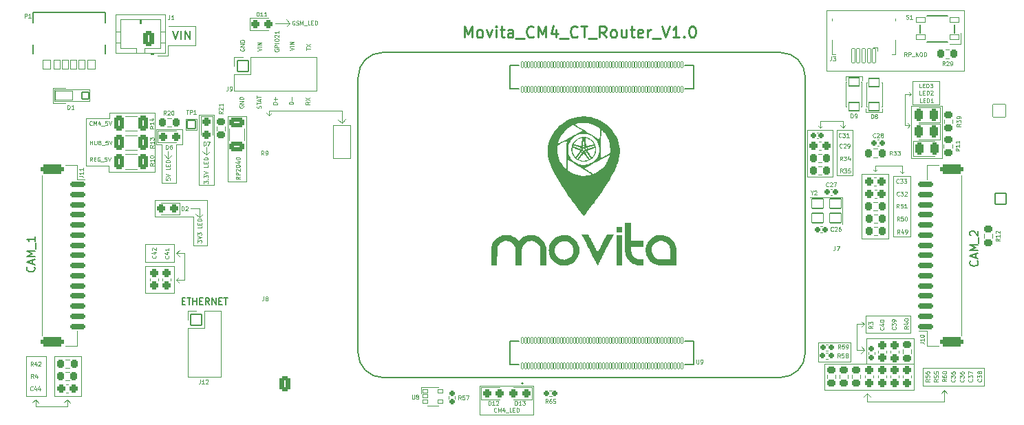
<source format=gto>
G04 #@! TF.GenerationSoftware,KiCad,Pcbnew,8.0.0-rc1*
G04 #@! TF.CreationDate,2025-03-22T13:15:10+03:00*
G04 #@! TF.ProjectId,Movita_CM4_CT_Router_V1.0,4d6f7669-7461-45f4-934d-345f43545f52,REV1*
G04 #@! TF.SameCoordinates,Original*
G04 #@! TF.FileFunction,Legend,Top*
G04 #@! TF.FilePolarity,Positive*
%FSLAX46Y46*%
G04 Gerber Fmt 4.6, Leading zero omitted, Abs format (unit mm)*
G04 Created by KiCad (PCBNEW 8.0.0-rc1) date 2025-03-22 13:15:10*
%MOMM*%
%LPD*%
G01*
G04 APERTURE LIST*
G04 Aperture macros list*
%AMRoundRect*
0 Rectangle with rounded corners*
0 $1 Rounding radius*
0 $2 $3 $4 $5 $6 $7 $8 $9 X,Y pos of 4 corners*
0 Add a 4 corners polygon primitive as box body*
4,1,4,$2,$3,$4,$5,$6,$7,$8,$9,$2,$3,0*
0 Add four circle primitives for the rounded corners*
1,1,$1+$1,$2,$3*
1,1,$1+$1,$4,$5*
1,1,$1+$1,$6,$7*
1,1,$1+$1,$8,$9*
0 Add four rect primitives between the rounded corners*
20,1,$1+$1,$2,$3,$4,$5,0*
20,1,$1+$1,$4,$5,$6,$7,0*
20,1,$1+$1,$6,$7,$8,$9,0*
20,1,$1+$1,$8,$9,$2,$3,0*%
G04 Aperture macros list end*
%ADD10C,0.120000*%
%ADD11C,0.100000*%
%ADD12C,0.050000*%
%ADD13C,0.220000*%
%ADD14C,0.150000*%
%ADD15C,0.200000*%
%ADD16C,0.070000*%
%ADD17C,0.127000*%
%ADD18C,0.000000*%
%ADD19RoundRect,0.225500X-0.300500X0.225500X-0.300500X-0.225500X0.300500X-0.225500X0.300500X0.225500X0*%
%ADD20RoundRect,0.272667X0.340833X0.653333X-0.340833X0.653333X-0.340833X-0.653333X0.340833X-0.653333X0*%
%ADD21RoundRect,0.244250X0.244250X0.281750X-0.244250X0.281750X-0.244250X-0.281750X0.244250X-0.281750X0*%
%ADD22RoundRect,0.225500X-0.225500X-0.300500X0.225500X-0.300500X0.225500X0.300500X-0.225500X0.300500X0*%
%ADD23RoundRect,0.250500X-0.250500X-0.275500X0.250500X-0.275500X0.250500X0.275500X-0.250500X0.275500X0*%
%ADD24RoundRect,0.160500X-0.210500X0.160500X-0.210500X-0.160500X0.210500X-0.160500X0.210500X0.160500X0*%
%ADD25RoundRect,0.175500X-0.725500X0.175500X-0.725500X-0.175500X0.725500X-0.175500X0.725500X0.175500X0*%
%ADD26RoundRect,0.275500X-1.125500X0.275500X-1.125500X-0.275500X1.125500X-0.275500X1.125500X0.275500X0*%
%ADD27RoundRect,0.272667X-0.653333X0.340833X-0.653333X-0.340833X0.653333X-0.340833X0.653333X0.340833X0*%
%ADD28RoundRect,0.269250X0.269250X0.481750X-0.269250X0.481750X-0.269250X-0.481750X0.269250X-0.481750X0*%
%ADD29RoundRect,0.225500X0.225500X0.300500X-0.225500X0.300500X-0.225500X-0.300500X0.225500X-0.300500X0*%
%ADD30RoundRect,0.160500X0.160500X0.210500X-0.160500X0.210500X-0.160500X-0.210500X0.160500X-0.210500X0*%
%ADD31RoundRect,0.165500X0.165500X0.195500X-0.165500X0.195500X-0.165500X-0.195500X0.165500X-0.195500X0*%
%ADD32RoundRect,0.051000X-0.675000X0.675000X-0.675000X-0.675000X0.675000X-0.675000X0.675000X0.675000X0*%
%ADD33O,1.452000X1.452000*%
%ADD34RoundRect,0.250500X-0.275500X0.250500X-0.275500X-0.250500X0.275500X-0.250500X0.275500X0.250500X0*%
%ADD35RoundRect,0.051000X-0.325000X-0.200000X0.325000X-0.200000X0.325000X0.200000X-0.325000X0.200000X0*%
%ADD36RoundRect,0.051000X0.500000X-0.500000X0.500000X0.500000X-0.500000X0.500000X-0.500000X-0.500000X0*%
%ADD37RoundRect,0.244250X-0.244250X-0.281750X0.244250X-0.281750X0.244250X0.281750X-0.244250X0.281750X0*%
%ADD38RoundRect,0.051000X0.200000X0.872500X-0.200000X0.872500X-0.200000X-0.872500X0.200000X-0.872500X0*%
%ADD39O,1.302000X2.002000*%
%ADD40C,1.552000*%
%ADD41RoundRect,0.175500X0.725500X-0.175500X0.725500X0.175500X-0.725500X0.175500X-0.725500X-0.175500X0*%
%ADD42RoundRect,0.275500X1.125500X-0.275500X1.125500X0.275500X-1.125500X0.275500X-1.125500X-0.275500X0*%
%ADD43C,1.002000*%
%ADD44C,6.302000*%
%ADD45RoundRect,0.165500X-0.165500X-0.195500X0.165500X-0.195500X0.165500X0.195500X-0.165500X0.195500X0*%
%ADD46RoundRect,0.051000X0.525000X0.325000X-0.525000X0.325000X-0.525000X-0.325000X0.525000X-0.325000X0*%
%ADD47RoundRect,0.051000X0.700000X0.600000X-0.700000X0.600000X-0.700000X-0.600000X0.700000X-0.600000X0*%
%ADD48RoundRect,0.225500X0.300500X-0.225500X0.300500X0.225500X-0.300500X0.225500X-0.300500X-0.225500X0*%
%ADD49RoundRect,0.269250X-0.269250X-0.481750X0.269250X-0.481750X0.269250X0.481750X-0.269250X0.481750X0*%
%ADD50RoundRect,0.160500X-0.160500X-0.210500X0.160500X-0.210500X0.160500X0.210500X-0.160500X0.210500X0*%
%ADD51RoundRect,0.244250X-0.281750X0.244250X-0.281750X-0.244250X0.281750X-0.244250X0.281750X0.244250X0*%
%ADD52RoundRect,0.050000X0.350000X0.575000X-0.350000X0.575000X-0.350000X-0.575000X0.350000X-0.575000X0*%
%ADD53RoundRect,0.050000X0.400000X0.575000X-0.400000X0.575000X-0.400000X-0.575000X0.400000X-0.575000X0*%
%ADD54RoundRect,0.050000X0.450000X0.575000X-0.450000X0.575000X-0.450000X-0.575000X0.450000X-0.575000X0*%
%ADD55O,1.204000X2.204000*%
%ADD56RoundRect,0.051000X-0.650000X0.500000X-0.650000X-0.500000X0.650000X-0.500000X0.650000X0.500000X0*%
%ADD57RoundRect,0.051000X-0.675000X-0.675000X0.675000X-0.675000X0.675000X0.675000X-0.675000X0.675000X0*%
%ADD58RoundRect,0.250500X0.275500X-0.250500X0.275500X0.250500X-0.275500X0.250500X-0.275500X-0.250500X0*%
%ADD59RoundRect,0.271250X0.379750X0.654750X-0.379750X0.654750X-0.379750X-0.654750X0.379750X-0.654750X0*%
%ADD60O,1.302000X1.852000*%
%ADD61RoundRect,0.010000X0.100000X0.350000X-0.100000X0.350000X-0.100000X-0.350000X0.100000X-0.350000X0*%
%ADD62RoundRect,0.160500X0.210500X-0.160500X0.210500X0.160500X-0.210500X0.160500X-0.210500X-0.160500X0*%
%ADD63RoundRect,0.051000X0.650000X-0.500000X0.650000X0.500000X-0.650000X0.500000X-0.650000X-0.500000X0*%
%ADD64RoundRect,0.051000X1.085000X-0.560000X1.085000X0.560000X-1.085000X0.560000X-1.085000X-0.560000X0*%
%ADD65RoundRect,0.051000X0.425000X-0.425000X0.425000X0.425000X-0.425000X0.425000X-0.425000X-0.425000X0*%
%ADD66RoundRect,0.051000X0.800000X-0.800000X0.800000X0.800000X-0.800000X0.800000X-0.800000X-0.800000X0*%
%ADD67C,1.702000*%
%ADD68C,3.102000*%
%ADD69C,1.102000*%
G04 APERTURE END LIST*
D10*
X133702030Y-106972454D02*
X132642030Y-106972454D01*
X133702030Y-107132454D02*
X133702030Y-106972454D01*
X128222030Y-107962454D02*
X128222030Y-105972454D01*
X132942030Y-107962454D02*
X128222030Y-107962454D01*
X132942030Y-111482454D02*
X132942030Y-107962454D01*
X134662030Y-105972454D02*
X134662030Y-111482454D01*
X128252030Y-105972454D02*
X134662030Y-105972454D01*
X134662030Y-111482454D02*
X132942030Y-111482454D01*
X133702030Y-107132454D02*
X133702030Y-108052454D01*
X133702030Y-108052454D02*
X133242030Y-107592454D01*
X133702030Y-108052454D02*
X134162030Y-107592454D01*
D11*
X133435639Y-111165236D02*
X133435639Y-110855712D01*
X133435639Y-110855712D02*
X133626115Y-111022379D01*
X133626115Y-111022379D02*
X133626115Y-110950950D01*
X133626115Y-110950950D02*
X133649925Y-110903331D01*
X133649925Y-110903331D02*
X133673734Y-110879522D01*
X133673734Y-110879522D02*
X133721353Y-110855712D01*
X133721353Y-110855712D02*
X133840401Y-110855712D01*
X133840401Y-110855712D02*
X133888020Y-110879522D01*
X133888020Y-110879522D02*
X133911830Y-110903331D01*
X133911830Y-110903331D02*
X133935639Y-110950950D01*
X133935639Y-110950950D02*
X133935639Y-111093807D01*
X133935639Y-111093807D02*
X133911830Y-111141426D01*
X133911830Y-111141426D02*
X133888020Y-111165236D01*
X133435639Y-110712855D02*
X133935639Y-110546189D01*
X133935639Y-110546189D02*
X133435639Y-110379522D01*
X133435639Y-110260475D02*
X133435639Y-109950951D01*
X133435639Y-109950951D02*
X133626115Y-110117618D01*
X133626115Y-110117618D02*
X133626115Y-110046189D01*
X133626115Y-110046189D02*
X133649925Y-109998570D01*
X133649925Y-109998570D02*
X133673734Y-109974761D01*
X133673734Y-109974761D02*
X133721353Y-109950951D01*
X133721353Y-109950951D02*
X133840401Y-109950951D01*
X133840401Y-109950951D02*
X133888020Y-109974761D01*
X133888020Y-109974761D02*
X133911830Y-109998570D01*
X133911830Y-109998570D02*
X133935639Y-110046189D01*
X133935639Y-110046189D02*
X133935639Y-110189046D01*
X133935639Y-110189046D02*
X133911830Y-110236665D01*
X133911830Y-110236665D02*
X133888020Y-110260475D01*
X133935639Y-109117619D02*
X133935639Y-109355714D01*
X133935639Y-109355714D02*
X133435639Y-109355714D01*
X133673734Y-108950952D02*
X133673734Y-108784285D01*
X133935639Y-108712857D02*
X133935639Y-108950952D01*
X133935639Y-108950952D02*
X133435639Y-108950952D01*
X133435639Y-108950952D02*
X133435639Y-108712857D01*
X133935639Y-108498571D02*
X133435639Y-108498571D01*
X133435639Y-108498571D02*
X133435639Y-108379523D01*
X133435639Y-108379523D02*
X133459449Y-108308095D01*
X133459449Y-108308095D02*
X133507068Y-108260476D01*
X133507068Y-108260476D02*
X133554687Y-108236666D01*
X133554687Y-108236666D02*
X133649925Y-108212857D01*
X133649925Y-108212857D02*
X133721353Y-108212857D01*
X133721353Y-108212857D02*
X133816591Y-108236666D01*
X133816591Y-108236666D02*
X133864210Y-108260476D01*
X133864210Y-108260476D02*
X133911830Y-108308095D01*
X133911830Y-108308095D02*
X133935639Y-108379523D01*
X133935639Y-108379523D02*
X133935639Y-108498571D01*
X120502580Y-101146063D02*
X120335914Y-100907968D01*
X120216866Y-101146063D02*
X120216866Y-100646063D01*
X120216866Y-100646063D02*
X120407342Y-100646063D01*
X120407342Y-100646063D02*
X120454961Y-100669873D01*
X120454961Y-100669873D02*
X120478771Y-100693682D01*
X120478771Y-100693682D02*
X120502580Y-100741301D01*
X120502580Y-100741301D02*
X120502580Y-100812730D01*
X120502580Y-100812730D02*
X120478771Y-100860349D01*
X120478771Y-100860349D02*
X120454961Y-100884158D01*
X120454961Y-100884158D02*
X120407342Y-100907968D01*
X120407342Y-100907968D02*
X120216866Y-100907968D01*
X120716866Y-100884158D02*
X120883533Y-100884158D01*
X120954961Y-101146063D02*
X120716866Y-101146063D01*
X120716866Y-101146063D02*
X120716866Y-100646063D01*
X120716866Y-100646063D02*
X120954961Y-100646063D01*
X121431152Y-100669873D02*
X121383533Y-100646063D01*
X121383533Y-100646063D02*
X121312104Y-100646063D01*
X121312104Y-100646063D02*
X121240676Y-100669873D01*
X121240676Y-100669873D02*
X121193057Y-100717492D01*
X121193057Y-100717492D02*
X121169247Y-100765111D01*
X121169247Y-100765111D02*
X121145438Y-100860349D01*
X121145438Y-100860349D02*
X121145438Y-100931777D01*
X121145438Y-100931777D02*
X121169247Y-101027015D01*
X121169247Y-101027015D02*
X121193057Y-101074634D01*
X121193057Y-101074634D02*
X121240676Y-101122254D01*
X121240676Y-101122254D02*
X121312104Y-101146063D01*
X121312104Y-101146063D02*
X121359723Y-101146063D01*
X121359723Y-101146063D02*
X121431152Y-101122254D01*
X121431152Y-101122254D02*
X121454961Y-101098444D01*
X121454961Y-101098444D02*
X121454961Y-100931777D01*
X121454961Y-100931777D02*
X121359723Y-100931777D01*
X121550200Y-101193682D02*
X121931152Y-101193682D01*
X122288294Y-100646063D02*
X122050199Y-100646063D01*
X122050199Y-100646063D02*
X122026390Y-100884158D01*
X122026390Y-100884158D02*
X122050199Y-100860349D01*
X122050199Y-100860349D02*
X122097818Y-100836539D01*
X122097818Y-100836539D02*
X122216866Y-100836539D01*
X122216866Y-100836539D02*
X122264485Y-100860349D01*
X122264485Y-100860349D02*
X122288294Y-100884158D01*
X122288294Y-100884158D02*
X122312104Y-100931777D01*
X122312104Y-100931777D02*
X122312104Y-101050825D01*
X122312104Y-101050825D02*
X122288294Y-101098444D01*
X122288294Y-101098444D02*
X122264485Y-101122254D01*
X122264485Y-101122254D02*
X122216866Y-101146063D01*
X122216866Y-101146063D02*
X122097818Y-101146063D01*
X122097818Y-101146063D02*
X122050199Y-101122254D01*
X122050199Y-101122254D02*
X122026390Y-101098444D01*
X122454961Y-100646063D02*
X122621627Y-101146063D01*
X122621627Y-101146063D02*
X122788294Y-100646063D01*
D10*
X128202030Y-95142454D02*
X128202030Y-102442454D01*
X134542030Y-100372454D02*
X135002030Y-99912454D01*
X130832030Y-112492454D02*
X131882030Y-112492454D01*
X220462030Y-96742454D02*
X221102030Y-96742454D01*
X151213767Y-96444190D02*
X151692030Y-95965927D01*
D12*
X221282030Y-94332454D02*
X225082030Y-94332454D01*
X225082030Y-100772454D01*
X221282030Y-100772454D01*
X221282030Y-94332454D01*
D10*
X212832030Y-97032454D02*
X212532030Y-96732454D01*
D12*
X212072030Y-97272454D02*
X214052030Y-97272454D01*
X214052030Y-102872454D01*
X212072030Y-102872454D01*
X212072030Y-97272454D01*
D10*
X168162030Y-128802454D02*
X174782030Y-128802454D01*
X174782030Y-132312454D01*
X168162030Y-132312454D01*
X168162030Y-128802454D01*
X220162030Y-101682454D02*
X220162030Y-102612454D01*
X215522030Y-124362454D02*
X214602030Y-124362454D01*
X225312030Y-129322454D02*
X225692030Y-129702454D01*
X221262030Y-92852454D02*
X221022030Y-92612454D01*
X131882030Y-112492454D02*
X131882030Y-115712454D01*
X133632030Y-104112454D02*
X135512030Y-104112454D01*
D12*
X222722030Y-126622454D02*
X230222030Y-126622454D01*
X230222030Y-128832454D01*
X222722030Y-128832454D01*
X222722030Y-126622454D01*
D10*
X225312030Y-129322454D02*
X224942030Y-129692454D01*
X130832030Y-112492454D02*
X131252030Y-112072454D01*
X220162030Y-102612454D02*
X220433176Y-102341308D01*
X215802030Y-129732454D02*
X215372030Y-130162454D01*
X137163767Y-95644190D02*
X139492030Y-95644190D01*
X139492030Y-103664069D01*
X137163767Y-103664069D01*
X137163767Y-95644190D01*
X129082030Y-99082454D02*
X128392030Y-99082454D01*
D12*
X209832030Y-123422454D02*
X213772030Y-123422454D01*
X213772030Y-125792454D01*
X209832030Y-125792454D01*
X209832030Y-123422454D01*
X208482030Y-97332454D02*
X211632030Y-97332454D01*
X211632030Y-103092454D01*
X208482030Y-103092454D01*
X208482030Y-97332454D01*
D10*
X129842030Y-100812454D02*
X130302030Y-100352454D01*
X210803767Y-82584190D02*
X227803767Y-82584190D01*
X227803767Y-89984190D01*
X210803767Y-89984190D01*
X210803767Y-82584190D01*
X128392030Y-99082454D02*
X128392030Y-97182454D01*
X129842030Y-99892454D02*
X129842030Y-100812454D01*
X215462030Y-121212454D02*
X215142030Y-121532454D01*
X215802030Y-129732454D02*
X216242030Y-130172454D01*
X117412030Y-130482454D02*
X117042030Y-130852454D01*
D12*
X215702030Y-120182454D02*
X221162030Y-120182454D01*
X221162030Y-122262454D01*
X215702030Y-122262454D01*
X215702030Y-120182454D01*
D10*
X130802030Y-99082454D02*
X130802030Y-103802454D01*
X150112030Y-96732454D02*
X152262030Y-96732454D01*
X152262030Y-100732454D01*
X150112030Y-100732454D01*
X150112030Y-96732454D01*
X214602030Y-121212454D02*
X215462030Y-121212454D01*
X113532030Y-130472454D02*
X113940006Y-130880430D01*
X113532030Y-130472454D02*
X113532030Y-131352454D01*
X134542030Y-99452454D02*
X134542030Y-100372454D01*
X215802030Y-129732454D02*
X215802030Y-130722454D01*
X129082030Y-103802454D02*
X129082030Y-99082454D01*
X225312030Y-130722454D02*
X225312030Y-129322454D01*
X210062030Y-97032454D02*
X210062030Y-96182454D01*
D12*
X215182030Y-102742454D02*
X218482030Y-102742454D01*
X218482030Y-110632454D01*
X215182030Y-110632454D01*
X215182030Y-102742454D01*
D10*
X215522030Y-124362454D02*
X215142030Y-123982454D01*
X130872030Y-115712454D02*
X131212030Y-116052454D01*
X119782030Y-101662454D02*
X119782030Y-95827454D01*
X216862030Y-102412454D02*
X216622030Y-102172454D01*
X131602030Y-99082454D02*
X130802030Y-99082454D01*
X133202030Y-86862454D02*
X129782030Y-86862454D01*
X122652030Y-95832454D02*
X122652030Y-95142454D01*
X117412030Y-131352454D02*
X117412030Y-130482454D01*
X215802030Y-130722454D02*
X225312030Y-130722454D01*
X220162030Y-102612454D02*
X219922030Y-102372454D01*
X135512030Y-95432454D02*
X133632030Y-95432454D01*
X151213767Y-94934190D02*
X142243767Y-94934190D01*
X151213767Y-96444190D02*
X151213767Y-94934190D01*
X117412030Y-130482454D02*
X117820006Y-130890430D01*
X151213767Y-96444190D02*
X150762030Y-95992453D01*
X142243767Y-94934190D02*
X142243767Y-95504190D01*
X131882030Y-115712454D02*
X130872030Y-115712454D01*
X129862030Y-84492454D02*
X133202030Y-84492454D01*
X133202030Y-84492454D02*
X133202030Y-86862454D01*
X122552030Y-102442454D02*
X122552030Y-101662454D01*
X221102030Y-96742454D02*
X220842030Y-97002454D01*
X129842030Y-100812454D02*
X129382030Y-100352454D01*
D12*
X210592030Y-126102454D02*
X221612030Y-126102454D01*
X221612030Y-129282454D01*
X210592030Y-129282454D01*
X210592030Y-126102454D01*
D10*
X128392030Y-97182454D02*
X131602030Y-97182454D01*
X216862030Y-102412454D02*
X216862030Y-101682454D01*
X212832030Y-96182454D02*
X212832030Y-97032454D01*
X210062030Y-97032454D02*
X210332030Y-96762454D01*
X122652030Y-95142454D02*
X128202030Y-95142454D01*
X130802030Y-103802454D02*
X129082030Y-103802454D01*
X112342030Y-125147454D02*
X114832030Y-125147454D01*
X114832030Y-130057454D01*
X112342030Y-130057454D01*
X112342030Y-125147454D01*
X141928066Y-95188489D02*
X142243767Y-95504190D01*
X221262030Y-92852454D02*
X220462030Y-92852454D01*
D12*
X221402030Y-91322454D02*
X224702030Y-91322454D01*
X224702030Y-94162454D01*
X221402030Y-94162454D01*
X221402030Y-91322454D01*
D10*
X220462030Y-92852454D02*
X220462030Y-96742454D01*
X143063767Y-84134190D02*
X144843767Y-84134190D01*
X144843767Y-84134190D02*
X144453767Y-84524190D01*
X133632030Y-104012454D02*
X133632030Y-104112454D01*
X214602030Y-124362454D02*
X214602030Y-121212454D01*
X215522030Y-124362454D02*
X215102030Y-124782454D01*
X212832030Y-97032454D02*
X213152030Y-96712454D01*
X210062030Y-96182454D02*
X212832030Y-96182454D01*
X131602030Y-97182454D02*
X131602030Y-99082454D01*
X127052030Y-114072454D02*
X130612030Y-114072454D01*
X130612030Y-117372454D01*
X127052030Y-117372454D01*
X127052030Y-114072454D01*
X134542030Y-100372454D02*
X134082030Y-99912454D01*
D12*
X219052030Y-102932454D02*
X221132030Y-102932454D01*
X221132030Y-110452454D01*
X219052030Y-110452454D01*
X219052030Y-102932454D01*
D10*
X215462030Y-121212454D02*
X215152030Y-120902454D01*
X130832030Y-112492454D02*
X131252030Y-112912454D01*
X135512030Y-104112454D02*
X135512030Y-95432454D01*
X115817030Y-125172454D02*
X119167030Y-125172454D01*
X119167030Y-130082454D01*
X115817030Y-130082454D01*
X115817030Y-125172454D01*
X216862030Y-102412454D02*
X217133176Y-102141308D01*
X127052030Y-111382454D02*
X130612030Y-111382454D01*
X130612030Y-113532454D01*
X127052030Y-113532454D01*
X127052030Y-111382454D01*
X144843767Y-84134190D02*
X144403767Y-83694190D01*
X221102030Y-96742454D02*
X220822030Y-96462454D01*
X119782030Y-95832454D02*
X122652030Y-95832454D01*
X133632030Y-95452454D02*
X133632030Y-104012454D01*
X210062030Y-97032454D02*
X209802030Y-96772454D01*
X113532030Y-130472454D02*
X113162030Y-130842454D01*
X128202030Y-102442454D02*
X122552030Y-102442454D01*
X142243767Y-95504190D02*
X142593767Y-95154190D01*
X221262030Y-92852454D02*
X221022030Y-93092454D01*
X122552030Y-101662454D02*
X119792030Y-101662454D01*
X130872030Y-115712454D02*
X131192030Y-115392454D01*
D12*
X215761292Y-122981716D02*
X221612030Y-122981716D01*
X221612030Y-126102454D01*
X215761292Y-126102454D01*
X215761292Y-122981716D01*
D10*
X113532030Y-131352454D02*
X117412030Y-131352454D01*
X216862030Y-101682454D02*
X220162030Y-101682454D01*
D11*
X145227376Y-94119353D02*
X144727376Y-94119353D01*
X144727376Y-94119353D02*
X144727376Y-94000305D01*
X144727376Y-94000305D02*
X144751186Y-93928877D01*
X144751186Y-93928877D02*
X144798805Y-93881258D01*
X144798805Y-93881258D02*
X144846424Y-93857448D01*
X144846424Y-93857448D02*
X144941662Y-93833639D01*
X144941662Y-93833639D02*
X145013090Y-93833639D01*
X145013090Y-93833639D02*
X145108328Y-93857448D01*
X145108328Y-93857448D02*
X145155947Y-93881258D01*
X145155947Y-93881258D02*
X145203567Y-93928877D01*
X145203567Y-93928877D02*
X145227376Y-94000305D01*
X145227376Y-94000305D02*
X145227376Y-94119353D01*
X145036900Y-93619353D02*
X145036900Y-93238401D01*
X140797376Y-87550781D02*
X141297376Y-87384115D01*
X141297376Y-87384115D02*
X140797376Y-87217448D01*
X141297376Y-87050782D02*
X140797376Y-87050782D01*
X141297376Y-86812687D02*
X140797376Y-86812687D01*
X140797376Y-86812687D02*
X141297376Y-86526973D01*
X141297376Y-86526973D02*
X140797376Y-86526973D01*
X143247376Y-94139353D02*
X142747376Y-94139353D01*
X142747376Y-94139353D02*
X142747376Y-94020305D01*
X142747376Y-94020305D02*
X142771186Y-93948877D01*
X142771186Y-93948877D02*
X142818805Y-93901258D01*
X142818805Y-93901258D02*
X142866424Y-93877448D01*
X142866424Y-93877448D02*
X142961662Y-93853639D01*
X142961662Y-93853639D02*
X143033090Y-93853639D01*
X143033090Y-93853639D02*
X143128328Y-93877448D01*
X143128328Y-93877448D02*
X143175947Y-93901258D01*
X143175947Y-93901258D02*
X143223567Y-93948877D01*
X143223567Y-93948877D02*
X143247376Y-94020305D01*
X143247376Y-94020305D02*
X143247376Y-94139353D01*
X143056900Y-93639353D02*
X143056900Y-93258401D01*
X143247376Y-93448877D02*
X142866424Y-93448877D01*
X142961186Y-87347448D02*
X142937376Y-87395067D01*
X142937376Y-87395067D02*
X142937376Y-87466496D01*
X142937376Y-87466496D02*
X142961186Y-87537924D01*
X142961186Y-87537924D02*
X143008805Y-87585543D01*
X143008805Y-87585543D02*
X143056424Y-87609353D01*
X143056424Y-87609353D02*
X143151662Y-87633162D01*
X143151662Y-87633162D02*
X143223090Y-87633162D01*
X143223090Y-87633162D02*
X143318328Y-87609353D01*
X143318328Y-87609353D02*
X143365947Y-87585543D01*
X143365947Y-87585543D02*
X143413567Y-87537924D01*
X143413567Y-87537924D02*
X143437376Y-87466496D01*
X143437376Y-87466496D02*
X143437376Y-87418877D01*
X143437376Y-87418877D02*
X143413567Y-87347448D01*
X143413567Y-87347448D02*
X143389757Y-87323639D01*
X143389757Y-87323639D02*
X143223090Y-87323639D01*
X143223090Y-87323639D02*
X143223090Y-87418877D01*
X143437376Y-87109353D02*
X142937376Y-87109353D01*
X142937376Y-87109353D02*
X142937376Y-86918877D01*
X142937376Y-86918877D02*
X142961186Y-86871258D01*
X142961186Y-86871258D02*
X142984995Y-86847448D01*
X142984995Y-86847448D02*
X143032614Y-86823639D01*
X143032614Y-86823639D02*
X143104043Y-86823639D01*
X143104043Y-86823639D02*
X143151662Y-86847448D01*
X143151662Y-86847448D02*
X143175471Y-86871258D01*
X143175471Y-86871258D02*
X143199281Y-86918877D01*
X143199281Y-86918877D02*
X143199281Y-87109353D01*
X143437376Y-86609353D02*
X142937376Y-86609353D01*
X142937376Y-86276020D02*
X142937376Y-86180782D01*
X142937376Y-86180782D02*
X142961186Y-86133163D01*
X142961186Y-86133163D02*
X143008805Y-86085544D01*
X143008805Y-86085544D02*
X143104043Y-86061734D01*
X143104043Y-86061734D02*
X143270709Y-86061734D01*
X143270709Y-86061734D02*
X143365947Y-86085544D01*
X143365947Y-86085544D02*
X143413567Y-86133163D01*
X143413567Y-86133163D02*
X143437376Y-86180782D01*
X143437376Y-86180782D02*
X143437376Y-86276020D01*
X143437376Y-86276020D02*
X143413567Y-86323639D01*
X143413567Y-86323639D02*
X143365947Y-86371258D01*
X143365947Y-86371258D02*
X143270709Y-86395067D01*
X143270709Y-86395067D02*
X143104043Y-86395067D01*
X143104043Y-86395067D02*
X143008805Y-86371258D01*
X143008805Y-86371258D02*
X142961186Y-86323639D01*
X142961186Y-86323639D02*
X142937376Y-86276020D01*
X142984995Y-85871257D02*
X142961186Y-85847448D01*
X142961186Y-85847448D02*
X142937376Y-85799829D01*
X142937376Y-85799829D02*
X142937376Y-85680781D01*
X142937376Y-85680781D02*
X142961186Y-85633162D01*
X142961186Y-85633162D02*
X142984995Y-85609353D01*
X142984995Y-85609353D02*
X143032614Y-85585543D01*
X143032614Y-85585543D02*
X143080233Y-85585543D01*
X143080233Y-85585543D02*
X143151662Y-85609353D01*
X143151662Y-85609353D02*
X143437376Y-85895067D01*
X143437376Y-85895067D02*
X143437376Y-85585543D01*
X143437376Y-85109353D02*
X143437376Y-85395067D01*
X143437376Y-85252210D02*
X142937376Y-85252210D01*
X142937376Y-85252210D02*
X143008805Y-85299829D01*
X143008805Y-85299829D02*
X143056424Y-85347448D01*
X143056424Y-85347448D02*
X143080233Y-85395067D01*
X134245639Y-103875236D02*
X134245639Y-103565712D01*
X134245639Y-103565712D02*
X134436115Y-103732379D01*
X134436115Y-103732379D02*
X134436115Y-103660950D01*
X134436115Y-103660950D02*
X134459925Y-103613331D01*
X134459925Y-103613331D02*
X134483734Y-103589522D01*
X134483734Y-103589522D02*
X134531353Y-103565712D01*
X134531353Y-103565712D02*
X134650401Y-103565712D01*
X134650401Y-103565712D02*
X134698020Y-103589522D01*
X134698020Y-103589522D02*
X134721830Y-103613331D01*
X134721830Y-103613331D02*
X134745639Y-103660950D01*
X134745639Y-103660950D02*
X134745639Y-103803807D01*
X134745639Y-103803807D02*
X134721830Y-103851426D01*
X134721830Y-103851426D02*
X134698020Y-103875236D01*
X134698020Y-103351427D02*
X134721830Y-103327617D01*
X134721830Y-103327617D02*
X134745639Y-103351427D01*
X134745639Y-103351427D02*
X134721830Y-103375236D01*
X134721830Y-103375236D02*
X134698020Y-103351427D01*
X134698020Y-103351427D02*
X134745639Y-103351427D01*
X134245639Y-103160951D02*
X134245639Y-102851427D01*
X134245639Y-102851427D02*
X134436115Y-103018094D01*
X134436115Y-103018094D02*
X134436115Y-102946665D01*
X134436115Y-102946665D02*
X134459925Y-102899046D01*
X134459925Y-102899046D02*
X134483734Y-102875237D01*
X134483734Y-102875237D02*
X134531353Y-102851427D01*
X134531353Y-102851427D02*
X134650401Y-102851427D01*
X134650401Y-102851427D02*
X134698020Y-102875237D01*
X134698020Y-102875237D02*
X134721830Y-102899046D01*
X134721830Y-102899046D02*
X134745639Y-102946665D01*
X134745639Y-102946665D02*
X134745639Y-103089522D01*
X134745639Y-103089522D02*
X134721830Y-103137141D01*
X134721830Y-103137141D02*
X134698020Y-103160951D01*
X134245639Y-102708570D02*
X134745639Y-102541904D01*
X134745639Y-102541904D02*
X134245639Y-102375237D01*
X134745639Y-101589524D02*
X134745639Y-101827619D01*
X134745639Y-101827619D02*
X134245639Y-101827619D01*
X134483734Y-101422857D02*
X134483734Y-101256190D01*
X134745639Y-101184762D02*
X134745639Y-101422857D01*
X134745639Y-101422857D02*
X134245639Y-101422857D01*
X134245639Y-101422857D02*
X134245639Y-101184762D01*
X134745639Y-100970476D02*
X134245639Y-100970476D01*
X134245639Y-100970476D02*
X134245639Y-100851428D01*
X134245639Y-100851428D02*
X134269449Y-100780000D01*
X134269449Y-100780000D02*
X134317068Y-100732381D01*
X134317068Y-100732381D02*
X134364687Y-100708571D01*
X134364687Y-100708571D02*
X134459925Y-100684762D01*
X134459925Y-100684762D02*
X134531353Y-100684762D01*
X134531353Y-100684762D02*
X134626591Y-100708571D01*
X134626591Y-100708571D02*
X134674210Y-100732381D01*
X134674210Y-100732381D02*
X134721830Y-100780000D01*
X134721830Y-100780000D02*
X134745639Y-100851428D01*
X134745639Y-100851428D02*
X134745639Y-100970476D01*
D13*
X166270099Y-85899680D02*
X166270099Y-84499680D01*
X166270099Y-84499680D02*
X166736766Y-85499680D01*
X166736766Y-85499680D02*
X167203432Y-84499680D01*
X167203432Y-84499680D02*
X167203432Y-85899680D01*
X168070099Y-85899680D02*
X167936766Y-85833014D01*
X167936766Y-85833014D02*
X167870099Y-85766347D01*
X167870099Y-85766347D02*
X167803432Y-85633014D01*
X167803432Y-85633014D02*
X167803432Y-85233014D01*
X167803432Y-85233014D02*
X167870099Y-85099680D01*
X167870099Y-85099680D02*
X167936766Y-85033014D01*
X167936766Y-85033014D02*
X168070099Y-84966347D01*
X168070099Y-84966347D02*
X168270099Y-84966347D01*
X168270099Y-84966347D02*
X168403432Y-85033014D01*
X168403432Y-85033014D02*
X168470099Y-85099680D01*
X168470099Y-85099680D02*
X168536766Y-85233014D01*
X168536766Y-85233014D02*
X168536766Y-85633014D01*
X168536766Y-85633014D02*
X168470099Y-85766347D01*
X168470099Y-85766347D02*
X168403432Y-85833014D01*
X168403432Y-85833014D02*
X168270099Y-85899680D01*
X168270099Y-85899680D02*
X168070099Y-85899680D01*
X169003433Y-84966347D02*
X169336766Y-85899680D01*
X169336766Y-85899680D02*
X169670099Y-84966347D01*
X170203433Y-85899680D02*
X170203433Y-84966347D01*
X170203433Y-84499680D02*
X170136766Y-84566347D01*
X170136766Y-84566347D02*
X170203433Y-84633014D01*
X170203433Y-84633014D02*
X170270100Y-84566347D01*
X170270100Y-84566347D02*
X170203433Y-84499680D01*
X170203433Y-84499680D02*
X170203433Y-84633014D01*
X170670100Y-84966347D02*
X171203433Y-84966347D01*
X170870100Y-84499680D02*
X170870100Y-85699680D01*
X170870100Y-85699680D02*
X170936767Y-85833014D01*
X170936767Y-85833014D02*
X171070100Y-85899680D01*
X171070100Y-85899680D02*
X171203433Y-85899680D01*
X172270100Y-85899680D02*
X172270100Y-85166347D01*
X172270100Y-85166347D02*
X172203433Y-85033014D01*
X172203433Y-85033014D02*
X172070100Y-84966347D01*
X172070100Y-84966347D02*
X171803433Y-84966347D01*
X171803433Y-84966347D02*
X171670100Y-85033014D01*
X172270100Y-85833014D02*
X172136767Y-85899680D01*
X172136767Y-85899680D02*
X171803433Y-85899680D01*
X171803433Y-85899680D02*
X171670100Y-85833014D01*
X171670100Y-85833014D02*
X171603433Y-85699680D01*
X171603433Y-85699680D02*
X171603433Y-85566347D01*
X171603433Y-85566347D02*
X171670100Y-85433014D01*
X171670100Y-85433014D02*
X171803433Y-85366347D01*
X171803433Y-85366347D02*
X172136767Y-85366347D01*
X172136767Y-85366347D02*
X172270100Y-85299680D01*
X172603434Y-86033014D02*
X173670100Y-86033014D01*
X174803434Y-85766347D02*
X174736767Y-85833014D01*
X174736767Y-85833014D02*
X174536767Y-85899680D01*
X174536767Y-85899680D02*
X174403434Y-85899680D01*
X174403434Y-85899680D02*
X174203434Y-85833014D01*
X174203434Y-85833014D02*
X174070101Y-85699680D01*
X174070101Y-85699680D02*
X174003434Y-85566347D01*
X174003434Y-85566347D02*
X173936767Y-85299680D01*
X173936767Y-85299680D02*
X173936767Y-85099680D01*
X173936767Y-85099680D02*
X174003434Y-84833014D01*
X174003434Y-84833014D02*
X174070101Y-84699680D01*
X174070101Y-84699680D02*
X174203434Y-84566347D01*
X174203434Y-84566347D02*
X174403434Y-84499680D01*
X174403434Y-84499680D02*
X174536767Y-84499680D01*
X174536767Y-84499680D02*
X174736767Y-84566347D01*
X174736767Y-84566347D02*
X174803434Y-84633014D01*
X175403434Y-85899680D02*
X175403434Y-84499680D01*
X175403434Y-84499680D02*
X175870101Y-85499680D01*
X175870101Y-85499680D02*
X176336767Y-84499680D01*
X176336767Y-84499680D02*
X176336767Y-85899680D01*
X177603434Y-84966347D02*
X177603434Y-85899680D01*
X177270101Y-84433014D02*
X176936767Y-85433014D01*
X176936767Y-85433014D02*
X177803434Y-85433014D01*
X178003434Y-86033014D02*
X179070100Y-86033014D01*
X180203434Y-85766347D02*
X180136767Y-85833014D01*
X180136767Y-85833014D02*
X179936767Y-85899680D01*
X179936767Y-85899680D02*
X179803434Y-85899680D01*
X179803434Y-85899680D02*
X179603434Y-85833014D01*
X179603434Y-85833014D02*
X179470101Y-85699680D01*
X179470101Y-85699680D02*
X179403434Y-85566347D01*
X179403434Y-85566347D02*
X179336767Y-85299680D01*
X179336767Y-85299680D02*
X179336767Y-85099680D01*
X179336767Y-85099680D02*
X179403434Y-84833014D01*
X179403434Y-84833014D02*
X179470101Y-84699680D01*
X179470101Y-84699680D02*
X179603434Y-84566347D01*
X179603434Y-84566347D02*
X179803434Y-84499680D01*
X179803434Y-84499680D02*
X179936767Y-84499680D01*
X179936767Y-84499680D02*
X180136767Y-84566347D01*
X180136767Y-84566347D02*
X180203434Y-84633014D01*
X180603434Y-84499680D02*
X181403434Y-84499680D01*
X181003434Y-85899680D02*
X181003434Y-84499680D01*
X181536768Y-86033014D02*
X182603434Y-86033014D01*
X183736768Y-85899680D02*
X183270101Y-85233014D01*
X182936768Y-85899680D02*
X182936768Y-84499680D01*
X182936768Y-84499680D02*
X183470101Y-84499680D01*
X183470101Y-84499680D02*
X183603435Y-84566347D01*
X183603435Y-84566347D02*
X183670101Y-84633014D01*
X183670101Y-84633014D02*
X183736768Y-84766347D01*
X183736768Y-84766347D02*
X183736768Y-84966347D01*
X183736768Y-84966347D02*
X183670101Y-85099680D01*
X183670101Y-85099680D02*
X183603435Y-85166347D01*
X183603435Y-85166347D02*
X183470101Y-85233014D01*
X183470101Y-85233014D02*
X182936768Y-85233014D01*
X184536768Y-85899680D02*
X184403435Y-85833014D01*
X184403435Y-85833014D02*
X184336768Y-85766347D01*
X184336768Y-85766347D02*
X184270101Y-85633014D01*
X184270101Y-85633014D02*
X184270101Y-85233014D01*
X184270101Y-85233014D02*
X184336768Y-85099680D01*
X184336768Y-85099680D02*
X184403435Y-85033014D01*
X184403435Y-85033014D02*
X184536768Y-84966347D01*
X184536768Y-84966347D02*
X184736768Y-84966347D01*
X184736768Y-84966347D02*
X184870101Y-85033014D01*
X184870101Y-85033014D02*
X184936768Y-85099680D01*
X184936768Y-85099680D02*
X185003435Y-85233014D01*
X185003435Y-85233014D02*
X185003435Y-85633014D01*
X185003435Y-85633014D02*
X184936768Y-85766347D01*
X184936768Y-85766347D02*
X184870101Y-85833014D01*
X184870101Y-85833014D02*
X184736768Y-85899680D01*
X184736768Y-85899680D02*
X184536768Y-85899680D01*
X186203435Y-84966347D02*
X186203435Y-85899680D01*
X185603435Y-84966347D02*
X185603435Y-85699680D01*
X185603435Y-85699680D02*
X185670102Y-85833014D01*
X185670102Y-85833014D02*
X185803435Y-85899680D01*
X185803435Y-85899680D02*
X186003435Y-85899680D01*
X186003435Y-85899680D02*
X186136768Y-85833014D01*
X186136768Y-85833014D02*
X186203435Y-85766347D01*
X186670102Y-84966347D02*
X187203435Y-84966347D01*
X186870102Y-84499680D02*
X186870102Y-85699680D01*
X186870102Y-85699680D02*
X186936769Y-85833014D01*
X186936769Y-85833014D02*
X187070102Y-85899680D01*
X187070102Y-85899680D02*
X187203435Y-85899680D01*
X188203435Y-85833014D02*
X188070102Y-85899680D01*
X188070102Y-85899680D02*
X187803435Y-85899680D01*
X187803435Y-85899680D02*
X187670102Y-85833014D01*
X187670102Y-85833014D02*
X187603435Y-85699680D01*
X187603435Y-85699680D02*
X187603435Y-85166347D01*
X187603435Y-85166347D02*
X187670102Y-85033014D01*
X187670102Y-85033014D02*
X187803435Y-84966347D01*
X187803435Y-84966347D02*
X188070102Y-84966347D01*
X188070102Y-84966347D02*
X188203435Y-85033014D01*
X188203435Y-85033014D02*
X188270102Y-85166347D01*
X188270102Y-85166347D02*
X188270102Y-85299680D01*
X188270102Y-85299680D02*
X187603435Y-85433014D01*
X188870102Y-85899680D02*
X188870102Y-84966347D01*
X188870102Y-85233014D02*
X188936769Y-85099680D01*
X188936769Y-85099680D02*
X189003435Y-85033014D01*
X189003435Y-85033014D02*
X189136769Y-84966347D01*
X189136769Y-84966347D02*
X189270102Y-84966347D01*
X189403436Y-86033014D02*
X190470102Y-86033014D01*
X190603436Y-84499680D02*
X191070103Y-85899680D01*
X191070103Y-85899680D02*
X191536769Y-84499680D01*
X192736769Y-85899680D02*
X191936769Y-85899680D01*
X192336769Y-85899680D02*
X192336769Y-84499680D01*
X192336769Y-84499680D02*
X192203436Y-84699680D01*
X192203436Y-84699680D02*
X192070103Y-84833014D01*
X192070103Y-84833014D02*
X191936769Y-84899680D01*
X193336769Y-85766347D02*
X193403436Y-85833014D01*
X193403436Y-85833014D02*
X193336769Y-85899680D01*
X193336769Y-85899680D02*
X193270102Y-85833014D01*
X193270102Y-85833014D02*
X193336769Y-85766347D01*
X193336769Y-85766347D02*
X193336769Y-85899680D01*
X194270103Y-84499680D02*
X194403436Y-84499680D01*
X194403436Y-84499680D02*
X194536769Y-84566347D01*
X194536769Y-84566347D02*
X194603436Y-84633014D01*
X194603436Y-84633014D02*
X194670103Y-84766347D01*
X194670103Y-84766347D02*
X194736769Y-85033014D01*
X194736769Y-85033014D02*
X194736769Y-85366347D01*
X194736769Y-85366347D02*
X194670103Y-85633014D01*
X194670103Y-85633014D02*
X194603436Y-85766347D01*
X194603436Y-85766347D02*
X194536769Y-85833014D01*
X194536769Y-85833014D02*
X194403436Y-85899680D01*
X194403436Y-85899680D02*
X194270103Y-85899680D01*
X194270103Y-85899680D02*
X194136769Y-85833014D01*
X194136769Y-85833014D02*
X194070103Y-85766347D01*
X194070103Y-85766347D02*
X194003436Y-85633014D01*
X194003436Y-85633014D02*
X193936769Y-85366347D01*
X193936769Y-85366347D02*
X193936769Y-85033014D01*
X193936769Y-85033014D02*
X194003436Y-84766347D01*
X194003436Y-84766347D02*
X194070103Y-84633014D01*
X194070103Y-84633014D02*
X194136769Y-84566347D01*
X194136769Y-84566347D02*
X194270103Y-84499680D01*
D11*
X138621186Y-94287448D02*
X138597376Y-94335067D01*
X138597376Y-94335067D02*
X138597376Y-94406496D01*
X138597376Y-94406496D02*
X138621186Y-94477924D01*
X138621186Y-94477924D02*
X138668805Y-94525543D01*
X138668805Y-94525543D02*
X138716424Y-94549353D01*
X138716424Y-94549353D02*
X138811662Y-94573162D01*
X138811662Y-94573162D02*
X138883090Y-94573162D01*
X138883090Y-94573162D02*
X138978328Y-94549353D01*
X138978328Y-94549353D02*
X139025947Y-94525543D01*
X139025947Y-94525543D02*
X139073567Y-94477924D01*
X139073567Y-94477924D02*
X139097376Y-94406496D01*
X139097376Y-94406496D02*
X139097376Y-94358877D01*
X139097376Y-94358877D02*
X139073567Y-94287448D01*
X139073567Y-94287448D02*
X139049757Y-94263639D01*
X139049757Y-94263639D02*
X138883090Y-94263639D01*
X138883090Y-94263639D02*
X138883090Y-94358877D01*
X139097376Y-94049353D02*
X138597376Y-94049353D01*
X138597376Y-94049353D02*
X139097376Y-93763639D01*
X139097376Y-93763639D02*
X138597376Y-93763639D01*
X139097376Y-93525543D02*
X138597376Y-93525543D01*
X138597376Y-93525543D02*
X138597376Y-93406495D01*
X138597376Y-93406495D02*
X138621186Y-93335067D01*
X138621186Y-93335067D02*
X138668805Y-93287448D01*
X138668805Y-93287448D02*
X138716424Y-93263638D01*
X138716424Y-93263638D02*
X138811662Y-93239829D01*
X138811662Y-93239829D02*
X138883090Y-93239829D01*
X138883090Y-93239829D02*
X138978328Y-93263638D01*
X138978328Y-93263638D02*
X139025947Y-93287448D01*
X139025947Y-93287448D02*
X139073567Y-93335067D01*
X139073567Y-93335067D02*
X139097376Y-93406495D01*
X139097376Y-93406495D02*
X139097376Y-93525543D01*
D14*
X229398347Y-113425982D02*
X229445967Y-113473601D01*
X229445967Y-113473601D02*
X229493586Y-113616458D01*
X229493586Y-113616458D02*
X229493586Y-113711696D01*
X229493586Y-113711696D02*
X229445967Y-113854553D01*
X229445967Y-113854553D02*
X229350728Y-113949791D01*
X229350728Y-113949791D02*
X229255490Y-113997410D01*
X229255490Y-113997410D02*
X229065014Y-114045029D01*
X229065014Y-114045029D02*
X228922157Y-114045029D01*
X228922157Y-114045029D02*
X228731681Y-113997410D01*
X228731681Y-113997410D02*
X228636443Y-113949791D01*
X228636443Y-113949791D02*
X228541205Y-113854553D01*
X228541205Y-113854553D02*
X228493586Y-113711696D01*
X228493586Y-113711696D02*
X228493586Y-113616458D01*
X228493586Y-113616458D02*
X228541205Y-113473601D01*
X228541205Y-113473601D02*
X228588824Y-113425982D01*
X229207871Y-113045029D02*
X229207871Y-112568839D01*
X229493586Y-113140267D02*
X228493586Y-112806934D01*
X228493586Y-112806934D02*
X229493586Y-112473601D01*
X229493586Y-112140267D02*
X228493586Y-112140267D01*
X228493586Y-112140267D02*
X229207871Y-111806934D01*
X229207871Y-111806934D02*
X228493586Y-111473601D01*
X228493586Y-111473601D02*
X229493586Y-111473601D01*
X229588824Y-111235506D02*
X229588824Y-110473601D01*
X228588824Y-110283124D02*
X228541205Y-110235505D01*
X228541205Y-110235505D02*
X228493586Y-110140267D01*
X228493586Y-110140267D02*
X228493586Y-109902172D01*
X228493586Y-109902172D02*
X228541205Y-109806934D01*
X228541205Y-109806934D02*
X228588824Y-109759315D01*
X228588824Y-109759315D02*
X228684062Y-109711696D01*
X228684062Y-109711696D02*
X228779300Y-109711696D01*
X228779300Y-109711696D02*
X228922157Y-109759315D01*
X228922157Y-109759315D02*
X229493586Y-110330743D01*
X229493586Y-110330743D02*
X229493586Y-109711696D01*
D11*
X144787376Y-87470781D02*
X145287376Y-87304115D01*
X145287376Y-87304115D02*
X144787376Y-87137448D01*
X145287376Y-86970782D02*
X144787376Y-86970782D01*
X145287376Y-86732687D02*
X144787376Y-86732687D01*
X144787376Y-86732687D02*
X145287376Y-86446973D01*
X145287376Y-86446973D02*
X144787376Y-86446973D01*
D15*
X130448846Y-85129673D02*
X130782179Y-86129673D01*
X130782179Y-86129673D02*
X131115512Y-85129673D01*
X131448846Y-86129673D02*
X131448846Y-85129673D01*
X131925036Y-86129673D02*
X131925036Y-85129673D01*
X131925036Y-85129673D02*
X132496464Y-86129673D01*
X132496464Y-86129673D02*
X132496464Y-85129673D01*
D11*
X120469248Y-96662444D02*
X120445439Y-96686254D01*
X120445439Y-96686254D02*
X120374010Y-96710063D01*
X120374010Y-96710063D02*
X120326391Y-96710063D01*
X120326391Y-96710063D02*
X120254963Y-96686254D01*
X120254963Y-96686254D02*
X120207344Y-96638634D01*
X120207344Y-96638634D02*
X120183534Y-96591015D01*
X120183534Y-96591015D02*
X120159725Y-96495777D01*
X120159725Y-96495777D02*
X120159725Y-96424349D01*
X120159725Y-96424349D02*
X120183534Y-96329111D01*
X120183534Y-96329111D02*
X120207344Y-96281492D01*
X120207344Y-96281492D02*
X120254963Y-96233873D01*
X120254963Y-96233873D02*
X120326391Y-96210063D01*
X120326391Y-96210063D02*
X120374010Y-96210063D01*
X120374010Y-96210063D02*
X120445439Y-96233873D01*
X120445439Y-96233873D02*
X120469248Y-96257682D01*
X120683534Y-96710063D02*
X120683534Y-96210063D01*
X120683534Y-96210063D02*
X120850201Y-96567206D01*
X120850201Y-96567206D02*
X121016867Y-96210063D01*
X121016867Y-96210063D02*
X121016867Y-96710063D01*
X121469249Y-96376730D02*
X121469249Y-96710063D01*
X121350201Y-96186254D02*
X121231154Y-96543396D01*
X121231154Y-96543396D02*
X121540677Y-96543396D01*
X121612106Y-96757682D02*
X121993058Y-96757682D01*
X122350200Y-96210063D02*
X122112105Y-96210063D01*
X122112105Y-96210063D02*
X122088296Y-96448158D01*
X122088296Y-96448158D02*
X122112105Y-96424349D01*
X122112105Y-96424349D02*
X122159724Y-96400539D01*
X122159724Y-96400539D02*
X122278772Y-96400539D01*
X122278772Y-96400539D02*
X122326391Y-96424349D01*
X122326391Y-96424349D02*
X122350200Y-96448158D01*
X122350200Y-96448158D02*
X122374010Y-96495777D01*
X122374010Y-96495777D02*
X122374010Y-96614825D01*
X122374010Y-96614825D02*
X122350200Y-96662444D01*
X122350200Y-96662444D02*
X122326391Y-96686254D01*
X122326391Y-96686254D02*
X122278772Y-96710063D01*
X122278772Y-96710063D02*
X122159724Y-96710063D01*
X122159724Y-96710063D02*
X122112105Y-96686254D01*
X122112105Y-96686254D02*
X122088296Y-96662444D01*
X122516867Y-96210063D02*
X122683533Y-96710063D01*
X122683533Y-96710063D02*
X122850200Y-96210063D01*
X120246866Y-99116063D02*
X120246866Y-98616063D01*
X120246866Y-98854158D02*
X120532580Y-98854158D01*
X120532580Y-99116063D02*
X120532580Y-98616063D01*
X120770676Y-98616063D02*
X120770676Y-99020825D01*
X120770676Y-99020825D02*
X120794486Y-99068444D01*
X120794486Y-99068444D02*
X120818295Y-99092254D01*
X120818295Y-99092254D02*
X120865914Y-99116063D01*
X120865914Y-99116063D02*
X120961152Y-99116063D01*
X120961152Y-99116063D02*
X121008771Y-99092254D01*
X121008771Y-99092254D02*
X121032581Y-99068444D01*
X121032581Y-99068444D02*
X121056390Y-99020825D01*
X121056390Y-99020825D02*
X121056390Y-98616063D01*
X121461153Y-98854158D02*
X121532581Y-98877968D01*
X121532581Y-98877968D02*
X121556391Y-98901777D01*
X121556391Y-98901777D02*
X121580200Y-98949396D01*
X121580200Y-98949396D02*
X121580200Y-99020825D01*
X121580200Y-99020825D02*
X121556391Y-99068444D01*
X121556391Y-99068444D02*
X121532581Y-99092254D01*
X121532581Y-99092254D02*
X121484962Y-99116063D01*
X121484962Y-99116063D02*
X121294486Y-99116063D01*
X121294486Y-99116063D02*
X121294486Y-98616063D01*
X121294486Y-98616063D02*
X121461153Y-98616063D01*
X121461153Y-98616063D02*
X121508772Y-98639873D01*
X121508772Y-98639873D02*
X121532581Y-98663682D01*
X121532581Y-98663682D02*
X121556391Y-98711301D01*
X121556391Y-98711301D02*
X121556391Y-98758920D01*
X121556391Y-98758920D02*
X121532581Y-98806539D01*
X121532581Y-98806539D02*
X121508772Y-98830349D01*
X121508772Y-98830349D02*
X121461153Y-98854158D01*
X121461153Y-98854158D02*
X121294486Y-98854158D01*
X121675439Y-99163682D02*
X122056391Y-99163682D01*
X122413533Y-98616063D02*
X122175438Y-98616063D01*
X122175438Y-98616063D02*
X122151629Y-98854158D01*
X122151629Y-98854158D02*
X122175438Y-98830349D01*
X122175438Y-98830349D02*
X122223057Y-98806539D01*
X122223057Y-98806539D02*
X122342105Y-98806539D01*
X122342105Y-98806539D02*
X122389724Y-98830349D01*
X122389724Y-98830349D02*
X122413533Y-98854158D01*
X122413533Y-98854158D02*
X122437343Y-98901777D01*
X122437343Y-98901777D02*
X122437343Y-99020825D01*
X122437343Y-99020825D02*
X122413533Y-99068444D01*
X122413533Y-99068444D02*
X122389724Y-99092254D01*
X122389724Y-99092254D02*
X122342105Y-99116063D01*
X122342105Y-99116063D02*
X122223057Y-99116063D01*
X122223057Y-99116063D02*
X122175438Y-99092254D01*
X122175438Y-99092254D02*
X122151629Y-99068444D01*
X122580200Y-98616063D02*
X122746866Y-99116063D01*
X122746866Y-99116063D02*
X122913533Y-98616063D01*
X146807376Y-87450781D02*
X146807376Y-87165067D01*
X147307376Y-87307924D02*
X146807376Y-87307924D01*
X146807376Y-87046020D02*
X147307376Y-86712687D01*
X146807376Y-86712687D02*
X147307376Y-87046020D01*
X220724317Y-88217799D02*
X220557651Y-87979704D01*
X220438603Y-88217799D02*
X220438603Y-87717799D01*
X220438603Y-87717799D02*
X220629079Y-87717799D01*
X220629079Y-87717799D02*
X220676698Y-87741609D01*
X220676698Y-87741609D02*
X220700508Y-87765418D01*
X220700508Y-87765418D02*
X220724317Y-87813037D01*
X220724317Y-87813037D02*
X220724317Y-87884466D01*
X220724317Y-87884466D02*
X220700508Y-87932085D01*
X220700508Y-87932085D02*
X220676698Y-87955894D01*
X220676698Y-87955894D02*
X220629079Y-87979704D01*
X220629079Y-87979704D02*
X220438603Y-87979704D01*
X220938603Y-88217799D02*
X220938603Y-87717799D01*
X220938603Y-87717799D02*
X221129079Y-87717799D01*
X221129079Y-87717799D02*
X221176698Y-87741609D01*
X221176698Y-87741609D02*
X221200508Y-87765418D01*
X221200508Y-87765418D02*
X221224317Y-87813037D01*
X221224317Y-87813037D02*
X221224317Y-87884466D01*
X221224317Y-87884466D02*
X221200508Y-87932085D01*
X221200508Y-87932085D02*
X221176698Y-87955894D01*
X221176698Y-87955894D02*
X221129079Y-87979704D01*
X221129079Y-87979704D02*
X220938603Y-87979704D01*
X221319556Y-88265418D02*
X221700508Y-88265418D01*
X221819555Y-88217799D02*
X221819555Y-87717799D01*
X222105269Y-88217799D02*
X221890984Y-87932085D01*
X222105269Y-87717799D02*
X221819555Y-88003513D01*
X222414793Y-87717799D02*
X222510031Y-87717799D01*
X222510031Y-87717799D02*
X222557650Y-87741609D01*
X222557650Y-87741609D02*
X222605269Y-87789228D01*
X222605269Y-87789228D02*
X222629079Y-87884466D01*
X222629079Y-87884466D02*
X222629079Y-88051132D01*
X222629079Y-88051132D02*
X222605269Y-88146370D01*
X222605269Y-88146370D02*
X222557650Y-88193990D01*
X222557650Y-88193990D02*
X222510031Y-88217799D01*
X222510031Y-88217799D02*
X222414793Y-88217799D01*
X222414793Y-88217799D02*
X222367174Y-88193990D01*
X222367174Y-88193990D02*
X222319555Y-88146370D01*
X222319555Y-88146370D02*
X222295746Y-88051132D01*
X222295746Y-88051132D02*
X222295746Y-87884466D01*
X222295746Y-87884466D02*
X222319555Y-87789228D01*
X222319555Y-87789228D02*
X222367174Y-87741609D01*
X222367174Y-87741609D02*
X222414793Y-87717799D01*
X222843365Y-88217799D02*
X222843365Y-87717799D01*
X222843365Y-87717799D02*
X222962413Y-87717799D01*
X222962413Y-87717799D02*
X223033841Y-87741609D01*
X223033841Y-87741609D02*
X223081460Y-87789228D01*
X223081460Y-87789228D02*
X223105270Y-87836847D01*
X223105270Y-87836847D02*
X223129079Y-87932085D01*
X223129079Y-87932085D02*
X223129079Y-88003513D01*
X223129079Y-88003513D02*
X223105270Y-88098751D01*
X223105270Y-88098751D02*
X223081460Y-88146370D01*
X223081460Y-88146370D02*
X223033841Y-88193990D01*
X223033841Y-88193990D02*
X222962413Y-88217799D01*
X222962413Y-88217799D02*
X222843365Y-88217799D01*
D14*
X131561190Y-118357701D02*
X131827856Y-118357701D01*
X131942142Y-118776749D02*
X131561190Y-118776749D01*
X131561190Y-118776749D02*
X131561190Y-117976749D01*
X131561190Y-117976749D02*
X131942142Y-117976749D01*
X132170714Y-117976749D02*
X132627857Y-117976749D01*
X132399285Y-118776749D02*
X132399285Y-117976749D01*
X132894524Y-118776749D02*
X132894524Y-117976749D01*
X132894524Y-118357701D02*
X133351667Y-118357701D01*
X133351667Y-118776749D02*
X133351667Y-117976749D01*
X133732619Y-118357701D02*
X133999285Y-118357701D01*
X134113571Y-118776749D02*
X133732619Y-118776749D01*
X133732619Y-118776749D02*
X133732619Y-117976749D01*
X133732619Y-117976749D02*
X134113571Y-117976749D01*
X134913572Y-118776749D02*
X134646905Y-118395796D01*
X134456429Y-118776749D02*
X134456429Y-117976749D01*
X134456429Y-117976749D02*
X134761191Y-117976749D01*
X134761191Y-117976749D02*
X134837381Y-118014844D01*
X134837381Y-118014844D02*
X134875476Y-118052939D01*
X134875476Y-118052939D02*
X134913572Y-118129130D01*
X134913572Y-118129130D02*
X134913572Y-118243415D01*
X134913572Y-118243415D02*
X134875476Y-118319606D01*
X134875476Y-118319606D02*
X134837381Y-118357701D01*
X134837381Y-118357701D02*
X134761191Y-118395796D01*
X134761191Y-118395796D02*
X134456429Y-118395796D01*
X135256429Y-118776749D02*
X135256429Y-117976749D01*
X135256429Y-117976749D02*
X135713572Y-118776749D01*
X135713572Y-118776749D02*
X135713572Y-117976749D01*
X136094524Y-118357701D02*
X136361190Y-118357701D01*
X136475476Y-118776749D02*
X136094524Y-118776749D01*
X136094524Y-118776749D02*
X136094524Y-117976749D01*
X136094524Y-117976749D02*
X136475476Y-117976749D01*
X136704048Y-117976749D02*
X137161191Y-117976749D01*
X136932619Y-118776749D02*
X136932619Y-117976749D01*
D11*
X145390508Y-83891609D02*
X145342889Y-83867799D01*
X145342889Y-83867799D02*
X145271460Y-83867799D01*
X145271460Y-83867799D02*
X145200032Y-83891609D01*
X145200032Y-83891609D02*
X145152413Y-83939228D01*
X145152413Y-83939228D02*
X145128603Y-83986847D01*
X145128603Y-83986847D02*
X145104794Y-84082085D01*
X145104794Y-84082085D02*
X145104794Y-84153513D01*
X145104794Y-84153513D02*
X145128603Y-84248751D01*
X145128603Y-84248751D02*
X145152413Y-84296370D01*
X145152413Y-84296370D02*
X145200032Y-84343990D01*
X145200032Y-84343990D02*
X145271460Y-84367799D01*
X145271460Y-84367799D02*
X145319079Y-84367799D01*
X145319079Y-84367799D02*
X145390508Y-84343990D01*
X145390508Y-84343990D02*
X145414317Y-84320180D01*
X145414317Y-84320180D02*
X145414317Y-84153513D01*
X145414317Y-84153513D02*
X145319079Y-84153513D01*
X145604794Y-84343990D02*
X145676222Y-84367799D01*
X145676222Y-84367799D02*
X145795270Y-84367799D01*
X145795270Y-84367799D02*
X145842889Y-84343990D01*
X145842889Y-84343990D02*
X145866698Y-84320180D01*
X145866698Y-84320180D02*
X145890508Y-84272561D01*
X145890508Y-84272561D02*
X145890508Y-84224942D01*
X145890508Y-84224942D02*
X145866698Y-84177323D01*
X145866698Y-84177323D02*
X145842889Y-84153513D01*
X145842889Y-84153513D02*
X145795270Y-84129704D01*
X145795270Y-84129704D02*
X145700032Y-84105894D01*
X145700032Y-84105894D02*
X145652413Y-84082085D01*
X145652413Y-84082085D02*
X145628603Y-84058275D01*
X145628603Y-84058275D02*
X145604794Y-84010656D01*
X145604794Y-84010656D02*
X145604794Y-83963037D01*
X145604794Y-83963037D02*
X145628603Y-83915418D01*
X145628603Y-83915418D02*
X145652413Y-83891609D01*
X145652413Y-83891609D02*
X145700032Y-83867799D01*
X145700032Y-83867799D02*
X145819079Y-83867799D01*
X145819079Y-83867799D02*
X145890508Y-83891609D01*
X146104793Y-84367799D02*
X146104793Y-83867799D01*
X146104793Y-83867799D02*
X146271460Y-84224942D01*
X146271460Y-84224942D02*
X146438126Y-83867799D01*
X146438126Y-83867799D02*
X146438126Y-84367799D01*
X146557175Y-84415418D02*
X146938127Y-84415418D01*
X147295269Y-84367799D02*
X147057174Y-84367799D01*
X147057174Y-84367799D02*
X147057174Y-83867799D01*
X147461936Y-84105894D02*
X147628603Y-84105894D01*
X147700031Y-84367799D02*
X147461936Y-84367799D01*
X147461936Y-84367799D02*
X147461936Y-83867799D01*
X147461936Y-83867799D02*
X147700031Y-83867799D01*
X147914317Y-84367799D02*
X147914317Y-83867799D01*
X147914317Y-83867799D02*
X148033365Y-83867799D01*
X148033365Y-83867799D02*
X148104793Y-83891609D01*
X148104793Y-83891609D02*
X148152412Y-83939228D01*
X148152412Y-83939228D02*
X148176222Y-83986847D01*
X148176222Y-83986847D02*
X148200031Y-84082085D01*
X148200031Y-84082085D02*
X148200031Y-84153513D01*
X148200031Y-84153513D02*
X148176222Y-84248751D01*
X148176222Y-84248751D02*
X148152412Y-84296370D01*
X148152412Y-84296370D02*
X148104793Y-84343990D01*
X148104793Y-84343990D02*
X148033365Y-84367799D01*
X148033365Y-84367799D02*
X147914317Y-84367799D01*
X141243567Y-94603162D02*
X141267376Y-94531734D01*
X141267376Y-94531734D02*
X141267376Y-94412686D01*
X141267376Y-94412686D02*
X141243567Y-94365067D01*
X141243567Y-94365067D02*
X141219757Y-94341258D01*
X141219757Y-94341258D02*
X141172138Y-94317448D01*
X141172138Y-94317448D02*
X141124519Y-94317448D01*
X141124519Y-94317448D02*
X141076900Y-94341258D01*
X141076900Y-94341258D02*
X141053090Y-94365067D01*
X141053090Y-94365067D02*
X141029281Y-94412686D01*
X141029281Y-94412686D02*
X141005471Y-94507924D01*
X141005471Y-94507924D02*
X140981662Y-94555543D01*
X140981662Y-94555543D02*
X140957852Y-94579353D01*
X140957852Y-94579353D02*
X140910233Y-94603162D01*
X140910233Y-94603162D02*
X140862614Y-94603162D01*
X140862614Y-94603162D02*
X140814995Y-94579353D01*
X140814995Y-94579353D02*
X140791186Y-94555543D01*
X140791186Y-94555543D02*
X140767376Y-94507924D01*
X140767376Y-94507924D02*
X140767376Y-94388877D01*
X140767376Y-94388877D02*
X140791186Y-94317448D01*
X140767376Y-94174591D02*
X140767376Y-93888877D01*
X141267376Y-94031734D02*
X140767376Y-94031734D01*
X141124519Y-93746020D02*
X141124519Y-93507925D01*
X141267376Y-93793639D02*
X140767376Y-93626973D01*
X140767376Y-93626973D02*
X141267376Y-93460306D01*
X140767376Y-93365068D02*
X140767376Y-93079354D01*
X141267376Y-93222211D02*
X140767376Y-93222211D01*
X138741186Y-87267448D02*
X138717376Y-87315067D01*
X138717376Y-87315067D02*
X138717376Y-87386496D01*
X138717376Y-87386496D02*
X138741186Y-87457924D01*
X138741186Y-87457924D02*
X138788805Y-87505543D01*
X138788805Y-87505543D02*
X138836424Y-87529353D01*
X138836424Y-87529353D02*
X138931662Y-87553162D01*
X138931662Y-87553162D02*
X139003090Y-87553162D01*
X139003090Y-87553162D02*
X139098328Y-87529353D01*
X139098328Y-87529353D02*
X139145947Y-87505543D01*
X139145947Y-87505543D02*
X139193567Y-87457924D01*
X139193567Y-87457924D02*
X139217376Y-87386496D01*
X139217376Y-87386496D02*
X139217376Y-87338877D01*
X139217376Y-87338877D02*
X139193567Y-87267448D01*
X139193567Y-87267448D02*
X139169757Y-87243639D01*
X139169757Y-87243639D02*
X139003090Y-87243639D01*
X139003090Y-87243639D02*
X139003090Y-87338877D01*
X139217376Y-87029353D02*
X138717376Y-87029353D01*
X138717376Y-87029353D02*
X139217376Y-86743639D01*
X139217376Y-86743639D02*
X138717376Y-86743639D01*
X139217376Y-86505543D02*
X138717376Y-86505543D01*
X138717376Y-86505543D02*
X138717376Y-86386495D01*
X138717376Y-86386495D02*
X138741186Y-86315067D01*
X138741186Y-86315067D02*
X138788805Y-86267448D01*
X138788805Y-86267448D02*
X138836424Y-86243638D01*
X138836424Y-86243638D02*
X138931662Y-86219829D01*
X138931662Y-86219829D02*
X139003090Y-86219829D01*
X139003090Y-86219829D02*
X139098328Y-86243638D01*
X139098328Y-86243638D02*
X139145947Y-86267448D01*
X139145947Y-86267448D02*
X139193567Y-86315067D01*
X139193567Y-86315067D02*
X139217376Y-86386495D01*
X139217376Y-86386495D02*
X139217376Y-86505543D01*
D12*
X170219685Y-131981044D02*
X170195876Y-132004854D01*
X170195876Y-132004854D02*
X170124447Y-132028663D01*
X170124447Y-132028663D02*
X170076828Y-132028663D01*
X170076828Y-132028663D02*
X170005400Y-132004854D01*
X170005400Y-132004854D02*
X169957781Y-131957234D01*
X169957781Y-131957234D02*
X169933971Y-131909615D01*
X169933971Y-131909615D02*
X169910162Y-131814377D01*
X169910162Y-131814377D02*
X169910162Y-131742949D01*
X169910162Y-131742949D02*
X169933971Y-131647711D01*
X169933971Y-131647711D02*
X169957781Y-131600092D01*
X169957781Y-131600092D02*
X170005400Y-131552473D01*
X170005400Y-131552473D02*
X170076828Y-131528663D01*
X170076828Y-131528663D02*
X170124447Y-131528663D01*
X170124447Y-131528663D02*
X170195876Y-131552473D01*
X170195876Y-131552473D02*
X170219685Y-131576282D01*
X170433971Y-132028663D02*
X170433971Y-131528663D01*
X170433971Y-131528663D02*
X170600638Y-131885806D01*
X170600638Y-131885806D02*
X170767304Y-131528663D01*
X170767304Y-131528663D02*
X170767304Y-132028663D01*
X171219686Y-131695330D02*
X171219686Y-132028663D01*
X171100638Y-131504854D02*
X170981591Y-131861996D01*
X170981591Y-131861996D02*
X171291114Y-131861996D01*
X171362543Y-132076282D02*
X171743495Y-132076282D01*
X172100637Y-132028663D02*
X171862542Y-132028663D01*
X171862542Y-132028663D02*
X171862542Y-131528663D01*
X172267304Y-131766758D02*
X172433971Y-131766758D01*
X172505399Y-132028663D02*
X172267304Y-132028663D01*
X172267304Y-132028663D02*
X172267304Y-131528663D01*
X172267304Y-131528663D02*
X172505399Y-131528663D01*
X172719685Y-132028663D02*
X172719685Y-131528663D01*
X172719685Y-131528663D02*
X172838733Y-131528663D01*
X172838733Y-131528663D02*
X172910161Y-131552473D01*
X172910161Y-131552473D02*
X172957780Y-131600092D01*
X172957780Y-131600092D02*
X172981590Y-131647711D01*
X172981590Y-131647711D02*
X173005399Y-131742949D01*
X173005399Y-131742949D02*
X173005399Y-131814377D01*
X173005399Y-131814377D02*
X172981590Y-131909615D01*
X172981590Y-131909615D02*
X172957780Y-131957234D01*
X172957780Y-131957234D02*
X172910161Y-132004854D01*
X172910161Y-132004854D02*
X172838733Y-132028663D01*
X172838733Y-132028663D02*
X172719685Y-132028663D01*
D14*
X113348347Y-114145982D02*
X113395967Y-114193601D01*
X113395967Y-114193601D02*
X113443586Y-114336458D01*
X113443586Y-114336458D02*
X113443586Y-114431696D01*
X113443586Y-114431696D02*
X113395967Y-114574553D01*
X113395967Y-114574553D02*
X113300728Y-114669791D01*
X113300728Y-114669791D02*
X113205490Y-114717410D01*
X113205490Y-114717410D02*
X113015014Y-114765029D01*
X113015014Y-114765029D02*
X112872157Y-114765029D01*
X112872157Y-114765029D02*
X112681681Y-114717410D01*
X112681681Y-114717410D02*
X112586443Y-114669791D01*
X112586443Y-114669791D02*
X112491205Y-114574553D01*
X112491205Y-114574553D02*
X112443586Y-114431696D01*
X112443586Y-114431696D02*
X112443586Y-114336458D01*
X112443586Y-114336458D02*
X112491205Y-114193601D01*
X112491205Y-114193601D02*
X112538824Y-114145982D01*
X113157871Y-113765029D02*
X113157871Y-113288839D01*
X113443586Y-113860267D02*
X112443586Y-113526934D01*
X112443586Y-113526934D02*
X113443586Y-113193601D01*
X113443586Y-112860267D02*
X112443586Y-112860267D01*
X112443586Y-112860267D02*
X113157871Y-112526934D01*
X113157871Y-112526934D02*
X112443586Y-112193601D01*
X112443586Y-112193601D02*
X113443586Y-112193601D01*
X113538824Y-111955506D02*
X113538824Y-111193601D01*
X113443586Y-110431696D02*
X113443586Y-111003124D01*
X113443586Y-110717410D02*
X112443586Y-110717410D01*
X112443586Y-110717410D02*
X112586443Y-110812648D01*
X112586443Y-110812648D02*
X112681681Y-110907886D01*
X112681681Y-110907886D02*
X112729300Y-111003124D01*
D11*
X147257376Y-93843639D02*
X147019281Y-94010305D01*
X147257376Y-94129353D02*
X146757376Y-94129353D01*
X146757376Y-94129353D02*
X146757376Y-93938877D01*
X146757376Y-93938877D02*
X146781186Y-93891258D01*
X146781186Y-93891258D02*
X146804995Y-93867448D01*
X146804995Y-93867448D02*
X146852614Y-93843639D01*
X146852614Y-93843639D02*
X146924043Y-93843639D01*
X146924043Y-93843639D02*
X146971662Y-93867448D01*
X146971662Y-93867448D02*
X146995471Y-93891258D01*
X146995471Y-93891258D02*
X147019281Y-93938877D01*
X147019281Y-93938877D02*
X147019281Y-94129353D01*
X146757376Y-93676972D02*
X147257376Y-93343639D01*
X146757376Y-93343639D02*
X147257376Y-93676972D01*
X138665639Y-103051903D02*
X138427544Y-103218569D01*
X138665639Y-103337617D02*
X138165639Y-103337617D01*
X138165639Y-103337617D02*
X138165639Y-103147141D01*
X138165639Y-103147141D02*
X138189449Y-103099522D01*
X138189449Y-103099522D02*
X138213258Y-103075712D01*
X138213258Y-103075712D02*
X138260877Y-103051903D01*
X138260877Y-103051903D02*
X138332306Y-103051903D01*
X138332306Y-103051903D02*
X138379925Y-103075712D01*
X138379925Y-103075712D02*
X138403734Y-103099522D01*
X138403734Y-103099522D02*
X138427544Y-103147141D01*
X138427544Y-103147141D02*
X138427544Y-103337617D01*
X138665639Y-102837617D02*
X138165639Y-102837617D01*
X138165639Y-102837617D02*
X138165639Y-102647141D01*
X138165639Y-102647141D02*
X138189449Y-102599522D01*
X138189449Y-102599522D02*
X138213258Y-102575712D01*
X138213258Y-102575712D02*
X138260877Y-102551903D01*
X138260877Y-102551903D02*
X138332306Y-102551903D01*
X138332306Y-102551903D02*
X138379925Y-102575712D01*
X138379925Y-102575712D02*
X138403734Y-102599522D01*
X138403734Y-102599522D02*
X138427544Y-102647141D01*
X138427544Y-102647141D02*
X138427544Y-102837617D01*
X138213258Y-102361426D02*
X138189449Y-102337617D01*
X138189449Y-102337617D02*
X138165639Y-102289998D01*
X138165639Y-102289998D02*
X138165639Y-102170950D01*
X138165639Y-102170950D02*
X138189449Y-102123331D01*
X138189449Y-102123331D02*
X138213258Y-102099522D01*
X138213258Y-102099522D02*
X138260877Y-102075712D01*
X138260877Y-102075712D02*
X138308496Y-102075712D01*
X138308496Y-102075712D02*
X138379925Y-102099522D01*
X138379925Y-102099522D02*
X138665639Y-102385236D01*
X138665639Y-102385236D02*
X138665639Y-102075712D01*
X138165639Y-101766189D02*
X138165639Y-101718570D01*
X138165639Y-101718570D02*
X138189449Y-101670951D01*
X138189449Y-101670951D02*
X138213258Y-101647141D01*
X138213258Y-101647141D02*
X138260877Y-101623332D01*
X138260877Y-101623332D02*
X138356115Y-101599522D01*
X138356115Y-101599522D02*
X138475163Y-101599522D01*
X138475163Y-101599522D02*
X138570401Y-101623332D01*
X138570401Y-101623332D02*
X138618020Y-101647141D01*
X138618020Y-101647141D02*
X138641830Y-101670951D01*
X138641830Y-101670951D02*
X138665639Y-101718570D01*
X138665639Y-101718570D02*
X138665639Y-101766189D01*
X138665639Y-101766189D02*
X138641830Y-101813808D01*
X138641830Y-101813808D02*
X138618020Y-101837617D01*
X138618020Y-101837617D02*
X138570401Y-101861427D01*
X138570401Y-101861427D02*
X138475163Y-101885236D01*
X138475163Y-101885236D02*
X138356115Y-101885236D01*
X138356115Y-101885236D02*
X138260877Y-101861427D01*
X138260877Y-101861427D02*
X138213258Y-101837617D01*
X138213258Y-101837617D02*
X138189449Y-101813808D01*
X138189449Y-101813808D02*
X138165639Y-101766189D01*
X138332306Y-101170951D02*
X138665639Y-101170951D01*
X138141830Y-101289999D02*
X138498972Y-101409046D01*
X138498972Y-101409046D02*
X138498972Y-101099523D01*
X138165639Y-100813809D02*
X138165639Y-100766190D01*
X138165639Y-100766190D02*
X138189449Y-100718571D01*
X138189449Y-100718571D02*
X138213258Y-100694761D01*
X138213258Y-100694761D02*
X138260877Y-100670952D01*
X138260877Y-100670952D02*
X138356115Y-100647142D01*
X138356115Y-100647142D02*
X138475163Y-100647142D01*
X138475163Y-100647142D02*
X138570401Y-100670952D01*
X138570401Y-100670952D02*
X138618020Y-100694761D01*
X138618020Y-100694761D02*
X138641830Y-100718571D01*
X138641830Y-100718571D02*
X138665639Y-100766190D01*
X138665639Y-100766190D02*
X138665639Y-100813809D01*
X138665639Y-100813809D02*
X138641830Y-100861428D01*
X138641830Y-100861428D02*
X138618020Y-100885237D01*
X138618020Y-100885237D02*
X138570401Y-100909047D01*
X138570401Y-100909047D02*
X138475163Y-100932856D01*
X138475163Y-100932856D02*
X138356115Y-100932856D01*
X138356115Y-100932856D02*
X138260877Y-100909047D01*
X138260877Y-100909047D02*
X138213258Y-100885237D01*
X138213258Y-100885237D02*
X138189449Y-100861428D01*
X138189449Y-100861428D02*
X138165639Y-100813809D01*
X129575639Y-103199522D02*
X129575639Y-103437617D01*
X129575639Y-103437617D02*
X129813734Y-103461426D01*
X129813734Y-103461426D02*
X129789925Y-103437617D01*
X129789925Y-103437617D02*
X129766115Y-103389998D01*
X129766115Y-103389998D02*
X129766115Y-103270950D01*
X129766115Y-103270950D02*
X129789925Y-103223331D01*
X129789925Y-103223331D02*
X129813734Y-103199522D01*
X129813734Y-103199522D02*
X129861353Y-103175712D01*
X129861353Y-103175712D02*
X129980401Y-103175712D01*
X129980401Y-103175712D02*
X130028020Y-103199522D01*
X130028020Y-103199522D02*
X130051830Y-103223331D01*
X130051830Y-103223331D02*
X130075639Y-103270950D01*
X130075639Y-103270950D02*
X130075639Y-103389998D01*
X130075639Y-103389998D02*
X130051830Y-103437617D01*
X130051830Y-103437617D02*
X130028020Y-103461426D01*
X129575639Y-103032855D02*
X130075639Y-102866189D01*
X130075639Y-102866189D02*
X129575639Y-102699522D01*
X130075639Y-101913809D02*
X130075639Y-102151904D01*
X130075639Y-102151904D02*
X129575639Y-102151904D01*
X129813734Y-101747142D02*
X129813734Y-101580475D01*
X130075639Y-101509047D02*
X130075639Y-101747142D01*
X130075639Y-101747142D02*
X129575639Y-101747142D01*
X129575639Y-101747142D02*
X129575639Y-101509047D01*
X130075639Y-101294761D02*
X129575639Y-101294761D01*
X129575639Y-101294761D02*
X129575639Y-101175713D01*
X129575639Y-101175713D02*
X129599449Y-101104285D01*
X129599449Y-101104285D02*
X129647068Y-101056666D01*
X129647068Y-101056666D02*
X129694687Y-101032856D01*
X129694687Y-101032856D02*
X129789925Y-101009047D01*
X129789925Y-101009047D02*
X129861353Y-101009047D01*
X129861353Y-101009047D02*
X129956591Y-101032856D01*
X129956591Y-101032856D02*
X130004210Y-101056666D01*
X130004210Y-101056666D02*
X130051830Y-101104285D01*
X130051830Y-101104285D02*
X130075639Y-101175713D01*
X130075639Y-101175713D02*
X130075639Y-101294761D01*
D16*
X232139699Y-110673882D02*
X231901604Y-110840548D01*
X232139699Y-110959596D02*
X231639699Y-110959596D01*
X231639699Y-110959596D02*
X231639699Y-110769120D01*
X231639699Y-110769120D02*
X231663509Y-110721501D01*
X231663509Y-110721501D02*
X231687318Y-110697691D01*
X231687318Y-110697691D02*
X231734937Y-110673882D01*
X231734937Y-110673882D02*
X231806366Y-110673882D01*
X231806366Y-110673882D02*
X231853985Y-110697691D01*
X231853985Y-110697691D02*
X231877794Y-110721501D01*
X231877794Y-110721501D02*
X231901604Y-110769120D01*
X231901604Y-110769120D02*
X231901604Y-110959596D01*
X232139699Y-110197691D02*
X232139699Y-110483405D01*
X232139699Y-110340548D02*
X231639699Y-110340548D01*
X231639699Y-110340548D02*
X231711128Y-110388167D01*
X231711128Y-110388167D02*
X231758747Y-110435786D01*
X231758747Y-110435786D02*
X231782556Y-110483405D01*
X231687318Y-110007215D02*
X231663509Y-109983406D01*
X231663509Y-109983406D02*
X231639699Y-109935787D01*
X231639699Y-109935787D02*
X231639699Y-109816739D01*
X231639699Y-109816739D02*
X231663509Y-109769120D01*
X231663509Y-109769120D02*
X231687318Y-109745311D01*
X231687318Y-109745311D02*
X231734937Y-109721501D01*
X231734937Y-109721501D02*
X231782556Y-109721501D01*
X231782556Y-109721501D02*
X231853985Y-109745311D01*
X231853985Y-109745311D02*
X232139699Y-110031025D01*
X232139699Y-110031025D02*
X232139699Y-109721501D01*
X227219699Y-99583882D02*
X226981604Y-99750548D01*
X227219699Y-99869596D02*
X226719699Y-99869596D01*
X226719699Y-99869596D02*
X226719699Y-99679120D01*
X226719699Y-99679120D02*
X226743509Y-99631501D01*
X226743509Y-99631501D02*
X226767318Y-99607691D01*
X226767318Y-99607691D02*
X226814937Y-99583882D01*
X226814937Y-99583882D02*
X226886366Y-99583882D01*
X226886366Y-99583882D02*
X226933985Y-99607691D01*
X226933985Y-99607691D02*
X226957794Y-99631501D01*
X226957794Y-99631501D02*
X226981604Y-99679120D01*
X226981604Y-99679120D02*
X226981604Y-99869596D01*
X227219699Y-99107691D02*
X227219699Y-99393405D01*
X227219699Y-99250548D02*
X226719699Y-99250548D01*
X226719699Y-99250548D02*
X226791128Y-99298167D01*
X226791128Y-99298167D02*
X226838747Y-99345786D01*
X226838747Y-99345786D02*
X226862556Y-99393405D01*
X227219699Y-98631501D02*
X227219699Y-98917215D01*
X227219699Y-98774358D02*
X226719699Y-98774358D01*
X226719699Y-98774358D02*
X226791128Y-98821977D01*
X226791128Y-98821977D02*
X226838747Y-98869596D01*
X226838747Y-98869596D02*
X226862556Y-98917215D01*
X128089699Y-101393882D02*
X127851604Y-101560548D01*
X128089699Y-101679596D02*
X127589699Y-101679596D01*
X127589699Y-101679596D02*
X127589699Y-101489120D01*
X127589699Y-101489120D02*
X127613509Y-101441501D01*
X127613509Y-101441501D02*
X127637318Y-101417691D01*
X127637318Y-101417691D02*
X127684937Y-101393882D01*
X127684937Y-101393882D02*
X127756366Y-101393882D01*
X127756366Y-101393882D02*
X127803985Y-101417691D01*
X127803985Y-101417691D02*
X127827794Y-101441501D01*
X127827794Y-101441501D02*
X127851604Y-101489120D01*
X127851604Y-101489120D02*
X127851604Y-101679596D01*
X128089699Y-100917691D02*
X128089699Y-101203405D01*
X128089699Y-101060548D02*
X127589699Y-101060548D01*
X127589699Y-101060548D02*
X127661128Y-101108167D01*
X127661128Y-101108167D02*
X127708747Y-101155786D01*
X127708747Y-101155786D02*
X127732556Y-101203405D01*
X127589699Y-100608168D02*
X127589699Y-100560549D01*
X127589699Y-100560549D02*
X127613509Y-100512930D01*
X127613509Y-100512930D02*
X127637318Y-100489120D01*
X127637318Y-100489120D02*
X127684937Y-100465311D01*
X127684937Y-100465311D02*
X127780175Y-100441501D01*
X127780175Y-100441501D02*
X127899223Y-100441501D01*
X127899223Y-100441501D02*
X127994461Y-100465311D01*
X127994461Y-100465311D02*
X128042080Y-100489120D01*
X128042080Y-100489120D02*
X128065890Y-100512930D01*
X128065890Y-100512930D02*
X128089699Y-100560549D01*
X128089699Y-100560549D02*
X128089699Y-100608168D01*
X128089699Y-100608168D02*
X128065890Y-100655787D01*
X128065890Y-100655787D02*
X128042080Y-100679596D01*
X128042080Y-100679596D02*
X127994461Y-100703406D01*
X127994461Y-100703406D02*
X127899223Y-100727215D01*
X127899223Y-100727215D02*
X127780175Y-100727215D01*
X127780175Y-100727215D02*
X127684937Y-100703406D01*
X127684937Y-100703406D02*
X127637318Y-100679596D01*
X127637318Y-100679596D02*
X127613509Y-100655787D01*
X127613509Y-100655787D02*
X127589699Y-100608168D01*
X131502982Y-107210123D02*
X131502982Y-106710123D01*
X131502982Y-106710123D02*
X131622030Y-106710123D01*
X131622030Y-106710123D02*
X131693458Y-106733933D01*
X131693458Y-106733933D02*
X131741077Y-106781552D01*
X131741077Y-106781552D02*
X131764887Y-106829171D01*
X131764887Y-106829171D02*
X131788696Y-106924409D01*
X131788696Y-106924409D02*
X131788696Y-106995837D01*
X131788696Y-106995837D02*
X131764887Y-107091075D01*
X131764887Y-107091075D02*
X131741077Y-107138694D01*
X131741077Y-107138694D02*
X131693458Y-107186314D01*
X131693458Y-107186314D02*
X131622030Y-107210123D01*
X131622030Y-107210123D02*
X131502982Y-107210123D01*
X131979173Y-106757742D02*
X132002982Y-106733933D01*
X132002982Y-106733933D02*
X132050601Y-106710123D01*
X132050601Y-106710123D02*
X132169649Y-106710123D01*
X132169649Y-106710123D02*
X132217268Y-106733933D01*
X132217268Y-106733933D02*
X132241077Y-106757742D01*
X132241077Y-106757742D02*
X132264887Y-106805361D01*
X132264887Y-106805361D02*
X132264887Y-106852980D01*
X132264887Y-106852980D02*
X132241077Y-106924409D01*
X132241077Y-106924409D02*
X131955363Y-107210123D01*
X131955363Y-107210123D02*
X132264887Y-107210123D01*
X129580601Y-95430123D02*
X129413935Y-95192028D01*
X129294887Y-95430123D02*
X129294887Y-94930123D01*
X129294887Y-94930123D02*
X129485363Y-94930123D01*
X129485363Y-94930123D02*
X129532982Y-94953933D01*
X129532982Y-94953933D02*
X129556792Y-94977742D01*
X129556792Y-94977742D02*
X129580601Y-95025361D01*
X129580601Y-95025361D02*
X129580601Y-95096790D01*
X129580601Y-95096790D02*
X129556792Y-95144409D01*
X129556792Y-95144409D02*
X129532982Y-95168218D01*
X129532982Y-95168218D02*
X129485363Y-95192028D01*
X129485363Y-95192028D02*
X129294887Y-95192028D01*
X129771078Y-94977742D02*
X129794887Y-94953933D01*
X129794887Y-94953933D02*
X129842506Y-94930123D01*
X129842506Y-94930123D02*
X129961554Y-94930123D01*
X129961554Y-94930123D02*
X130009173Y-94953933D01*
X130009173Y-94953933D02*
X130032982Y-94977742D01*
X130032982Y-94977742D02*
X130056792Y-95025361D01*
X130056792Y-95025361D02*
X130056792Y-95072980D01*
X130056792Y-95072980D02*
X130032982Y-95144409D01*
X130032982Y-95144409D02*
X129747268Y-95430123D01*
X129747268Y-95430123D02*
X130056792Y-95430123D01*
X130366315Y-94930123D02*
X130413934Y-94930123D01*
X130413934Y-94930123D02*
X130461553Y-94953933D01*
X130461553Y-94953933D02*
X130485363Y-94977742D01*
X130485363Y-94977742D02*
X130509172Y-95025361D01*
X130509172Y-95025361D02*
X130532982Y-95120599D01*
X130532982Y-95120599D02*
X130532982Y-95239647D01*
X130532982Y-95239647D02*
X130509172Y-95334885D01*
X130509172Y-95334885D02*
X130485363Y-95382504D01*
X130485363Y-95382504D02*
X130461553Y-95406314D01*
X130461553Y-95406314D02*
X130413934Y-95430123D01*
X130413934Y-95430123D02*
X130366315Y-95430123D01*
X130366315Y-95430123D02*
X130318696Y-95406314D01*
X130318696Y-95406314D02*
X130294887Y-95382504D01*
X130294887Y-95382504D02*
X130271077Y-95334885D01*
X130271077Y-95334885D02*
X130247268Y-95239647D01*
X130247268Y-95239647D02*
X130247268Y-95120599D01*
X130247268Y-95120599D02*
X130271077Y-95025361D01*
X130271077Y-95025361D02*
X130294887Y-94977742D01*
X130294887Y-94977742D02*
X130318696Y-94953933D01*
X130318696Y-94953933D02*
X130366315Y-94930123D01*
X128079699Y-96813882D02*
X127841604Y-96980548D01*
X128079699Y-97099596D02*
X127579699Y-97099596D01*
X127579699Y-97099596D02*
X127579699Y-96909120D01*
X127579699Y-96909120D02*
X127603509Y-96861501D01*
X127603509Y-96861501D02*
X127627318Y-96837691D01*
X127627318Y-96837691D02*
X127674937Y-96813882D01*
X127674937Y-96813882D02*
X127746366Y-96813882D01*
X127746366Y-96813882D02*
X127793985Y-96837691D01*
X127793985Y-96837691D02*
X127817794Y-96861501D01*
X127817794Y-96861501D02*
X127841604Y-96909120D01*
X127841604Y-96909120D02*
X127841604Y-97099596D01*
X128079699Y-96337691D02*
X128079699Y-96623405D01*
X128079699Y-96480548D02*
X127579699Y-96480548D01*
X127579699Y-96480548D02*
X127651128Y-96528167D01*
X127651128Y-96528167D02*
X127698747Y-96575786D01*
X127698747Y-96575786D02*
X127722556Y-96623405D01*
X127746366Y-95909120D02*
X128079699Y-95909120D01*
X127555890Y-96028168D02*
X127913032Y-96147215D01*
X127913032Y-96147215D02*
X127913032Y-95837692D01*
X128099699Y-99173882D02*
X127861604Y-99340548D01*
X128099699Y-99459596D02*
X127599699Y-99459596D01*
X127599699Y-99459596D02*
X127599699Y-99269120D01*
X127599699Y-99269120D02*
X127623509Y-99221501D01*
X127623509Y-99221501D02*
X127647318Y-99197691D01*
X127647318Y-99197691D02*
X127694937Y-99173882D01*
X127694937Y-99173882D02*
X127766366Y-99173882D01*
X127766366Y-99173882D02*
X127813985Y-99197691D01*
X127813985Y-99197691D02*
X127837794Y-99221501D01*
X127837794Y-99221501D02*
X127861604Y-99269120D01*
X127861604Y-99269120D02*
X127861604Y-99459596D01*
X128099699Y-98697691D02*
X128099699Y-98983405D01*
X128099699Y-98840548D02*
X127599699Y-98840548D01*
X127599699Y-98840548D02*
X127671128Y-98888167D01*
X127671128Y-98888167D02*
X127718747Y-98935786D01*
X127718747Y-98935786D02*
X127742556Y-98983405D01*
X127599699Y-98531025D02*
X127599699Y-98221501D01*
X127599699Y-98221501D02*
X127790175Y-98388168D01*
X127790175Y-98388168D02*
X127790175Y-98316739D01*
X127790175Y-98316739D02*
X127813985Y-98269120D01*
X127813985Y-98269120D02*
X127837794Y-98245311D01*
X127837794Y-98245311D02*
X127885413Y-98221501D01*
X127885413Y-98221501D02*
X128004461Y-98221501D01*
X128004461Y-98221501D02*
X128052080Y-98245311D01*
X128052080Y-98245311D02*
X128075890Y-98269120D01*
X128075890Y-98269120D02*
X128099699Y-98316739D01*
X128099699Y-98316739D02*
X128099699Y-98459596D01*
X128099699Y-98459596D02*
X128075890Y-98507215D01*
X128075890Y-98507215D02*
X128052080Y-98531025D01*
X219810601Y-108460123D02*
X219643935Y-108222028D01*
X219524887Y-108460123D02*
X219524887Y-107960123D01*
X219524887Y-107960123D02*
X219715363Y-107960123D01*
X219715363Y-107960123D02*
X219762982Y-107983933D01*
X219762982Y-107983933D02*
X219786792Y-108007742D01*
X219786792Y-108007742D02*
X219810601Y-108055361D01*
X219810601Y-108055361D02*
X219810601Y-108126790D01*
X219810601Y-108126790D02*
X219786792Y-108174409D01*
X219786792Y-108174409D02*
X219762982Y-108198218D01*
X219762982Y-108198218D02*
X219715363Y-108222028D01*
X219715363Y-108222028D02*
X219524887Y-108222028D01*
X220262982Y-107960123D02*
X220024887Y-107960123D01*
X220024887Y-107960123D02*
X220001078Y-108198218D01*
X220001078Y-108198218D02*
X220024887Y-108174409D01*
X220024887Y-108174409D02*
X220072506Y-108150599D01*
X220072506Y-108150599D02*
X220191554Y-108150599D01*
X220191554Y-108150599D02*
X220239173Y-108174409D01*
X220239173Y-108174409D02*
X220262982Y-108198218D01*
X220262982Y-108198218D02*
X220286792Y-108245837D01*
X220286792Y-108245837D02*
X220286792Y-108364885D01*
X220286792Y-108364885D02*
X220262982Y-108412504D01*
X220262982Y-108412504D02*
X220239173Y-108436314D01*
X220239173Y-108436314D02*
X220191554Y-108460123D01*
X220191554Y-108460123D02*
X220072506Y-108460123D01*
X220072506Y-108460123D02*
X220024887Y-108436314D01*
X220024887Y-108436314D02*
X220001078Y-108412504D01*
X220596315Y-107960123D02*
X220643934Y-107960123D01*
X220643934Y-107960123D02*
X220691553Y-107983933D01*
X220691553Y-107983933D02*
X220715363Y-108007742D01*
X220715363Y-108007742D02*
X220739172Y-108055361D01*
X220739172Y-108055361D02*
X220762982Y-108150599D01*
X220762982Y-108150599D02*
X220762982Y-108269647D01*
X220762982Y-108269647D02*
X220739172Y-108364885D01*
X220739172Y-108364885D02*
X220715363Y-108412504D01*
X220715363Y-108412504D02*
X220691553Y-108436314D01*
X220691553Y-108436314D02*
X220643934Y-108460123D01*
X220643934Y-108460123D02*
X220596315Y-108460123D01*
X220596315Y-108460123D02*
X220548696Y-108436314D01*
X220548696Y-108436314D02*
X220524887Y-108412504D01*
X220524887Y-108412504D02*
X220501077Y-108364885D01*
X220501077Y-108364885D02*
X220477268Y-108269647D01*
X220477268Y-108269647D02*
X220477268Y-108150599D01*
X220477268Y-108150599D02*
X220501077Y-108055361D01*
X220501077Y-108055361D02*
X220524887Y-108007742D01*
X220524887Y-108007742D02*
X220548696Y-107983933D01*
X220548696Y-107983933D02*
X220596315Y-107960123D01*
X219730601Y-103792504D02*
X219706792Y-103816314D01*
X219706792Y-103816314D02*
X219635363Y-103840123D01*
X219635363Y-103840123D02*
X219587744Y-103840123D01*
X219587744Y-103840123D02*
X219516316Y-103816314D01*
X219516316Y-103816314D02*
X219468697Y-103768694D01*
X219468697Y-103768694D02*
X219444887Y-103721075D01*
X219444887Y-103721075D02*
X219421078Y-103625837D01*
X219421078Y-103625837D02*
X219421078Y-103554409D01*
X219421078Y-103554409D02*
X219444887Y-103459171D01*
X219444887Y-103459171D02*
X219468697Y-103411552D01*
X219468697Y-103411552D02*
X219516316Y-103363933D01*
X219516316Y-103363933D02*
X219587744Y-103340123D01*
X219587744Y-103340123D02*
X219635363Y-103340123D01*
X219635363Y-103340123D02*
X219706792Y-103363933D01*
X219706792Y-103363933D02*
X219730601Y-103387742D01*
X219897268Y-103340123D02*
X220206792Y-103340123D01*
X220206792Y-103340123D02*
X220040125Y-103530599D01*
X220040125Y-103530599D02*
X220111554Y-103530599D01*
X220111554Y-103530599D02*
X220159173Y-103554409D01*
X220159173Y-103554409D02*
X220182982Y-103578218D01*
X220182982Y-103578218D02*
X220206792Y-103625837D01*
X220206792Y-103625837D02*
X220206792Y-103744885D01*
X220206792Y-103744885D02*
X220182982Y-103792504D01*
X220182982Y-103792504D02*
X220159173Y-103816314D01*
X220159173Y-103816314D02*
X220111554Y-103840123D01*
X220111554Y-103840123D02*
X219968697Y-103840123D01*
X219968697Y-103840123D02*
X219921078Y-103816314D01*
X219921078Y-103816314D02*
X219897268Y-103792504D01*
X220373458Y-103340123D02*
X220682982Y-103340123D01*
X220682982Y-103340123D02*
X220516315Y-103530599D01*
X220516315Y-103530599D02*
X220587744Y-103530599D01*
X220587744Y-103530599D02*
X220635363Y-103554409D01*
X220635363Y-103554409D02*
X220659172Y-103578218D01*
X220659172Y-103578218D02*
X220682982Y-103625837D01*
X220682982Y-103625837D02*
X220682982Y-103744885D01*
X220682982Y-103744885D02*
X220659172Y-103792504D01*
X220659172Y-103792504D02*
X220635363Y-103816314D01*
X220635363Y-103816314D02*
X220587744Y-103840123D01*
X220587744Y-103840123D02*
X220444887Y-103840123D01*
X220444887Y-103840123D02*
X220397268Y-103816314D01*
X220397268Y-103816314D02*
X220373458Y-103792504D01*
X165870601Y-130480123D02*
X165703935Y-130242028D01*
X165584887Y-130480123D02*
X165584887Y-129980123D01*
X165584887Y-129980123D02*
X165775363Y-129980123D01*
X165775363Y-129980123D02*
X165822982Y-130003933D01*
X165822982Y-130003933D02*
X165846792Y-130027742D01*
X165846792Y-130027742D02*
X165870601Y-130075361D01*
X165870601Y-130075361D02*
X165870601Y-130146790D01*
X165870601Y-130146790D02*
X165846792Y-130194409D01*
X165846792Y-130194409D02*
X165822982Y-130218218D01*
X165822982Y-130218218D02*
X165775363Y-130242028D01*
X165775363Y-130242028D02*
X165584887Y-130242028D01*
X166322982Y-129980123D02*
X166084887Y-129980123D01*
X166084887Y-129980123D02*
X166061078Y-130218218D01*
X166061078Y-130218218D02*
X166084887Y-130194409D01*
X166084887Y-130194409D02*
X166132506Y-130170599D01*
X166132506Y-130170599D02*
X166251554Y-130170599D01*
X166251554Y-130170599D02*
X166299173Y-130194409D01*
X166299173Y-130194409D02*
X166322982Y-130218218D01*
X166322982Y-130218218D02*
X166346792Y-130265837D01*
X166346792Y-130265837D02*
X166346792Y-130384885D01*
X166346792Y-130384885D02*
X166322982Y-130432504D01*
X166322982Y-130432504D02*
X166299173Y-130456314D01*
X166299173Y-130456314D02*
X166251554Y-130480123D01*
X166251554Y-130480123D02*
X166132506Y-130480123D01*
X166132506Y-130480123D02*
X166084887Y-130456314D01*
X166084887Y-130456314D02*
X166061078Y-130432504D01*
X166513458Y-129980123D02*
X166846791Y-129980123D01*
X166846791Y-129980123D02*
X166632506Y-130480123D01*
X118879699Y-102957215D02*
X119236842Y-102957215D01*
X119236842Y-102957215D02*
X119308270Y-102981024D01*
X119308270Y-102981024D02*
X119355890Y-103028643D01*
X119355890Y-103028643D02*
X119379699Y-103100072D01*
X119379699Y-103100072D02*
X119379699Y-103147691D01*
X119379699Y-102457215D02*
X119379699Y-102742929D01*
X119379699Y-102600072D02*
X118879699Y-102600072D01*
X118879699Y-102600072D02*
X118951128Y-102647691D01*
X118951128Y-102647691D02*
X118998747Y-102695310D01*
X118998747Y-102695310D02*
X119022556Y-102742929D01*
X119379699Y-101981025D02*
X119379699Y-102266739D01*
X119379699Y-102123882D02*
X118879699Y-102123882D01*
X118879699Y-102123882D02*
X118951128Y-102171501D01*
X118951128Y-102171501D02*
X118998747Y-102219120D01*
X118998747Y-102219120D02*
X119022556Y-102266739D01*
X141616959Y-100373387D02*
X141450293Y-100135292D01*
X141331245Y-100373387D02*
X141331245Y-99873387D01*
X141331245Y-99873387D02*
X141521721Y-99873387D01*
X141521721Y-99873387D02*
X141569340Y-99897197D01*
X141569340Y-99897197D02*
X141593150Y-99921006D01*
X141593150Y-99921006D02*
X141616959Y-99968625D01*
X141616959Y-99968625D02*
X141616959Y-100040054D01*
X141616959Y-100040054D02*
X141593150Y-100087673D01*
X141593150Y-100087673D02*
X141569340Y-100111482D01*
X141569340Y-100111482D02*
X141521721Y-100135292D01*
X141521721Y-100135292D02*
X141331245Y-100135292D01*
X141855055Y-100373387D02*
X141950293Y-100373387D01*
X141950293Y-100373387D02*
X141997912Y-100349578D01*
X141997912Y-100349578D02*
X142021721Y-100325768D01*
X142021721Y-100325768D02*
X142069340Y-100254339D01*
X142069340Y-100254339D02*
X142093150Y-100159101D01*
X142093150Y-100159101D02*
X142093150Y-99968625D01*
X142093150Y-99968625D02*
X142069340Y-99921006D01*
X142069340Y-99921006D02*
X142045531Y-99897197D01*
X142045531Y-99897197D02*
X141997912Y-99873387D01*
X141997912Y-99873387D02*
X141902674Y-99873387D01*
X141902674Y-99873387D02*
X141855055Y-99897197D01*
X141855055Y-99897197D02*
X141831245Y-99921006D01*
X141831245Y-99921006D02*
X141807436Y-99968625D01*
X141807436Y-99968625D02*
X141807436Y-100087673D01*
X141807436Y-100087673D02*
X141831245Y-100135292D01*
X141831245Y-100135292D02*
X141855055Y-100159101D01*
X141855055Y-100159101D02*
X141902674Y-100182911D01*
X141902674Y-100182911D02*
X141997912Y-100182911D01*
X141997912Y-100182911D02*
X142045531Y-100159101D01*
X142045531Y-100159101D02*
X142069340Y-100135292D01*
X142069340Y-100135292D02*
X142093150Y-100087673D01*
X222542506Y-92950123D02*
X222304411Y-92950123D01*
X222304411Y-92950123D02*
X222304411Y-92450123D01*
X222709173Y-92688218D02*
X222875840Y-92688218D01*
X222947268Y-92950123D02*
X222709173Y-92950123D01*
X222709173Y-92950123D02*
X222709173Y-92450123D01*
X222709173Y-92450123D02*
X222947268Y-92450123D01*
X223161554Y-92950123D02*
X223161554Y-92450123D01*
X223161554Y-92450123D02*
X223280602Y-92450123D01*
X223280602Y-92450123D02*
X223352030Y-92473933D01*
X223352030Y-92473933D02*
X223399649Y-92521552D01*
X223399649Y-92521552D02*
X223423459Y-92569171D01*
X223423459Y-92569171D02*
X223447268Y-92664409D01*
X223447268Y-92664409D02*
X223447268Y-92735837D01*
X223447268Y-92735837D02*
X223423459Y-92831075D01*
X223423459Y-92831075D02*
X223399649Y-92878694D01*
X223399649Y-92878694D02*
X223352030Y-92926314D01*
X223352030Y-92926314D02*
X223280602Y-92950123D01*
X223280602Y-92950123D02*
X223161554Y-92950123D01*
X223637745Y-92497742D02*
X223661554Y-92473933D01*
X223661554Y-92473933D02*
X223709173Y-92450123D01*
X223709173Y-92450123D02*
X223828221Y-92450123D01*
X223828221Y-92450123D02*
X223875840Y-92473933D01*
X223875840Y-92473933D02*
X223899649Y-92497742D01*
X223899649Y-92497742D02*
X223923459Y-92545361D01*
X223923459Y-92545361D02*
X223923459Y-92592980D01*
X223923459Y-92592980D02*
X223899649Y-92664409D01*
X223899649Y-92664409D02*
X223613935Y-92950123D01*
X223613935Y-92950123D02*
X223923459Y-92950123D01*
X212791364Y-101060123D02*
X212624698Y-100822028D01*
X212505650Y-101060123D02*
X212505650Y-100560123D01*
X212505650Y-100560123D02*
X212696126Y-100560123D01*
X212696126Y-100560123D02*
X212743745Y-100583933D01*
X212743745Y-100583933D02*
X212767555Y-100607742D01*
X212767555Y-100607742D02*
X212791364Y-100655361D01*
X212791364Y-100655361D02*
X212791364Y-100726790D01*
X212791364Y-100726790D02*
X212767555Y-100774409D01*
X212767555Y-100774409D02*
X212743745Y-100798218D01*
X212743745Y-100798218D02*
X212696126Y-100822028D01*
X212696126Y-100822028D02*
X212505650Y-100822028D01*
X212958031Y-100560123D02*
X213267555Y-100560123D01*
X213267555Y-100560123D02*
X213100888Y-100750599D01*
X213100888Y-100750599D02*
X213172317Y-100750599D01*
X213172317Y-100750599D02*
X213219936Y-100774409D01*
X213219936Y-100774409D02*
X213243745Y-100798218D01*
X213243745Y-100798218D02*
X213267555Y-100845837D01*
X213267555Y-100845837D02*
X213267555Y-100964885D01*
X213267555Y-100964885D02*
X213243745Y-101012504D01*
X213243745Y-101012504D02*
X213219936Y-101036314D01*
X213219936Y-101036314D02*
X213172317Y-101060123D01*
X213172317Y-101060123D02*
X213029460Y-101060123D01*
X213029460Y-101060123D02*
X212981841Y-101036314D01*
X212981841Y-101036314D02*
X212958031Y-101012504D01*
X213696126Y-100726790D02*
X213696126Y-101060123D01*
X213577078Y-100536314D02*
X213458031Y-100893456D01*
X213458031Y-100893456D02*
X213767554Y-100893456D01*
X212522338Y-125331859D02*
X212355672Y-125093764D01*
X212236624Y-125331859D02*
X212236624Y-124831859D01*
X212236624Y-124831859D02*
X212427100Y-124831859D01*
X212427100Y-124831859D02*
X212474719Y-124855669D01*
X212474719Y-124855669D02*
X212498529Y-124879478D01*
X212498529Y-124879478D02*
X212522338Y-124927097D01*
X212522338Y-124927097D02*
X212522338Y-124998526D01*
X212522338Y-124998526D02*
X212498529Y-125046145D01*
X212498529Y-125046145D02*
X212474719Y-125069954D01*
X212474719Y-125069954D02*
X212427100Y-125093764D01*
X212427100Y-125093764D02*
X212236624Y-125093764D01*
X212974719Y-124831859D02*
X212736624Y-124831859D01*
X212736624Y-124831859D02*
X212712815Y-125069954D01*
X212712815Y-125069954D02*
X212736624Y-125046145D01*
X212736624Y-125046145D02*
X212784243Y-125022335D01*
X212784243Y-125022335D02*
X212903291Y-125022335D01*
X212903291Y-125022335D02*
X212950910Y-125046145D01*
X212950910Y-125046145D02*
X212974719Y-125069954D01*
X212974719Y-125069954D02*
X212998529Y-125117573D01*
X212998529Y-125117573D02*
X212998529Y-125236621D01*
X212998529Y-125236621D02*
X212974719Y-125284240D01*
X212974719Y-125284240D02*
X212950910Y-125308050D01*
X212950910Y-125308050D02*
X212903291Y-125331859D01*
X212903291Y-125331859D02*
X212784243Y-125331859D01*
X212784243Y-125331859D02*
X212736624Y-125308050D01*
X212736624Y-125308050D02*
X212712815Y-125284240D01*
X213284243Y-125046145D02*
X213236624Y-125022335D01*
X213236624Y-125022335D02*
X213212814Y-124998526D01*
X213212814Y-124998526D02*
X213189005Y-124950907D01*
X213189005Y-124950907D02*
X213189005Y-124927097D01*
X213189005Y-124927097D02*
X213212814Y-124879478D01*
X213212814Y-124879478D02*
X213236624Y-124855669D01*
X213236624Y-124855669D02*
X213284243Y-124831859D01*
X213284243Y-124831859D02*
X213379481Y-124831859D01*
X213379481Y-124831859D02*
X213427100Y-124855669D01*
X213427100Y-124855669D02*
X213450909Y-124879478D01*
X213450909Y-124879478D02*
X213474719Y-124927097D01*
X213474719Y-124927097D02*
X213474719Y-124950907D01*
X213474719Y-124950907D02*
X213450909Y-124998526D01*
X213450909Y-124998526D02*
X213427100Y-125022335D01*
X213427100Y-125022335D02*
X213379481Y-125046145D01*
X213379481Y-125046145D02*
X213284243Y-125046145D01*
X213284243Y-125046145D02*
X213236624Y-125069954D01*
X213236624Y-125069954D02*
X213212814Y-125093764D01*
X213212814Y-125093764D02*
X213189005Y-125141383D01*
X213189005Y-125141383D02*
X213189005Y-125236621D01*
X213189005Y-125236621D02*
X213212814Y-125284240D01*
X213212814Y-125284240D02*
X213236624Y-125308050D01*
X213236624Y-125308050D02*
X213284243Y-125331859D01*
X213284243Y-125331859D02*
X213379481Y-125331859D01*
X213379481Y-125331859D02*
X213427100Y-125308050D01*
X213427100Y-125308050D02*
X213450909Y-125284240D01*
X213450909Y-125284240D02*
X213474719Y-125236621D01*
X213474719Y-125236621D02*
X213474719Y-125141383D01*
X213474719Y-125141383D02*
X213450909Y-125093764D01*
X213450909Y-125093764D02*
X213427100Y-125069954D01*
X213427100Y-125069954D02*
X213379481Y-125046145D01*
X211092338Y-104204240D02*
X211068529Y-104228050D01*
X211068529Y-104228050D02*
X210997100Y-104251859D01*
X210997100Y-104251859D02*
X210949481Y-104251859D01*
X210949481Y-104251859D02*
X210878053Y-104228050D01*
X210878053Y-104228050D02*
X210830434Y-104180430D01*
X210830434Y-104180430D02*
X210806624Y-104132811D01*
X210806624Y-104132811D02*
X210782815Y-104037573D01*
X210782815Y-104037573D02*
X210782815Y-103966145D01*
X210782815Y-103966145D02*
X210806624Y-103870907D01*
X210806624Y-103870907D02*
X210830434Y-103823288D01*
X210830434Y-103823288D02*
X210878053Y-103775669D01*
X210878053Y-103775669D02*
X210949481Y-103751859D01*
X210949481Y-103751859D02*
X210997100Y-103751859D01*
X210997100Y-103751859D02*
X211068529Y-103775669D01*
X211068529Y-103775669D02*
X211092338Y-103799478D01*
X211282815Y-103799478D02*
X211306624Y-103775669D01*
X211306624Y-103775669D02*
X211354243Y-103751859D01*
X211354243Y-103751859D02*
X211473291Y-103751859D01*
X211473291Y-103751859D02*
X211520910Y-103775669D01*
X211520910Y-103775669D02*
X211544719Y-103799478D01*
X211544719Y-103799478D02*
X211568529Y-103847097D01*
X211568529Y-103847097D02*
X211568529Y-103894716D01*
X211568529Y-103894716D02*
X211544719Y-103966145D01*
X211544719Y-103966145D02*
X211259005Y-104251859D01*
X211259005Y-104251859D02*
X211568529Y-104251859D01*
X211735195Y-103751859D02*
X212068528Y-103751859D01*
X212068528Y-103751859D02*
X211854243Y-104251859D01*
X137195363Y-91970123D02*
X137195363Y-92327266D01*
X137195363Y-92327266D02*
X137171554Y-92398694D01*
X137171554Y-92398694D02*
X137123935Y-92446314D01*
X137123935Y-92446314D02*
X137052506Y-92470123D01*
X137052506Y-92470123D02*
X137004887Y-92470123D01*
X137457268Y-92470123D02*
X137552506Y-92470123D01*
X137552506Y-92470123D02*
X137600125Y-92446314D01*
X137600125Y-92446314D02*
X137623934Y-92422504D01*
X137623934Y-92422504D02*
X137671553Y-92351075D01*
X137671553Y-92351075D02*
X137695363Y-92255837D01*
X137695363Y-92255837D02*
X137695363Y-92065361D01*
X137695363Y-92065361D02*
X137671553Y-92017742D01*
X137671553Y-92017742D02*
X137647744Y-91993933D01*
X137647744Y-91993933D02*
X137600125Y-91970123D01*
X137600125Y-91970123D02*
X137504887Y-91970123D01*
X137504887Y-91970123D02*
X137457268Y-91993933D01*
X137457268Y-91993933D02*
X137433458Y-92017742D01*
X137433458Y-92017742D02*
X137409649Y-92065361D01*
X137409649Y-92065361D02*
X137409649Y-92184409D01*
X137409649Y-92184409D02*
X137433458Y-92232028D01*
X137433458Y-92232028D02*
X137457268Y-92255837D01*
X137457268Y-92255837D02*
X137504887Y-92279647D01*
X137504887Y-92279647D02*
X137600125Y-92279647D01*
X137600125Y-92279647D02*
X137647744Y-92255837D01*
X137647744Y-92255837D02*
X137671553Y-92232028D01*
X137671553Y-92232028D02*
X137695363Y-92184409D01*
X128292080Y-112763882D02*
X128315890Y-112787691D01*
X128315890Y-112787691D02*
X128339699Y-112859120D01*
X128339699Y-112859120D02*
X128339699Y-112906739D01*
X128339699Y-112906739D02*
X128315890Y-112978167D01*
X128315890Y-112978167D02*
X128268270Y-113025786D01*
X128268270Y-113025786D02*
X128220651Y-113049596D01*
X128220651Y-113049596D02*
X128125413Y-113073405D01*
X128125413Y-113073405D02*
X128053985Y-113073405D01*
X128053985Y-113073405D02*
X127958747Y-113049596D01*
X127958747Y-113049596D02*
X127911128Y-113025786D01*
X127911128Y-113025786D02*
X127863509Y-112978167D01*
X127863509Y-112978167D02*
X127839699Y-112906739D01*
X127839699Y-112906739D02*
X127839699Y-112859120D01*
X127839699Y-112859120D02*
X127863509Y-112787691D01*
X127863509Y-112787691D02*
X127887318Y-112763882D01*
X128006366Y-112335310D02*
X128339699Y-112335310D01*
X127815890Y-112454358D02*
X128173032Y-112573405D01*
X128173032Y-112573405D02*
X128173032Y-112263882D01*
X127887318Y-112097215D02*
X127863509Y-112073406D01*
X127863509Y-112073406D02*
X127839699Y-112025787D01*
X127839699Y-112025787D02*
X127839699Y-111906739D01*
X127839699Y-111906739D02*
X127863509Y-111859120D01*
X127863509Y-111859120D02*
X127887318Y-111835311D01*
X127887318Y-111835311D02*
X127934937Y-111811501D01*
X127934937Y-111811501D02*
X127982556Y-111811501D01*
X127982556Y-111811501D02*
X128053985Y-111835311D01*
X128053985Y-111835311D02*
X128339699Y-112121025D01*
X128339699Y-112121025D02*
X128339699Y-111811501D01*
X212646364Y-98140768D02*
X212622555Y-98164578D01*
X212622555Y-98164578D02*
X212551126Y-98188387D01*
X212551126Y-98188387D02*
X212503507Y-98188387D01*
X212503507Y-98188387D02*
X212432079Y-98164578D01*
X212432079Y-98164578D02*
X212384460Y-98116958D01*
X212384460Y-98116958D02*
X212360650Y-98069339D01*
X212360650Y-98069339D02*
X212336841Y-97974101D01*
X212336841Y-97974101D02*
X212336841Y-97902673D01*
X212336841Y-97902673D02*
X212360650Y-97807435D01*
X212360650Y-97807435D02*
X212384460Y-97759816D01*
X212384460Y-97759816D02*
X212432079Y-97712197D01*
X212432079Y-97712197D02*
X212503507Y-97688387D01*
X212503507Y-97688387D02*
X212551126Y-97688387D01*
X212551126Y-97688387D02*
X212622555Y-97712197D01*
X212622555Y-97712197D02*
X212646364Y-97736006D01*
X212813031Y-97688387D02*
X213122555Y-97688387D01*
X213122555Y-97688387D02*
X212955888Y-97878863D01*
X212955888Y-97878863D02*
X213027317Y-97878863D01*
X213027317Y-97878863D02*
X213074936Y-97902673D01*
X213074936Y-97902673D02*
X213098745Y-97926482D01*
X213098745Y-97926482D02*
X213122555Y-97974101D01*
X213122555Y-97974101D02*
X213122555Y-98093149D01*
X213122555Y-98093149D02*
X213098745Y-98140768D01*
X213098745Y-98140768D02*
X213074936Y-98164578D01*
X213074936Y-98164578D02*
X213027317Y-98188387D01*
X213027317Y-98188387D02*
X212884460Y-98188387D01*
X212884460Y-98188387D02*
X212836841Y-98164578D01*
X212836841Y-98164578D02*
X212813031Y-98140768D01*
X213598745Y-98188387D02*
X213313031Y-98188387D01*
X213455888Y-98188387D02*
X213455888Y-97688387D01*
X213455888Y-97688387D02*
X213408269Y-97759816D01*
X213408269Y-97759816D02*
X213360650Y-97807435D01*
X213360650Y-97807435D02*
X213313031Y-97831244D01*
X159831077Y-129910123D02*
X159831077Y-130314885D01*
X159831077Y-130314885D02*
X159854887Y-130362504D01*
X159854887Y-130362504D02*
X159878696Y-130386314D01*
X159878696Y-130386314D02*
X159926315Y-130410123D01*
X159926315Y-130410123D02*
X160021553Y-130410123D01*
X160021553Y-130410123D02*
X160069172Y-130386314D01*
X160069172Y-130386314D02*
X160092982Y-130362504D01*
X160092982Y-130362504D02*
X160116791Y-130314885D01*
X160116791Y-130314885D02*
X160116791Y-129910123D01*
X160426316Y-130124409D02*
X160378697Y-130100599D01*
X160378697Y-130100599D02*
X160354887Y-130076790D01*
X160354887Y-130076790D02*
X160331078Y-130029171D01*
X160331078Y-130029171D02*
X160331078Y-130005361D01*
X160331078Y-130005361D02*
X160354887Y-129957742D01*
X160354887Y-129957742D02*
X160378697Y-129933933D01*
X160378697Y-129933933D02*
X160426316Y-129910123D01*
X160426316Y-129910123D02*
X160521554Y-129910123D01*
X160521554Y-129910123D02*
X160569173Y-129933933D01*
X160569173Y-129933933D02*
X160592982Y-129957742D01*
X160592982Y-129957742D02*
X160616792Y-130005361D01*
X160616792Y-130005361D02*
X160616792Y-130029171D01*
X160616792Y-130029171D02*
X160592982Y-130076790D01*
X160592982Y-130076790D02*
X160569173Y-130100599D01*
X160569173Y-130100599D02*
X160521554Y-130124409D01*
X160521554Y-130124409D02*
X160426316Y-130124409D01*
X160426316Y-130124409D02*
X160378697Y-130148218D01*
X160378697Y-130148218D02*
X160354887Y-130172028D01*
X160354887Y-130172028D02*
X160331078Y-130219647D01*
X160331078Y-130219647D02*
X160331078Y-130314885D01*
X160331078Y-130314885D02*
X160354887Y-130362504D01*
X160354887Y-130362504D02*
X160378697Y-130386314D01*
X160378697Y-130386314D02*
X160426316Y-130410123D01*
X160426316Y-130410123D02*
X160521554Y-130410123D01*
X160521554Y-130410123D02*
X160569173Y-130386314D01*
X160569173Y-130386314D02*
X160592982Y-130362504D01*
X160592982Y-130362504D02*
X160616792Y-130314885D01*
X160616792Y-130314885D02*
X160616792Y-130219647D01*
X160616792Y-130219647D02*
X160592982Y-130172028D01*
X160592982Y-130172028D02*
X160569173Y-130148218D01*
X160569173Y-130148218D02*
X160521554Y-130124409D01*
X132061078Y-94830123D02*
X132346792Y-94830123D01*
X132203935Y-95330123D02*
X132203935Y-94830123D01*
X132513458Y-95330123D02*
X132513458Y-94830123D01*
X132513458Y-94830123D02*
X132703934Y-94830123D01*
X132703934Y-94830123D02*
X132751553Y-94853933D01*
X132751553Y-94853933D02*
X132775363Y-94877742D01*
X132775363Y-94877742D02*
X132799172Y-94925361D01*
X132799172Y-94925361D02*
X132799172Y-94996790D01*
X132799172Y-94996790D02*
X132775363Y-95044409D01*
X132775363Y-95044409D02*
X132751553Y-95068218D01*
X132751553Y-95068218D02*
X132703934Y-95092028D01*
X132703934Y-95092028D02*
X132513458Y-95092028D01*
X133275363Y-95330123D02*
X132989649Y-95330123D01*
X133132506Y-95330123D02*
X133132506Y-94830123D01*
X133132506Y-94830123D02*
X133084887Y-94901552D01*
X133084887Y-94901552D02*
X133037268Y-94949171D01*
X133037268Y-94949171D02*
X132989649Y-94972980D01*
X228752080Y-127983882D02*
X228775890Y-128007691D01*
X228775890Y-128007691D02*
X228799699Y-128079120D01*
X228799699Y-128079120D02*
X228799699Y-128126739D01*
X228799699Y-128126739D02*
X228775890Y-128198167D01*
X228775890Y-128198167D02*
X228728270Y-128245786D01*
X228728270Y-128245786D02*
X228680651Y-128269596D01*
X228680651Y-128269596D02*
X228585413Y-128293405D01*
X228585413Y-128293405D02*
X228513985Y-128293405D01*
X228513985Y-128293405D02*
X228418747Y-128269596D01*
X228418747Y-128269596D02*
X228371128Y-128245786D01*
X228371128Y-128245786D02*
X228323509Y-128198167D01*
X228323509Y-128198167D02*
X228299699Y-128126739D01*
X228299699Y-128126739D02*
X228299699Y-128079120D01*
X228299699Y-128079120D02*
X228323509Y-128007691D01*
X228323509Y-128007691D02*
X228347318Y-127983882D01*
X228299699Y-127817215D02*
X228299699Y-127507691D01*
X228299699Y-127507691D02*
X228490175Y-127674358D01*
X228490175Y-127674358D02*
X228490175Y-127602929D01*
X228490175Y-127602929D02*
X228513985Y-127555310D01*
X228513985Y-127555310D02*
X228537794Y-127531501D01*
X228537794Y-127531501D02*
X228585413Y-127507691D01*
X228585413Y-127507691D02*
X228704461Y-127507691D01*
X228704461Y-127507691D02*
X228752080Y-127531501D01*
X228752080Y-127531501D02*
X228775890Y-127555310D01*
X228775890Y-127555310D02*
X228799699Y-127602929D01*
X228799699Y-127602929D02*
X228799699Y-127745786D01*
X228799699Y-127745786D02*
X228775890Y-127793405D01*
X228775890Y-127793405D02*
X228752080Y-127817215D01*
X228299699Y-127341025D02*
X228299699Y-127007692D01*
X228299699Y-127007692D02*
X228799699Y-127221977D01*
X219840601Y-110050123D02*
X219673935Y-109812028D01*
X219554887Y-110050123D02*
X219554887Y-109550123D01*
X219554887Y-109550123D02*
X219745363Y-109550123D01*
X219745363Y-109550123D02*
X219792982Y-109573933D01*
X219792982Y-109573933D02*
X219816792Y-109597742D01*
X219816792Y-109597742D02*
X219840601Y-109645361D01*
X219840601Y-109645361D02*
X219840601Y-109716790D01*
X219840601Y-109716790D02*
X219816792Y-109764409D01*
X219816792Y-109764409D02*
X219792982Y-109788218D01*
X219792982Y-109788218D02*
X219745363Y-109812028D01*
X219745363Y-109812028D02*
X219554887Y-109812028D01*
X220269173Y-109716790D02*
X220269173Y-110050123D01*
X220150125Y-109526314D02*
X220031078Y-109883456D01*
X220031078Y-109883456D02*
X220340601Y-109883456D01*
X220554887Y-110050123D02*
X220650125Y-110050123D01*
X220650125Y-110050123D02*
X220697744Y-110026314D01*
X220697744Y-110026314D02*
X220721553Y-110002504D01*
X220721553Y-110002504D02*
X220769172Y-109931075D01*
X220769172Y-109931075D02*
X220792982Y-109835837D01*
X220792982Y-109835837D02*
X220792982Y-109645361D01*
X220792982Y-109645361D02*
X220769172Y-109597742D01*
X220769172Y-109597742D02*
X220745363Y-109573933D01*
X220745363Y-109573933D02*
X220697744Y-109550123D01*
X220697744Y-109550123D02*
X220602506Y-109550123D01*
X220602506Y-109550123D02*
X220554887Y-109573933D01*
X220554887Y-109573933D02*
X220531077Y-109597742D01*
X220531077Y-109597742D02*
X220507268Y-109645361D01*
X220507268Y-109645361D02*
X220507268Y-109764409D01*
X220507268Y-109764409D02*
X220531077Y-109812028D01*
X220531077Y-109812028D02*
X220554887Y-109835837D01*
X220554887Y-109835837D02*
X220602506Y-109859647D01*
X220602506Y-109859647D02*
X220697744Y-109859647D01*
X220697744Y-109859647D02*
X220745363Y-109835837D01*
X220745363Y-109835837D02*
X220769172Y-109812028D01*
X220769172Y-109812028D02*
X220792982Y-109764409D01*
X226602080Y-127993882D02*
X226625890Y-128017691D01*
X226625890Y-128017691D02*
X226649699Y-128089120D01*
X226649699Y-128089120D02*
X226649699Y-128136739D01*
X226649699Y-128136739D02*
X226625890Y-128208167D01*
X226625890Y-128208167D02*
X226578270Y-128255786D01*
X226578270Y-128255786D02*
X226530651Y-128279596D01*
X226530651Y-128279596D02*
X226435413Y-128303405D01*
X226435413Y-128303405D02*
X226363985Y-128303405D01*
X226363985Y-128303405D02*
X226268747Y-128279596D01*
X226268747Y-128279596D02*
X226221128Y-128255786D01*
X226221128Y-128255786D02*
X226173509Y-128208167D01*
X226173509Y-128208167D02*
X226149699Y-128136739D01*
X226149699Y-128136739D02*
X226149699Y-128089120D01*
X226149699Y-128089120D02*
X226173509Y-128017691D01*
X226173509Y-128017691D02*
X226197318Y-127993882D01*
X226149699Y-127827215D02*
X226149699Y-127517691D01*
X226149699Y-127517691D02*
X226340175Y-127684358D01*
X226340175Y-127684358D02*
X226340175Y-127612929D01*
X226340175Y-127612929D02*
X226363985Y-127565310D01*
X226363985Y-127565310D02*
X226387794Y-127541501D01*
X226387794Y-127541501D02*
X226435413Y-127517691D01*
X226435413Y-127517691D02*
X226554461Y-127517691D01*
X226554461Y-127517691D02*
X226602080Y-127541501D01*
X226602080Y-127541501D02*
X226625890Y-127565310D01*
X226625890Y-127565310D02*
X226649699Y-127612929D01*
X226649699Y-127612929D02*
X226649699Y-127755786D01*
X226649699Y-127755786D02*
X226625890Y-127803405D01*
X226625890Y-127803405D02*
X226602080Y-127827215D01*
X226149699Y-127065311D02*
X226149699Y-127303406D01*
X226149699Y-127303406D02*
X226387794Y-127327215D01*
X226387794Y-127327215D02*
X226363985Y-127303406D01*
X226363985Y-127303406D02*
X226340175Y-127255787D01*
X226340175Y-127255787D02*
X226340175Y-127136739D01*
X226340175Y-127136739D02*
X226363985Y-127089120D01*
X226363985Y-127089120D02*
X226387794Y-127065311D01*
X226387794Y-127065311D02*
X226435413Y-127041501D01*
X226435413Y-127041501D02*
X226554461Y-127041501D01*
X226554461Y-127041501D02*
X226602080Y-127065311D01*
X226602080Y-127065311D02*
X226625890Y-127089120D01*
X226625890Y-127089120D02*
X226649699Y-127136739D01*
X226649699Y-127136739D02*
X226649699Y-127255787D01*
X226649699Y-127255787D02*
X226625890Y-127303406D01*
X226625890Y-127303406D02*
X226602080Y-127327215D01*
X169244887Y-131160123D02*
X169244887Y-130660123D01*
X169244887Y-130660123D02*
X169363935Y-130660123D01*
X169363935Y-130660123D02*
X169435363Y-130683933D01*
X169435363Y-130683933D02*
X169482982Y-130731552D01*
X169482982Y-130731552D02*
X169506792Y-130779171D01*
X169506792Y-130779171D02*
X169530601Y-130874409D01*
X169530601Y-130874409D02*
X169530601Y-130945837D01*
X169530601Y-130945837D02*
X169506792Y-131041075D01*
X169506792Y-131041075D02*
X169482982Y-131088694D01*
X169482982Y-131088694D02*
X169435363Y-131136314D01*
X169435363Y-131136314D02*
X169363935Y-131160123D01*
X169363935Y-131160123D02*
X169244887Y-131160123D01*
X170006792Y-131160123D02*
X169721078Y-131160123D01*
X169863935Y-131160123D02*
X169863935Y-130660123D01*
X169863935Y-130660123D02*
X169816316Y-130731552D01*
X169816316Y-130731552D02*
X169768697Y-130779171D01*
X169768697Y-130779171D02*
X169721078Y-130802980D01*
X170197268Y-130707742D02*
X170221077Y-130683933D01*
X170221077Y-130683933D02*
X170268696Y-130660123D01*
X170268696Y-130660123D02*
X170387744Y-130660123D01*
X170387744Y-130660123D02*
X170435363Y-130683933D01*
X170435363Y-130683933D02*
X170459172Y-130707742D01*
X170459172Y-130707742D02*
X170482982Y-130755361D01*
X170482982Y-130755361D02*
X170482982Y-130802980D01*
X170482982Y-130802980D02*
X170459172Y-130874409D01*
X170459172Y-130874409D02*
X170173458Y-131160123D01*
X170173458Y-131160123D02*
X170482982Y-131160123D01*
X113180601Y-129302504D02*
X113156792Y-129326314D01*
X113156792Y-129326314D02*
X113085363Y-129350123D01*
X113085363Y-129350123D02*
X113037744Y-129350123D01*
X113037744Y-129350123D02*
X112966316Y-129326314D01*
X112966316Y-129326314D02*
X112918697Y-129278694D01*
X112918697Y-129278694D02*
X112894887Y-129231075D01*
X112894887Y-129231075D02*
X112871078Y-129135837D01*
X112871078Y-129135837D02*
X112871078Y-129064409D01*
X112871078Y-129064409D02*
X112894887Y-128969171D01*
X112894887Y-128969171D02*
X112918697Y-128921552D01*
X112918697Y-128921552D02*
X112966316Y-128873933D01*
X112966316Y-128873933D02*
X113037744Y-128850123D01*
X113037744Y-128850123D02*
X113085363Y-128850123D01*
X113085363Y-128850123D02*
X113156792Y-128873933D01*
X113156792Y-128873933D02*
X113180601Y-128897742D01*
X113609173Y-129016790D02*
X113609173Y-129350123D01*
X113490125Y-128826314D02*
X113371078Y-129183456D01*
X113371078Y-129183456D02*
X113680601Y-129183456D01*
X114085363Y-129016790D02*
X114085363Y-129350123D01*
X113966315Y-128826314D02*
X113847268Y-129183456D01*
X113847268Y-129183456D02*
X114156791Y-129183456D01*
X219760601Y-106900123D02*
X219593935Y-106662028D01*
X219474887Y-106900123D02*
X219474887Y-106400123D01*
X219474887Y-106400123D02*
X219665363Y-106400123D01*
X219665363Y-106400123D02*
X219712982Y-106423933D01*
X219712982Y-106423933D02*
X219736792Y-106447742D01*
X219736792Y-106447742D02*
X219760601Y-106495361D01*
X219760601Y-106495361D02*
X219760601Y-106566790D01*
X219760601Y-106566790D02*
X219736792Y-106614409D01*
X219736792Y-106614409D02*
X219712982Y-106638218D01*
X219712982Y-106638218D02*
X219665363Y-106662028D01*
X219665363Y-106662028D02*
X219474887Y-106662028D01*
X220212982Y-106400123D02*
X219974887Y-106400123D01*
X219974887Y-106400123D02*
X219951078Y-106638218D01*
X219951078Y-106638218D02*
X219974887Y-106614409D01*
X219974887Y-106614409D02*
X220022506Y-106590599D01*
X220022506Y-106590599D02*
X220141554Y-106590599D01*
X220141554Y-106590599D02*
X220189173Y-106614409D01*
X220189173Y-106614409D02*
X220212982Y-106638218D01*
X220212982Y-106638218D02*
X220236792Y-106685837D01*
X220236792Y-106685837D02*
X220236792Y-106804885D01*
X220236792Y-106804885D02*
X220212982Y-106852504D01*
X220212982Y-106852504D02*
X220189173Y-106876314D01*
X220189173Y-106876314D02*
X220141554Y-106900123D01*
X220141554Y-106900123D02*
X220022506Y-106900123D01*
X220022506Y-106900123D02*
X219974887Y-106876314D01*
X219974887Y-106876314D02*
X219951078Y-106852504D01*
X220712982Y-106900123D02*
X220427268Y-106900123D01*
X220570125Y-106900123D02*
X220570125Y-106400123D01*
X220570125Y-106400123D02*
X220522506Y-106471552D01*
X220522506Y-106471552D02*
X220474887Y-106519171D01*
X220474887Y-106519171D02*
X220427268Y-106542980D01*
X211437100Y-88271859D02*
X211437100Y-88629002D01*
X211437100Y-88629002D02*
X211413291Y-88700430D01*
X211413291Y-88700430D02*
X211365672Y-88748050D01*
X211365672Y-88748050D02*
X211294243Y-88771859D01*
X211294243Y-88771859D02*
X211246624Y-88771859D01*
X211627576Y-88271859D02*
X211937100Y-88271859D01*
X211937100Y-88271859D02*
X211770433Y-88462335D01*
X211770433Y-88462335D02*
X211841862Y-88462335D01*
X211841862Y-88462335D02*
X211889481Y-88486145D01*
X211889481Y-88486145D02*
X211913290Y-88509954D01*
X211913290Y-88509954D02*
X211937100Y-88557573D01*
X211937100Y-88557573D02*
X211937100Y-88676621D01*
X211937100Y-88676621D02*
X211913290Y-88724240D01*
X211913290Y-88724240D02*
X211889481Y-88748050D01*
X211889481Y-88748050D02*
X211841862Y-88771859D01*
X211841862Y-88771859D02*
X211699005Y-88771859D01*
X211699005Y-88771859D02*
X211651386Y-88748050D01*
X211651386Y-88748050D02*
X211627576Y-88724240D01*
X222339699Y-123477215D02*
X222696842Y-123477215D01*
X222696842Y-123477215D02*
X222768270Y-123501024D01*
X222768270Y-123501024D02*
X222815890Y-123548643D01*
X222815890Y-123548643D02*
X222839699Y-123620072D01*
X222839699Y-123620072D02*
X222839699Y-123667691D01*
X222839699Y-122977215D02*
X222839699Y-123262929D01*
X222839699Y-123120072D02*
X222339699Y-123120072D01*
X222339699Y-123120072D02*
X222411128Y-123167691D01*
X222411128Y-123167691D02*
X222458747Y-123215310D01*
X222458747Y-123215310D02*
X222482556Y-123262929D01*
X222339699Y-122667692D02*
X222339699Y-122620073D01*
X222339699Y-122620073D02*
X222363509Y-122572454D01*
X222363509Y-122572454D02*
X222387318Y-122548644D01*
X222387318Y-122548644D02*
X222434937Y-122524835D01*
X222434937Y-122524835D02*
X222530175Y-122501025D01*
X222530175Y-122501025D02*
X222649223Y-122501025D01*
X222649223Y-122501025D02*
X222744461Y-122524835D01*
X222744461Y-122524835D02*
X222792080Y-122548644D01*
X222792080Y-122548644D02*
X222815890Y-122572454D01*
X222815890Y-122572454D02*
X222839699Y-122620073D01*
X222839699Y-122620073D02*
X222839699Y-122667692D01*
X222839699Y-122667692D02*
X222815890Y-122715311D01*
X222815890Y-122715311D02*
X222792080Y-122739120D01*
X222792080Y-122739120D02*
X222744461Y-122762930D01*
X222744461Y-122762930D02*
X222649223Y-122786739D01*
X222649223Y-122786739D02*
X222530175Y-122786739D01*
X222530175Y-122786739D02*
X222434937Y-122762930D01*
X222434937Y-122762930D02*
X222387318Y-122739120D01*
X222387318Y-122739120D02*
X222363509Y-122715311D01*
X222363509Y-122715311D02*
X222339699Y-122667692D01*
X211895363Y-111590123D02*
X211895363Y-111947266D01*
X211895363Y-111947266D02*
X211871554Y-112018694D01*
X211871554Y-112018694D02*
X211823935Y-112066314D01*
X211823935Y-112066314D02*
X211752506Y-112090123D01*
X211752506Y-112090123D02*
X211704887Y-112090123D01*
X212085839Y-111590123D02*
X212419172Y-111590123D01*
X212419172Y-111590123D02*
X212204887Y-112090123D01*
X211672338Y-109694240D02*
X211648529Y-109718050D01*
X211648529Y-109718050D02*
X211577100Y-109741859D01*
X211577100Y-109741859D02*
X211529481Y-109741859D01*
X211529481Y-109741859D02*
X211458053Y-109718050D01*
X211458053Y-109718050D02*
X211410434Y-109670430D01*
X211410434Y-109670430D02*
X211386624Y-109622811D01*
X211386624Y-109622811D02*
X211362815Y-109527573D01*
X211362815Y-109527573D02*
X211362815Y-109456145D01*
X211362815Y-109456145D02*
X211386624Y-109360907D01*
X211386624Y-109360907D02*
X211410434Y-109313288D01*
X211410434Y-109313288D02*
X211458053Y-109265669D01*
X211458053Y-109265669D02*
X211529481Y-109241859D01*
X211529481Y-109241859D02*
X211577100Y-109241859D01*
X211577100Y-109241859D02*
X211648529Y-109265669D01*
X211648529Y-109265669D02*
X211672338Y-109289478D01*
X211862815Y-109289478D02*
X211886624Y-109265669D01*
X211886624Y-109265669D02*
X211934243Y-109241859D01*
X211934243Y-109241859D02*
X212053291Y-109241859D01*
X212053291Y-109241859D02*
X212100910Y-109265669D01*
X212100910Y-109265669D02*
X212124719Y-109289478D01*
X212124719Y-109289478D02*
X212148529Y-109337097D01*
X212148529Y-109337097D02*
X212148529Y-109384716D01*
X212148529Y-109384716D02*
X212124719Y-109456145D01*
X212124719Y-109456145D02*
X211839005Y-109741859D01*
X211839005Y-109741859D02*
X212148529Y-109741859D01*
X212577100Y-109241859D02*
X212481862Y-109241859D01*
X212481862Y-109241859D02*
X212434243Y-109265669D01*
X212434243Y-109265669D02*
X212410433Y-109289478D01*
X212410433Y-109289478D02*
X212362814Y-109360907D01*
X212362814Y-109360907D02*
X212339005Y-109456145D01*
X212339005Y-109456145D02*
X212339005Y-109646621D01*
X212339005Y-109646621D02*
X212362814Y-109694240D01*
X212362814Y-109694240D02*
X212386624Y-109718050D01*
X212386624Y-109718050D02*
X212434243Y-109741859D01*
X212434243Y-109741859D02*
X212529481Y-109741859D01*
X212529481Y-109741859D02*
X212577100Y-109718050D01*
X212577100Y-109718050D02*
X212600909Y-109694240D01*
X212600909Y-109694240D02*
X212624719Y-109646621D01*
X212624719Y-109646621D02*
X212624719Y-109527573D01*
X212624719Y-109527573D02*
X212600909Y-109479954D01*
X212600909Y-109479954D02*
X212577100Y-109456145D01*
X212577100Y-109456145D02*
X212529481Y-109432335D01*
X212529481Y-109432335D02*
X212434243Y-109432335D01*
X212434243Y-109432335D02*
X212386624Y-109456145D01*
X212386624Y-109456145D02*
X212362814Y-109479954D01*
X212362814Y-109479954D02*
X212339005Y-109527573D01*
X172514887Y-131160123D02*
X172514887Y-130660123D01*
X172514887Y-130660123D02*
X172633935Y-130660123D01*
X172633935Y-130660123D02*
X172705363Y-130683933D01*
X172705363Y-130683933D02*
X172752982Y-130731552D01*
X172752982Y-130731552D02*
X172776792Y-130779171D01*
X172776792Y-130779171D02*
X172800601Y-130874409D01*
X172800601Y-130874409D02*
X172800601Y-130945837D01*
X172800601Y-130945837D02*
X172776792Y-131041075D01*
X172776792Y-131041075D02*
X172752982Y-131088694D01*
X172752982Y-131088694D02*
X172705363Y-131136314D01*
X172705363Y-131136314D02*
X172633935Y-131160123D01*
X172633935Y-131160123D02*
X172514887Y-131160123D01*
X173276792Y-131160123D02*
X172991078Y-131160123D01*
X173133935Y-131160123D02*
X173133935Y-130660123D01*
X173133935Y-130660123D02*
X173086316Y-130731552D01*
X173086316Y-130731552D02*
X173038697Y-130779171D01*
X173038697Y-130779171D02*
X172991078Y-130802980D01*
X173443458Y-130660123D02*
X173752982Y-130660123D01*
X173752982Y-130660123D02*
X173586315Y-130850599D01*
X173586315Y-130850599D02*
X173657744Y-130850599D01*
X173657744Y-130850599D02*
X173705363Y-130874409D01*
X173705363Y-130874409D02*
X173729172Y-130898218D01*
X173729172Y-130898218D02*
X173752982Y-130945837D01*
X173752982Y-130945837D02*
X173752982Y-131064885D01*
X173752982Y-131064885D02*
X173729172Y-131112504D01*
X173729172Y-131112504D02*
X173705363Y-131136314D01*
X173705363Y-131136314D02*
X173657744Y-131160123D01*
X173657744Y-131160123D02*
X173514887Y-131160123D01*
X173514887Y-131160123D02*
X173467268Y-131136314D01*
X173467268Y-131136314D02*
X173443458Y-131112504D01*
X212552338Y-124221859D02*
X212385672Y-123983764D01*
X212266624Y-124221859D02*
X212266624Y-123721859D01*
X212266624Y-123721859D02*
X212457100Y-123721859D01*
X212457100Y-123721859D02*
X212504719Y-123745669D01*
X212504719Y-123745669D02*
X212528529Y-123769478D01*
X212528529Y-123769478D02*
X212552338Y-123817097D01*
X212552338Y-123817097D02*
X212552338Y-123888526D01*
X212552338Y-123888526D02*
X212528529Y-123936145D01*
X212528529Y-123936145D02*
X212504719Y-123959954D01*
X212504719Y-123959954D02*
X212457100Y-123983764D01*
X212457100Y-123983764D02*
X212266624Y-123983764D01*
X213004719Y-123721859D02*
X212766624Y-123721859D01*
X212766624Y-123721859D02*
X212742815Y-123959954D01*
X212742815Y-123959954D02*
X212766624Y-123936145D01*
X212766624Y-123936145D02*
X212814243Y-123912335D01*
X212814243Y-123912335D02*
X212933291Y-123912335D01*
X212933291Y-123912335D02*
X212980910Y-123936145D01*
X212980910Y-123936145D02*
X213004719Y-123959954D01*
X213004719Y-123959954D02*
X213028529Y-124007573D01*
X213028529Y-124007573D02*
X213028529Y-124126621D01*
X213028529Y-124126621D02*
X213004719Y-124174240D01*
X213004719Y-124174240D02*
X212980910Y-124198050D01*
X212980910Y-124198050D02*
X212933291Y-124221859D01*
X212933291Y-124221859D02*
X212814243Y-124221859D01*
X212814243Y-124221859D02*
X212766624Y-124198050D01*
X212766624Y-124198050D02*
X212742815Y-124174240D01*
X213266624Y-124221859D02*
X213361862Y-124221859D01*
X213361862Y-124221859D02*
X213409481Y-124198050D01*
X213409481Y-124198050D02*
X213433290Y-124174240D01*
X213433290Y-124174240D02*
X213480909Y-124102811D01*
X213480909Y-124102811D02*
X213504719Y-124007573D01*
X213504719Y-124007573D02*
X213504719Y-123817097D01*
X213504719Y-123817097D02*
X213480909Y-123769478D01*
X213480909Y-123769478D02*
X213457100Y-123745669D01*
X213457100Y-123745669D02*
X213409481Y-123721859D01*
X213409481Y-123721859D02*
X213314243Y-123721859D01*
X213314243Y-123721859D02*
X213266624Y-123745669D01*
X213266624Y-123745669D02*
X213242814Y-123769478D01*
X213242814Y-123769478D02*
X213219005Y-123817097D01*
X213219005Y-123817097D02*
X213219005Y-123936145D01*
X213219005Y-123936145D02*
X213242814Y-123983764D01*
X213242814Y-123983764D02*
X213266624Y-124007573D01*
X213266624Y-124007573D02*
X213314243Y-124031383D01*
X213314243Y-124031383D02*
X213409481Y-124031383D01*
X213409481Y-124031383D02*
X213457100Y-124007573D01*
X213457100Y-124007573D02*
X213480909Y-123983764D01*
X213480909Y-123983764D02*
X213504719Y-123936145D01*
X129572982Y-99640123D02*
X129572982Y-99140123D01*
X129572982Y-99140123D02*
X129692030Y-99140123D01*
X129692030Y-99140123D02*
X129763458Y-99163933D01*
X129763458Y-99163933D02*
X129811077Y-99211552D01*
X129811077Y-99211552D02*
X129834887Y-99259171D01*
X129834887Y-99259171D02*
X129858696Y-99354409D01*
X129858696Y-99354409D02*
X129858696Y-99425837D01*
X129858696Y-99425837D02*
X129834887Y-99521075D01*
X129834887Y-99521075D02*
X129811077Y-99568694D01*
X129811077Y-99568694D02*
X129763458Y-99616314D01*
X129763458Y-99616314D02*
X129692030Y-99640123D01*
X129692030Y-99640123D02*
X129572982Y-99640123D01*
X130287268Y-99140123D02*
X130192030Y-99140123D01*
X130192030Y-99140123D02*
X130144411Y-99163933D01*
X130144411Y-99163933D02*
X130120601Y-99187742D01*
X130120601Y-99187742D02*
X130072982Y-99259171D01*
X130072982Y-99259171D02*
X130049173Y-99354409D01*
X130049173Y-99354409D02*
X130049173Y-99544885D01*
X130049173Y-99544885D02*
X130072982Y-99592504D01*
X130072982Y-99592504D02*
X130096792Y-99616314D01*
X130096792Y-99616314D02*
X130144411Y-99640123D01*
X130144411Y-99640123D02*
X130239649Y-99640123D01*
X130239649Y-99640123D02*
X130287268Y-99616314D01*
X130287268Y-99616314D02*
X130311077Y-99592504D01*
X130311077Y-99592504D02*
X130334887Y-99544885D01*
X130334887Y-99544885D02*
X130334887Y-99425837D01*
X130334887Y-99425837D02*
X130311077Y-99378218D01*
X130311077Y-99378218D02*
X130287268Y-99354409D01*
X130287268Y-99354409D02*
X130239649Y-99330599D01*
X130239649Y-99330599D02*
X130144411Y-99330599D01*
X130144411Y-99330599D02*
X130096792Y-99354409D01*
X130096792Y-99354409D02*
X130072982Y-99378218D01*
X130072982Y-99378218D02*
X130049173Y-99425837D01*
X220645057Y-83605550D02*
X220716485Y-83629359D01*
X220716485Y-83629359D02*
X220835533Y-83629359D01*
X220835533Y-83629359D02*
X220883152Y-83605550D01*
X220883152Y-83605550D02*
X220906961Y-83581740D01*
X220906961Y-83581740D02*
X220930771Y-83534121D01*
X220930771Y-83534121D02*
X220930771Y-83486502D01*
X220930771Y-83486502D02*
X220906961Y-83438883D01*
X220906961Y-83438883D02*
X220883152Y-83415073D01*
X220883152Y-83415073D02*
X220835533Y-83391264D01*
X220835533Y-83391264D02*
X220740295Y-83367454D01*
X220740295Y-83367454D02*
X220692676Y-83343645D01*
X220692676Y-83343645D02*
X220668866Y-83319835D01*
X220668866Y-83319835D02*
X220645057Y-83272216D01*
X220645057Y-83272216D02*
X220645057Y-83224597D01*
X220645057Y-83224597D02*
X220668866Y-83176978D01*
X220668866Y-83176978D02*
X220692676Y-83153169D01*
X220692676Y-83153169D02*
X220740295Y-83129359D01*
X220740295Y-83129359D02*
X220859342Y-83129359D01*
X220859342Y-83129359D02*
X220930771Y-83153169D01*
X221406961Y-83629359D02*
X221121247Y-83629359D01*
X221264104Y-83629359D02*
X221264104Y-83129359D01*
X221264104Y-83129359D02*
X221216485Y-83200788D01*
X221216485Y-83200788D02*
X221168866Y-83248407D01*
X221168866Y-83248407D02*
X221121247Y-83272216D01*
X209033935Y-105042028D02*
X209033935Y-105280123D01*
X208867269Y-104780123D02*
X209033935Y-105042028D01*
X209033935Y-105042028D02*
X209200602Y-104780123D01*
X209343459Y-104827742D02*
X209367268Y-104803933D01*
X209367268Y-104803933D02*
X209414887Y-104780123D01*
X209414887Y-104780123D02*
X209533935Y-104780123D01*
X209533935Y-104780123D02*
X209581554Y-104803933D01*
X209581554Y-104803933D02*
X209605363Y-104827742D01*
X209605363Y-104827742D02*
X209629173Y-104875361D01*
X209629173Y-104875361D02*
X209629173Y-104922980D01*
X209629173Y-104922980D02*
X209605363Y-104994409D01*
X209605363Y-104994409D02*
X209319649Y-105280123D01*
X209319649Y-105280123D02*
X209629173Y-105280123D01*
X224579699Y-127983882D02*
X224341604Y-128150548D01*
X224579699Y-128269596D02*
X224079699Y-128269596D01*
X224079699Y-128269596D02*
X224079699Y-128079120D01*
X224079699Y-128079120D02*
X224103509Y-128031501D01*
X224103509Y-128031501D02*
X224127318Y-128007691D01*
X224127318Y-128007691D02*
X224174937Y-127983882D01*
X224174937Y-127983882D02*
X224246366Y-127983882D01*
X224246366Y-127983882D02*
X224293985Y-128007691D01*
X224293985Y-128007691D02*
X224317794Y-128031501D01*
X224317794Y-128031501D02*
X224341604Y-128079120D01*
X224341604Y-128079120D02*
X224341604Y-128269596D01*
X224079699Y-127531501D02*
X224079699Y-127769596D01*
X224079699Y-127769596D02*
X224317794Y-127793405D01*
X224317794Y-127793405D02*
X224293985Y-127769596D01*
X224293985Y-127769596D02*
X224270175Y-127721977D01*
X224270175Y-127721977D02*
X224270175Y-127602929D01*
X224270175Y-127602929D02*
X224293985Y-127555310D01*
X224293985Y-127555310D02*
X224317794Y-127531501D01*
X224317794Y-127531501D02*
X224365413Y-127507691D01*
X224365413Y-127507691D02*
X224484461Y-127507691D01*
X224484461Y-127507691D02*
X224532080Y-127531501D01*
X224532080Y-127531501D02*
X224555890Y-127555310D01*
X224555890Y-127555310D02*
X224579699Y-127602929D01*
X224579699Y-127602929D02*
X224579699Y-127721977D01*
X224579699Y-127721977D02*
X224555890Y-127769596D01*
X224555890Y-127769596D02*
X224532080Y-127793405D01*
X224079699Y-127055311D02*
X224079699Y-127293406D01*
X224079699Y-127293406D02*
X224317794Y-127317215D01*
X224317794Y-127317215D02*
X224293985Y-127293406D01*
X224293985Y-127293406D02*
X224270175Y-127245787D01*
X224270175Y-127245787D02*
X224270175Y-127126739D01*
X224270175Y-127126739D02*
X224293985Y-127079120D01*
X224293985Y-127079120D02*
X224317794Y-127055311D01*
X224317794Y-127055311D02*
X224365413Y-127031501D01*
X224365413Y-127031501D02*
X224484461Y-127031501D01*
X224484461Y-127031501D02*
X224532080Y-127055311D01*
X224532080Y-127055311D02*
X224555890Y-127079120D01*
X224555890Y-127079120D02*
X224579699Y-127126739D01*
X224579699Y-127126739D02*
X224579699Y-127245787D01*
X224579699Y-127245787D02*
X224555890Y-127293406D01*
X224555890Y-127293406D02*
X224532080Y-127317215D01*
X222582506Y-93920123D02*
X222344411Y-93920123D01*
X222344411Y-93920123D02*
X222344411Y-93420123D01*
X222749173Y-93658218D02*
X222915840Y-93658218D01*
X222987268Y-93920123D02*
X222749173Y-93920123D01*
X222749173Y-93920123D02*
X222749173Y-93420123D01*
X222749173Y-93420123D02*
X222987268Y-93420123D01*
X223201554Y-93920123D02*
X223201554Y-93420123D01*
X223201554Y-93420123D02*
X223320602Y-93420123D01*
X223320602Y-93420123D02*
X223392030Y-93443933D01*
X223392030Y-93443933D02*
X223439649Y-93491552D01*
X223439649Y-93491552D02*
X223463459Y-93539171D01*
X223463459Y-93539171D02*
X223487268Y-93634409D01*
X223487268Y-93634409D02*
X223487268Y-93705837D01*
X223487268Y-93705837D02*
X223463459Y-93801075D01*
X223463459Y-93801075D02*
X223439649Y-93848694D01*
X223439649Y-93848694D02*
X223392030Y-93896314D01*
X223392030Y-93896314D02*
X223320602Y-93920123D01*
X223320602Y-93920123D02*
X223201554Y-93920123D01*
X223963459Y-93920123D02*
X223677745Y-93920123D01*
X223820602Y-93920123D02*
X223820602Y-93420123D01*
X223820602Y-93420123D02*
X223772983Y-93491552D01*
X223772983Y-93491552D02*
X223725364Y-93539171D01*
X223725364Y-93539171D02*
X223677745Y-93562980D01*
X219800601Y-105352504D02*
X219776792Y-105376314D01*
X219776792Y-105376314D02*
X219705363Y-105400123D01*
X219705363Y-105400123D02*
X219657744Y-105400123D01*
X219657744Y-105400123D02*
X219586316Y-105376314D01*
X219586316Y-105376314D02*
X219538697Y-105328694D01*
X219538697Y-105328694D02*
X219514887Y-105281075D01*
X219514887Y-105281075D02*
X219491078Y-105185837D01*
X219491078Y-105185837D02*
X219491078Y-105114409D01*
X219491078Y-105114409D02*
X219514887Y-105019171D01*
X219514887Y-105019171D02*
X219538697Y-104971552D01*
X219538697Y-104971552D02*
X219586316Y-104923933D01*
X219586316Y-104923933D02*
X219657744Y-104900123D01*
X219657744Y-104900123D02*
X219705363Y-104900123D01*
X219705363Y-104900123D02*
X219776792Y-104923933D01*
X219776792Y-104923933D02*
X219800601Y-104947742D01*
X219967268Y-104900123D02*
X220276792Y-104900123D01*
X220276792Y-104900123D02*
X220110125Y-105090599D01*
X220110125Y-105090599D02*
X220181554Y-105090599D01*
X220181554Y-105090599D02*
X220229173Y-105114409D01*
X220229173Y-105114409D02*
X220252982Y-105138218D01*
X220252982Y-105138218D02*
X220276792Y-105185837D01*
X220276792Y-105185837D02*
X220276792Y-105304885D01*
X220276792Y-105304885D02*
X220252982Y-105352504D01*
X220252982Y-105352504D02*
X220229173Y-105376314D01*
X220229173Y-105376314D02*
X220181554Y-105400123D01*
X220181554Y-105400123D02*
X220038697Y-105400123D01*
X220038697Y-105400123D02*
X219991078Y-105376314D01*
X219991078Y-105376314D02*
X219967268Y-105352504D01*
X220467268Y-104947742D02*
X220491077Y-104923933D01*
X220491077Y-104923933D02*
X220538696Y-104900123D01*
X220538696Y-104900123D02*
X220657744Y-104900123D01*
X220657744Y-104900123D02*
X220705363Y-104923933D01*
X220705363Y-104923933D02*
X220729172Y-104947742D01*
X220729172Y-104947742D02*
X220752982Y-104995361D01*
X220752982Y-104995361D02*
X220752982Y-105042980D01*
X220752982Y-105042980D02*
X220729172Y-105114409D01*
X220729172Y-105114409D02*
X220443458Y-105400123D01*
X220443458Y-105400123D02*
X220752982Y-105400123D01*
X176562338Y-130931859D02*
X176395672Y-130693764D01*
X176276624Y-130931859D02*
X176276624Y-130431859D01*
X176276624Y-130431859D02*
X176467100Y-130431859D01*
X176467100Y-130431859D02*
X176514719Y-130455669D01*
X176514719Y-130455669D02*
X176538529Y-130479478D01*
X176538529Y-130479478D02*
X176562338Y-130527097D01*
X176562338Y-130527097D02*
X176562338Y-130598526D01*
X176562338Y-130598526D02*
X176538529Y-130646145D01*
X176538529Y-130646145D02*
X176514719Y-130669954D01*
X176514719Y-130669954D02*
X176467100Y-130693764D01*
X176467100Y-130693764D02*
X176276624Y-130693764D01*
X176990910Y-130431859D02*
X176895672Y-130431859D01*
X176895672Y-130431859D02*
X176848053Y-130455669D01*
X176848053Y-130455669D02*
X176824243Y-130479478D01*
X176824243Y-130479478D02*
X176776624Y-130550907D01*
X176776624Y-130550907D02*
X176752815Y-130646145D01*
X176752815Y-130646145D02*
X176752815Y-130836621D01*
X176752815Y-130836621D02*
X176776624Y-130884240D01*
X176776624Y-130884240D02*
X176800434Y-130908050D01*
X176800434Y-130908050D02*
X176848053Y-130931859D01*
X176848053Y-130931859D02*
X176943291Y-130931859D01*
X176943291Y-130931859D02*
X176990910Y-130908050D01*
X176990910Y-130908050D02*
X177014719Y-130884240D01*
X177014719Y-130884240D02*
X177038529Y-130836621D01*
X177038529Y-130836621D02*
X177038529Y-130717573D01*
X177038529Y-130717573D02*
X177014719Y-130669954D01*
X177014719Y-130669954D02*
X176990910Y-130646145D01*
X176990910Y-130646145D02*
X176943291Y-130622335D01*
X176943291Y-130622335D02*
X176848053Y-130622335D01*
X176848053Y-130622335D02*
X176800434Y-130646145D01*
X176800434Y-130646145D02*
X176776624Y-130669954D01*
X176776624Y-130669954D02*
X176752815Y-130717573D01*
X177490909Y-130431859D02*
X177252814Y-130431859D01*
X177252814Y-130431859D02*
X177229005Y-130669954D01*
X177229005Y-130669954D02*
X177252814Y-130646145D01*
X177252814Y-130646145D02*
X177300433Y-130622335D01*
X177300433Y-130622335D02*
X177419481Y-130622335D01*
X177419481Y-130622335D02*
X177467100Y-130646145D01*
X177467100Y-130646145D02*
X177490909Y-130669954D01*
X177490909Y-130669954D02*
X177514719Y-130717573D01*
X177514719Y-130717573D02*
X177514719Y-130836621D01*
X177514719Y-130836621D02*
X177490909Y-130884240D01*
X177490909Y-130884240D02*
X177467100Y-130908050D01*
X177467100Y-130908050D02*
X177419481Y-130931859D01*
X177419481Y-130931859D02*
X177300433Y-130931859D01*
X177300433Y-130931859D02*
X177252814Y-130908050D01*
X177252814Y-130908050D02*
X177229005Y-130884240D01*
X141605363Y-117820123D02*
X141605363Y-118177266D01*
X141605363Y-118177266D02*
X141581554Y-118248694D01*
X141581554Y-118248694D02*
X141533935Y-118296314D01*
X141533935Y-118296314D02*
X141462506Y-118320123D01*
X141462506Y-118320123D02*
X141414887Y-118320123D01*
X141914887Y-118034409D02*
X141867268Y-118010599D01*
X141867268Y-118010599D02*
X141843458Y-117986790D01*
X141843458Y-117986790D02*
X141819649Y-117939171D01*
X141819649Y-117939171D02*
X141819649Y-117915361D01*
X141819649Y-117915361D02*
X141843458Y-117867742D01*
X141843458Y-117867742D02*
X141867268Y-117843933D01*
X141867268Y-117843933D02*
X141914887Y-117820123D01*
X141914887Y-117820123D02*
X142010125Y-117820123D01*
X142010125Y-117820123D02*
X142057744Y-117843933D01*
X142057744Y-117843933D02*
X142081553Y-117867742D01*
X142081553Y-117867742D02*
X142105363Y-117915361D01*
X142105363Y-117915361D02*
X142105363Y-117939171D01*
X142105363Y-117939171D02*
X142081553Y-117986790D01*
X142081553Y-117986790D02*
X142057744Y-118010599D01*
X142057744Y-118010599D02*
X142010125Y-118034409D01*
X142010125Y-118034409D02*
X141914887Y-118034409D01*
X141914887Y-118034409D02*
X141867268Y-118058218D01*
X141867268Y-118058218D02*
X141843458Y-118082028D01*
X141843458Y-118082028D02*
X141819649Y-118129647D01*
X141819649Y-118129647D02*
X141819649Y-118224885D01*
X141819649Y-118224885D02*
X141843458Y-118272504D01*
X141843458Y-118272504D02*
X141867268Y-118296314D01*
X141867268Y-118296314D02*
X141914887Y-118320123D01*
X141914887Y-118320123D02*
X142010125Y-118320123D01*
X142010125Y-118320123D02*
X142057744Y-118296314D01*
X142057744Y-118296314D02*
X142081553Y-118272504D01*
X142081553Y-118272504D02*
X142105363Y-118224885D01*
X142105363Y-118224885D02*
X142105363Y-118129647D01*
X142105363Y-118129647D02*
X142081553Y-118082028D01*
X142081553Y-118082028D02*
X142057744Y-118058218D01*
X142057744Y-118058218D02*
X142010125Y-118034409D01*
X134192982Y-99207623D02*
X134192982Y-98707623D01*
X134192982Y-98707623D02*
X134312030Y-98707623D01*
X134312030Y-98707623D02*
X134383458Y-98731433D01*
X134383458Y-98731433D02*
X134431077Y-98779052D01*
X134431077Y-98779052D02*
X134454887Y-98826671D01*
X134454887Y-98826671D02*
X134478696Y-98921909D01*
X134478696Y-98921909D02*
X134478696Y-98993337D01*
X134478696Y-98993337D02*
X134454887Y-99088575D01*
X134454887Y-99088575D02*
X134431077Y-99136194D01*
X134431077Y-99136194D02*
X134383458Y-99183814D01*
X134383458Y-99183814D02*
X134312030Y-99207623D01*
X134312030Y-99207623D02*
X134192982Y-99207623D01*
X134645363Y-98707623D02*
X134978696Y-98707623D01*
X134978696Y-98707623D02*
X134764411Y-99207623D01*
X112192982Y-83480123D02*
X112192982Y-82980123D01*
X112192982Y-82980123D02*
X112383458Y-82980123D01*
X112383458Y-82980123D02*
X112431077Y-83003933D01*
X112431077Y-83003933D02*
X112454887Y-83027742D01*
X112454887Y-83027742D02*
X112478696Y-83075361D01*
X112478696Y-83075361D02*
X112478696Y-83146790D01*
X112478696Y-83146790D02*
X112454887Y-83194409D01*
X112454887Y-83194409D02*
X112431077Y-83218218D01*
X112431077Y-83218218D02*
X112383458Y-83242028D01*
X112383458Y-83242028D02*
X112192982Y-83242028D01*
X112954887Y-83480123D02*
X112669173Y-83480123D01*
X112812030Y-83480123D02*
X112812030Y-82980123D01*
X112812030Y-82980123D02*
X112764411Y-83051552D01*
X112764411Y-83051552D02*
X112716792Y-83099171D01*
X112716792Y-83099171D02*
X112669173Y-83122980D01*
X136559699Y-95013882D02*
X136321604Y-95180548D01*
X136559699Y-95299596D02*
X136059699Y-95299596D01*
X136059699Y-95299596D02*
X136059699Y-95109120D01*
X136059699Y-95109120D02*
X136083509Y-95061501D01*
X136083509Y-95061501D02*
X136107318Y-95037691D01*
X136107318Y-95037691D02*
X136154937Y-95013882D01*
X136154937Y-95013882D02*
X136226366Y-95013882D01*
X136226366Y-95013882D02*
X136273985Y-95037691D01*
X136273985Y-95037691D02*
X136297794Y-95061501D01*
X136297794Y-95061501D02*
X136321604Y-95109120D01*
X136321604Y-95109120D02*
X136321604Y-95299596D01*
X136107318Y-94823405D02*
X136083509Y-94799596D01*
X136083509Y-94799596D02*
X136059699Y-94751977D01*
X136059699Y-94751977D02*
X136059699Y-94632929D01*
X136059699Y-94632929D02*
X136083509Y-94585310D01*
X136083509Y-94585310D02*
X136107318Y-94561501D01*
X136107318Y-94561501D02*
X136154937Y-94537691D01*
X136154937Y-94537691D02*
X136202556Y-94537691D01*
X136202556Y-94537691D02*
X136273985Y-94561501D01*
X136273985Y-94561501D02*
X136559699Y-94847215D01*
X136559699Y-94847215D02*
X136559699Y-94537691D01*
X136559699Y-94061501D02*
X136559699Y-94347215D01*
X136559699Y-94204358D02*
X136059699Y-94204358D01*
X136059699Y-94204358D02*
X136131128Y-94251977D01*
X136131128Y-94251977D02*
X136178747Y-94299596D01*
X136178747Y-94299596D02*
X136202556Y-94347215D01*
X181063291Y-106045669D02*
X181015672Y-106021859D01*
X181015672Y-106021859D02*
X180944243Y-106021859D01*
X180944243Y-106021859D02*
X180872815Y-106045669D01*
X180872815Y-106045669D02*
X180825196Y-106093288D01*
X180825196Y-106093288D02*
X180801386Y-106140907D01*
X180801386Y-106140907D02*
X180777577Y-106236145D01*
X180777577Y-106236145D02*
X180777577Y-106307573D01*
X180777577Y-106307573D02*
X180801386Y-106402811D01*
X180801386Y-106402811D02*
X180825196Y-106450430D01*
X180825196Y-106450430D02*
X180872815Y-106498050D01*
X180872815Y-106498050D02*
X180944243Y-106521859D01*
X180944243Y-106521859D02*
X180991862Y-106521859D01*
X180991862Y-106521859D02*
X181063291Y-106498050D01*
X181063291Y-106498050D02*
X181087100Y-106474240D01*
X181087100Y-106474240D02*
X181087100Y-106307573D01*
X181087100Y-106307573D02*
X180991862Y-106307573D01*
X181372815Y-106021859D02*
X181372815Y-106140907D01*
X181253767Y-106093288D02*
X181372815Y-106140907D01*
X181372815Y-106140907D02*
X181491862Y-106093288D01*
X181301386Y-106236145D02*
X181372815Y-106140907D01*
X181372815Y-106140907D02*
X181444243Y-106236145D01*
X181753767Y-106021859D02*
X181753767Y-106140907D01*
X181634719Y-106093288D02*
X181753767Y-106140907D01*
X181753767Y-106140907D02*
X181872814Y-106093288D01*
X181682338Y-106236145D02*
X181753767Y-106140907D01*
X181753767Y-106140907D02*
X181825195Y-106236145D01*
X182134719Y-106021859D02*
X182134719Y-106140907D01*
X182015671Y-106093288D02*
X182134719Y-106140907D01*
X182134719Y-106140907D02*
X182253766Y-106093288D01*
X182063290Y-106236145D02*
X182134719Y-106140907D01*
X182134719Y-106140907D02*
X182206147Y-106236145D01*
X225579699Y-127953882D02*
X225341604Y-128120548D01*
X225579699Y-128239596D02*
X225079699Y-128239596D01*
X225079699Y-128239596D02*
X225079699Y-128049120D01*
X225079699Y-128049120D02*
X225103509Y-128001501D01*
X225103509Y-128001501D02*
X225127318Y-127977691D01*
X225127318Y-127977691D02*
X225174937Y-127953882D01*
X225174937Y-127953882D02*
X225246366Y-127953882D01*
X225246366Y-127953882D02*
X225293985Y-127977691D01*
X225293985Y-127977691D02*
X225317794Y-128001501D01*
X225317794Y-128001501D02*
X225341604Y-128049120D01*
X225341604Y-128049120D02*
X225341604Y-128239596D01*
X225079699Y-127525310D02*
X225079699Y-127620548D01*
X225079699Y-127620548D02*
X225103509Y-127668167D01*
X225103509Y-127668167D02*
X225127318Y-127691977D01*
X225127318Y-127691977D02*
X225198747Y-127739596D01*
X225198747Y-127739596D02*
X225293985Y-127763405D01*
X225293985Y-127763405D02*
X225484461Y-127763405D01*
X225484461Y-127763405D02*
X225532080Y-127739596D01*
X225532080Y-127739596D02*
X225555890Y-127715786D01*
X225555890Y-127715786D02*
X225579699Y-127668167D01*
X225579699Y-127668167D02*
X225579699Y-127572929D01*
X225579699Y-127572929D02*
X225555890Y-127525310D01*
X225555890Y-127525310D02*
X225532080Y-127501501D01*
X225532080Y-127501501D02*
X225484461Y-127477691D01*
X225484461Y-127477691D02*
X225365413Y-127477691D01*
X225365413Y-127477691D02*
X225317794Y-127501501D01*
X225317794Y-127501501D02*
X225293985Y-127525310D01*
X225293985Y-127525310D02*
X225270175Y-127572929D01*
X225270175Y-127572929D02*
X225270175Y-127668167D01*
X225270175Y-127668167D02*
X225293985Y-127715786D01*
X225293985Y-127715786D02*
X225317794Y-127739596D01*
X225317794Y-127739596D02*
X225365413Y-127763405D01*
X225079699Y-127168168D02*
X225079699Y-127120549D01*
X225079699Y-127120549D02*
X225103509Y-127072930D01*
X225103509Y-127072930D02*
X225127318Y-127049120D01*
X225127318Y-127049120D02*
X225174937Y-127025311D01*
X225174937Y-127025311D02*
X225270175Y-127001501D01*
X225270175Y-127001501D02*
X225389223Y-127001501D01*
X225389223Y-127001501D02*
X225484461Y-127025311D01*
X225484461Y-127025311D02*
X225532080Y-127049120D01*
X225532080Y-127049120D02*
X225555890Y-127072930D01*
X225555890Y-127072930D02*
X225579699Y-127120549D01*
X225579699Y-127120549D02*
X225579699Y-127168168D01*
X225579699Y-127168168D02*
X225555890Y-127215787D01*
X225555890Y-127215787D02*
X225532080Y-127239596D01*
X225532080Y-127239596D02*
X225484461Y-127263406D01*
X225484461Y-127263406D02*
X225389223Y-127287215D01*
X225389223Y-127287215D02*
X225270175Y-127287215D01*
X225270175Y-127287215D02*
X225174937Y-127263406D01*
X225174937Y-127263406D02*
X225127318Y-127239596D01*
X225127318Y-127239596D02*
X225103509Y-127215787D01*
X225103509Y-127215787D02*
X225079699Y-127168168D01*
X113278696Y-127870123D02*
X113112030Y-127632028D01*
X112992982Y-127870123D02*
X112992982Y-127370123D01*
X112992982Y-127370123D02*
X113183458Y-127370123D01*
X113183458Y-127370123D02*
X113231077Y-127393933D01*
X113231077Y-127393933D02*
X113254887Y-127417742D01*
X113254887Y-127417742D02*
X113278696Y-127465361D01*
X113278696Y-127465361D02*
X113278696Y-127536790D01*
X113278696Y-127536790D02*
X113254887Y-127584409D01*
X113254887Y-127584409D02*
X113231077Y-127608218D01*
X113231077Y-127608218D02*
X113183458Y-127632028D01*
X113183458Y-127632028D02*
X112992982Y-127632028D01*
X113707268Y-127536790D02*
X113707268Y-127870123D01*
X113588220Y-127346314D02*
X113469173Y-127703456D01*
X113469173Y-127703456D02*
X113778696Y-127703456D01*
X213834719Y-95791859D02*
X213834719Y-95291859D01*
X213834719Y-95291859D02*
X213953767Y-95291859D01*
X213953767Y-95291859D02*
X214025195Y-95315669D01*
X214025195Y-95315669D02*
X214072814Y-95363288D01*
X214072814Y-95363288D02*
X214096624Y-95410907D01*
X214096624Y-95410907D02*
X214120433Y-95506145D01*
X214120433Y-95506145D02*
X214120433Y-95577573D01*
X214120433Y-95577573D02*
X214096624Y-95672811D01*
X214096624Y-95672811D02*
X214072814Y-95720430D01*
X214072814Y-95720430D02*
X214025195Y-95768050D01*
X214025195Y-95768050D02*
X213953767Y-95791859D01*
X213953767Y-95791859D02*
X213834719Y-95791859D01*
X214358529Y-95791859D02*
X214453767Y-95791859D01*
X214453767Y-95791859D02*
X214501386Y-95768050D01*
X214501386Y-95768050D02*
X214525195Y-95744240D01*
X214525195Y-95744240D02*
X214572814Y-95672811D01*
X214572814Y-95672811D02*
X214596624Y-95577573D01*
X214596624Y-95577573D02*
X214596624Y-95387097D01*
X214596624Y-95387097D02*
X214572814Y-95339478D01*
X214572814Y-95339478D02*
X214549005Y-95315669D01*
X214549005Y-95315669D02*
X214501386Y-95291859D01*
X214501386Y-95291859D02*
X214406148Y-95291859D01*
X214406148Y-95291859D02*
X214358529Y-95315669D01*
X214358529Y-95315669D02*
X214334719Y-95339478D01*
X214334719Y-95339478D02*
X214310910Y-95387097D01*
X214310910Y-95387097D02*
X214310910Y-95506145D01*
X214310910Y-95506145D02*
X214334719Y-95553764D01*
X214334719Y-95553764D02*
X214358529Y-95577573D01*
X214358529Y-95577573D02*
X214406148Y-95601383D01*
X214406148Y-95601383D02*
X214501386Y-95601383D01*
X214501386Y-95601383D02*
X214549005Y-95577573D01*
X214549005Y-95577573D02*
X214572814Y-95553764D01*
X214572814Y-95553764D02*
X214596624Y-95506145D01*
X229862080Y-127973882D02*
X229885890Y-127997691D01*
X229885890Y-127997691D02*
X229909699Y-128069120D01*
X229909699Y-128069120D02*
X229909699Y-128116739D01*
X229909699Y-128116739D02*
X229885890Y-128188167D01*
X229885890Y-128188167D02*
X229838270Y-128235786D01*
X229838270Y-128235786D02*
X229790651Y-128259596D01*
X229790651Y-128259596D02*
X229695413Y-128283405D01*
X229695413Y-128283405D02*
X229623985Y-128283405D01*
X229623985Y-128283405D02*
X229528747Y-128259596D01*
X229528747Y-128259596D02*
X229481128Y-128235786D01*
X229481128Y-128235786D02*
X229433509Y-128188167D01*
X229433509Y-128188167D02*
X229409699Y-128116739D01*
X229409699Y-128116739D02*
X229409699Y-128069120D01*
X229409699Y-128069120D02*
X229433509Y-127997691D01*
X229433509Y-127997691D02*
X229457318Y-127973882D01*
X229409699Y-127807215D02*
X229409699Y-127497691D01*
X229409699Y-127497691D02*
X229600175Y-127664358D01*
X229600175Y-127664358D02*
X229600175Y-127592929D01*
X229600175Y-127592929D02*
X229623985Y-127545310D01*
X229623985Y-127545310D02*
X229647794Y-127521501D01*
X229647794Y-127521501D02*
X229695413Y-127497691D01*
X229695413Y-127497691D02*
X229814461Y-127497691D01*
X229814461Y-127497691D02*
X229862080Y-127521501D01*
X229862080Y-127521501D02*
X229885890Y-127545310D01*
X229885890Y-127545310D02*
X229909699Y-127592929D01*
X229909699Y-127592929D02*
X229909699Y-127735786D01*
X229909699Y-127735786D02*
X229885890Y-127783405D01*
X229885890Y-127783405D02*
X229862080Y-127807215D01*
X229623985Y-127211977D02*
X229600175Y-127259596D01*
X229600175Y-127259596D02*
X229576366Y-127283406D01*
X229576366Y-127283406D02*
X229528747Y-127307215D01*
X229528747Y-127307215D02*
X229504937Y-127307215D01*
X229504937Y-127307215D02*
X229457318Y-127283406D01*
X229457318Y-127283406D02*
X229433509Y-127259596D01*
X229433509Y-127259596D02*
X229409699Y-127211977D01*
X229409699Y-127211977D02*
X229409699Y-127116739D01*
X229409699Y-127116739D02*
X229433509Y-127069120D01*
X229433509Y-127069120D02*
X229457318Y-127045311D01*
X229457318Y-127045311D02*
X229504937Y-127021501D01*
X229504937Y-127021501D02*
X229528747Y-127021501D01*
X229528747Y-127021501D02*
X229576366Y-127045311D01*
X229576366Y-127045311D02*
X229600175Y-127069120D01*
X229600175Y-127069120D02*
X229623985Y-127116739D01*
X229623985Y-127116739D02*
X229623985Y-127211977D01*
X229623985Y-127211977D02*
X229647794Y-127259596D01*
X229647794Y-127259596D02*
X229671604Y-127283406D01*
X229671604Y-127283406D02*
X229719223Y-127307215D01*
X229719223Y-127307215D02*
X229814461Y-127307215D01*
X229814461Y-127307215D02*
X229862080Y-127283406D01*
X229862080Y-127283406D02*
X229885890Y-127259596D01*
X229885890Y-127259596D02*
X229909699Y-127211977D01*
X229909699Y-127211977D02*
X229909699Y-127116739D01*
X229909699Y-127116739D02*
X229885890Y-127069120D01*
X229885890Y-127069120D02*
X229862080Y-127045311D01*
X229862080Y-127045311D02*
X229814461Y-127021501D01*
X229814461Y-127021501D02*
X229719223Y-127021501D01*
X229719223Y-127021501D02*
X229671604Y-127045311D01*
X229671604Y-127045311D02*
X229647794Y-127069120D01*
X229647794Y-127069120D02*
X229623985Y-127116739D01*
X140716624Y-83281859D02*
X140716624Y-82781859D01*
X140716624Y-82781859D02*
X140835672Y-82781859D01*
X140835672Y-82781859D02*
X140907100Y-82805669D01*
X140907100Y-82805669D02*
X140954719Y-82853288D01*
X140954719Y-82853288D02*
X140978529Y-82900907D01*
X140978529Y-82900907D02*
X141002338Y-82996145D01*
X141002338Y-82996145D02*
X141002338Y-83067573D01*
X141002338Y-83067573D02*
X140978529Y-83162811D01*
X140978529Y-83162811D02*
X140954719Y-83210430D01*
X140954719Y-83210430D02*
X140907100Y-83258050D01*
X140907100Y-83258050D02*
X140835672Y-83281859D01*
X140835672Y-83281859D02*
X140716624Y-83281859D01*
X141478529Y-83281859D02*
X141192815Y-83281859D01*
X141335672Y-83281859D02*
X141335672Y-82781859D01*
X141335672Y-82781859D02*
X141288053Y-82853288D01*
X141288053Y-82853288D02*
X141240434Y-82900907D01*
X141240434Y-82900907D02*
X141192815Y-82924716D01*
X141954719Y-83281859D02*
X141669005Y-83281859D01*
X141811862Y-83281859D02*
X141811862Y-82781859D01*
X141811862Y-82781859D02*
X141764243Y-82853288D01*
X141764243Y-82853288D02*
X141716624Y-82900907D01*
X141716624Y-82900907D02*
X141669005Y-82924716D01*
X218930601Y-100380123D02*
X218763935Y-100142028D01*
X218644887Y-100380123D02*
X218644887Y-99880123D01*
X218644887Y-99880123D02*
X218835363Y-99880123D01*
X218835363Y-99880123D02*
X218882982Y-99903933D01*
X218882982Y-99903933D02*
X218906792Y-99927742D01*
X218906792Y-99927742D02*
X218930601Y-99975361D01*
X218930601Y-99975361D02*
X218930601Y-100046790D01*
X218930601Y-100046790D02*
X218906792Y-100094409D01*
X218906792Y-100094409D02*
X218882982Y-100118218D01*
X218882982Y-100118218D02*
X218835363Y-100142028D01*
X218835363Y-100142028D02*
X218644887Y-100142028D01*
X219097268Y-99880123D02*
X219406792Y-99880123D01*
X219406792Y-99880123D02*
X219240125Y-100070599D01*
X219240125Y-100070599D02*
X219311554Y-100070599D01*
X219311554Y-100070599D02*
X219359173Y-100094409D01*
X219359173Y-100094409D02*
X219382982Y-100118218D01*
X219382982Y-100118218D02*
X219406792Y-100165837D01*
X219406792Y-100165837D02*
X219406792Y-100284885D01*
X219406792Y-100284885D02*
X219382982Y-100332504D01*
X219382982Y-100332504D02*
X219359173Y-100356314D01*
X219359173Y-100356314D02*
X219311554Y-100380123D01*
X219311554Y-100380123D02*
X219168697Y-100380123D01*
X219168697Y-100380123D02*
X219121078Y-100356314D01*
X219121078Y-100356314D02*
X219097268Y-100332504D01*
X219573458Y-99880123D02*
X219882982Y-99880123D01*
X219882982Y-99880123D02*
X219716315Y-100070599D01*
X219716315Y-100070599D02*
X219787744Y-100070599D01*
X219787744Y-100070599D02*
X219835363Y-100094409D01*
X219835363Y-100094409D02*
X219859172Y-100118218D01*
X219859172Y-100118218D02*
X219882982Y-100165837D01*
X219882982Y-100165837D02*
X219882982Y-100284885D01*
X219882982Y-100284885D02*
X219859172Y-100332504D01*
X219859172Y-100332504D02*
X219835363Y-100356314D01*
X219835363Y-100356314D02*
X219787744Y-100380123D01*
X219787744Y-100380123D02*
X219644887Y-100380123D01*
X219644887Y-100380123D02*
X219597268Y-100356314D01*
X219597268Y-100356314D02*
X219573458Y-100332504D01*
X133787268Y-128040123D02*
X133787268Y-128397266D01*
X133787268Y-128397266D02*
X133763459Y-128468694D01*
X133763459Y-128468694D02*
X133715840Y-128516314D01*
X133715840Y-128516314D02*
X133644411Y-128540123D01*
X133644411Y-128540123D02*
X133596792Y-128540123D01*
X134287268Y-128540123D02*
X134001554Y-128540123D01*
X134144411Y-128540123D02*
X134144411Y-128040123D01*
X134144411Y-128040123D02*
X134096792Y-128111552D01*
X134096792Y-128111552D02*
X134049173Y-128159171D01*
X134049173Y-128159171D02*
X134001554Y-128182980D01*
X134477744Y-128087742D02*
X134501553Y-128063933D01*
X134501553Y-128063933D02*
X134549172Y-128040123D01*
X134549172Y-128040123D02*
X134668220Y-128040123D01*
X134668220Y-128040123D02*
X134715839Y-128063933D01*
X134715839Y-128063933D02*
X134739648Y-128087742D01*
X134739648Y-128087742D02*
X134763458Y-128135361D01*
X134763458Y-128135361D02*
X134763458Y-128182980D01*
X134763458Y-128182980D02*
X134739648Y-128254409D01*
X134739648Y-128254409D02*
X134453934Y-128540123D01*
X134453934Y-128540123D02*
X134763458Y-128540123D01*
X129892080Y-112803882D02*
X129915890Y-112827691D01*
X129915890Y-112827691D02*
X129939699Y-112899120D01*
X129939699Y-112899120D02*
X129939699Y-112946739D01*
X129939699Y-112946739D02*
X129915890Y-113018167D01*
X129915890Y-113018167D02*
X129868270Y-113065786D01*
X129868270Y-113065786D02*
X129820651Y-113089596D01*
X129820651Y-113089596D02*
X129725413Y-113113405D01*
X129725413Y-113113405D02*
X129653985Y-113113405D01*
X129653985Y-113113405D02*
X129558747Y-113089596D01*
X129558747Y-113089596D02*
X129511128Y-113065786D01*
X129511128Y-113065786D02*
X129463509Y-113018167D01*
X129463509Y-113018167D02*
X129439699Y-112946739D01*
X129439699Y-112946739D02*
X129439699Y-112899120D01*
X129439699Y-112899120D02*
X129463509Y-112827691D01*
X129463509Y-112827691D02*
X129487318Y-112803882D01*
X129606366Y-112375310D02*
X129939699Y-112375310D01*
X129415890Y-112494358D02*
X129773032Y-112613405D01*
X129773032Y-112613405D02*
X129773032Y-112303882D01*
X129939699Y-111851501D02*
X129939699Y-112137215D01*
X129939699Y-111994358D02*
X129439699Y-111994358D01*
X129439699Y-111994358D02*
X129511128Y-112041977D01*
X129511128Y-112041977D02*
X129558747Y-112089596D01*
X129558747Y-112089596D02*
X129582556Y-112137215D01*
X227361436Y-96555618D02*
X227123341Y-96722284D01*
X227361436Y-96841332D02*
X226861436Y-96841332D01*
X226861436Y-96841332D02*
X226861436Y-96650856D01*
X226861436Y-96650856D02*
X226885246Y-96603237D01*
X226885246Y-96603237D02*
X226909055Y-96579427D01*
X226909055Y-96579427D02*
X226956674Y-96555618D01*
X226956674Y-96555618D02*
X227028103Y-96555618D01*
X227028103Y-96555618D02*
X227075722Y-96579427D01*
X227075722Y-96579427D02*
X227099531Y-96603237D01*
X227099531Y-96603237D02*
X227123341Y-96650856D01*
X227123341Y-96650856D02*
X227123341Y-96841332D01*
X226861436Y-96388951D02*
X226861436Y-96079427D01*
X226861436Y-96079427D02*
X227051912Y-96246094D01*
X227051912Y-96246094D02*
X227051912Y-96174665D01*
X227051912Y-96174665D02*
X227075722Y-96127046D01*
X227075722Y-96127046D02*
X227099531Y-96103237D01*
X227099531Y-96103237D02*
X227147150Y-96079427D01*
X227147150Y-96079427D02*
X227266198Y-96079427D01*
X227266198Y-96079427D02*
X227313817Y-96103237D01*
X227313817Y-96103237D02*
X227337627Y-96127046D01*
X227337627Y-96127046D02*
X227361436Y-96174665D01*
X227361436Y-96174665D02*
X227361436Y-96317522D01*
X227361436Y-96317522D02*
X227337627Y-96365141D01*
X227337627Y-96365141D02*
X227313817Y-96388951D01*
X227361436Y-95841332D02*
X227361436Y-95746094D01*
X227361436Y-95746094D02*
X227337627Y-95698475D01*
X227337627Y-95698475D02*
X227313817Y-95674666D01*
X227313817Y-95674666D02*
X227242388Y-95627047D01*
X227242388Y-95627047D02*
X227147150Y-95603237D01*
X227147150Y-95603237D02*
X226956674Y-95603237D01*
X226956674Y-95603237D02*
X226909055Y-95627047D01*
X226909055Y-95627047D02*
X226885246Y-95650856D01*
X226885246Y-95650856D02*
X226861436Y-95698475D01*
X226861436Y-95698475D02*
X226861436Y-95793713D01*
X226861436Y-95793713D02*
X226885246Y-95841332D01*
X226885246Y-95841332D02*
X226909055Y-95865142D01*
X226909055Y-95865142D02*
X226956674Y-95888951D01*
X226956674Y-95888951D02*
X227075722Y-95888951D01*
X227075722Y-95888951D02*
X227123341Y-95865142D01*
X227123341Y-95865142D02*
X227147150Y-95841332D01*
X227147150Y-95841332D02*
X227170960Y-95793713D01*
X227170960Y-95793713D02*
X227170960Y-95698475D01*
X227170960Y-95698475D02*
X227147150Y-95650856D01*
X227147150Y-95650856D02*
X227123341Y-95627047D01*
X227123341Y-95627047D02*
X227075722Y-95603237D01*
X227692080Y-127993882D02*
X227715890Y-128017691D01*
X227715890Y-128017691D02*
X227739699Y-128089120D01*
X227739699Y-128089120D02*
X227739699Y-128136739D01*
X227739699Y-128136739D02*
X227715890Y-128208167D01*
X227715890Y-128208167D02*
X227668270Y-128255786D01*
X227668270Y-128255786D02*
X227620651Y-128279596D01*
X227620651Y-128279596D02*
X227525413Y-128303405D01*
X227525413Y-128303405D02*
X227453985Y-128303405D01*
X227453985Y-128303405D02*
X227358747Y-128279596D01*
X227358747Y-128279596D02*
X227311128Y-128255786D01*
X227311128Y-128255786D02*
X227263509Y-128208167D01*
X227263509Y-128208167D02*
X227239699Y-128136739D01*
X227239699Y-128136739D02*
X227239699Y-128089120D01*
X227239699Y-128089120D02*
X227263509Y-128017691D01*
X227263509Y-128017691D02*
X227287318Y-127993882D01*
X227239699Y-127827215D02*
X227239699Y-127517691D01*
X227239699Y-127517691D02*
X227430175Y-127684358D01*
X227430175Y-127684358D02*
X227430175Y-127612929D01*
X227430175Y-127612929D02*
X227453985Y-127565310D01*
X227453985Y-127565310D02*
X227477794Y-127541501D01*
X227477794Y-127541501D02*
X227525413Y-127517691D01*
X227525413Y-127517691D02*
X227644461Y-127517691D01*
X227644461Y-127517691D02*
X227692080Y-127541501D01*
X227692080Y-127541501D02*
X227715890Y-127565310D01*
X227715890Y-127565310D02*
X227739699Y-127612929D01*
X227739699Y-127612929D02*
X227739699Y-127755786D01*
X227739699Y-127755786D02*
X227715890Y-127803405D01*
X227715890Y-127803405D02*
X227692080Y-127827215D01*
X227239699Y-127089120D02*
X227239699Y-127184358D01*
X227239699Y-127184358D02*
X227263509Y-127231977D01*
X227263509Y-127231977D02*
X227287318Y-127255787D01*
X227287318Y-127255787D02*
X227358747Y-127303406D01*
X227358747Y-127303406D02*
X227453985Y-127327215D01*
X227453985Y-127327215D02*
X227644461Y-127327215D01*
X227644461Y-127327215D02*
X227692080Y-127303406D01*
X227692080Y-127303406D02*
X227715890Y-127279596D01*
X227715890Y-127279596D02*
X227739699Y-127231977D01*
X227739699Y-127231977D02*
X227739699Y-127136739D01*
X227739699Y-127136739D02*
X227715890Y-127089120D01*
X227715890Y-127089120D02*
X227692080Y-127065311D01*
X227692080Y-127065311D02*
X227644461Y-127041501D01*
X227644461Y-127041501D02*
X227525413Y-127041501D01*
X227525413Y-127041501D02*
X227477794Y-127065311D01*
X227477794Y-127065311D02*
X227453985Y-127089120D01*
X227453985Y-127089120D02*
X227430175Y-127136739D01*
X227430175Y-127136739D02*
X227430175Y-127231977D01*
X227430175Y-127231977D02*
X227453985Y-127279596D01*
X227453985Y-127279596D02*
X227477794Y-127303406D01*
X227477794Y-127303406D02*
X227525413Y-127327215D01*
X220889699Y-121463882D02*
X220651604Y-121630548D01*
X220889699Y-121749596D02*
X220389699Y-121749596D01*
X220389699Y-121749596D02*
X220389699Y-121559120D01*
X220389699Y-121559120D02*
X220413509Y-121511501D01*
X220413509Y-121511501D02*
X220437318Y-121487691D01*
X220437318Y-121487691D02*
X220484937Y-121463882D01*
X220484937Y-121463882D02*
X220556366Y-121463882D01*
X220556366Y-121463882D02*
X220603985Y-121487691D01*
X220603985Y-121487691D02*
X220627794Y-121511501D01*
X220627794Y-121511501D02*
X220651604Y-121559120D01*
X220651604Y-121559120D02*
X220651604Y-121749596D01*
X220556366Y-121035310D02*
X220889699Y-121035310D01*
X220365890Y-121154358D02*
X220723032Y-121273405D01*
X220723032Y-121273405D02*
X220723032Y-120963882D01*
X220389699Y-120678168D02*
X220389699Y-120630549D01*
X220389699Y-120630549D02*
X220413509Y-120582930D01*
X220413509Y-120582930D02*
X220437318Y-120559120D01*
X220437318Y-120559120D02*
X220484937Y-120535311D01*
X220484937Y-120535311D02*
X220580175Y-120511501D01*
X220580175Y-120511501D02*
X220699223Y-120511501D01*
X220699223Y-120511501D02*
X220794461Y-120535311D01*
X220794461Y-120535311D02*
X220842080Y-120559120D01*
X220842080Y-120559120D02*
X220865890Y-120582930D01*
X220865890Y-120582930D02*
X220889699Y-120630549D01*
X220889699Y-120630549D02*
X220889699Y-120678168D01*
X220889699Y-120678168D02*
X220865890Y-120725787D01*
X220865890Y-120725787D02*
X220842080Y-120749596D01*
X220842080Y-120749596D02*
X220794461Y-120773406D01*
X220794461Y-120773406D02*
X220699223Y-120797215D01*
X220699223Y-120797215D02*
X220580175Y-120797215D01*
X220580175Y-120797215D02*
X220484937Y-120773406D01*
X220484937Y-120773406D02*
X220437318Y-120749596D01*
X220437318Y-120749596D02*
X220413509Y-120725787D01*
X220413509Y-120725787D02*
X220389699Y-120678168D01*
X222512506Y-92090123D02*
X222274411Y-92090123D01*
X222274411Y-92090123D02*
X222274411Y-91590123D01*
X222679173Y-91828218D02*
X222845840Y-91828218D01*
X222917268Y-92090123D02*
X222679173Y-92090123D01*
X222679173Y-92090123D02*
X222679173Y-91590123D01*
X222679173Y-91590123D02*
X222917268Y-91590123D01*
X223131554Y-92090123D02*
X223131554Y-91590123D01*
X223131554Y-91590123D02*
X223250602Y-91590123D01*
X223250602Y-91590123D02*
X223322030Y-91613933D01*
X223322030Y-91613933D02*
X223369649Y-91661552D01*
X223369649Y-91661552D02*
X223393459Y-91709171D01*
X223393459Y-91709171D02*
X223417268Y-91804409D01*
X223417268Y-91804409D02*
X223417268Y-91875837D01*
X223417268Y-91875837D02*
X223393459Y-91971075D01*
X223393459Y-91971075D02*
X223369649Y-92018694D01*
X223369649Y-92018694D02*
X223322030Y-92066314D01*
X223322030Y-92066314D02*
X223250602Y-92090123D01*
X223250602Y-92090123D02*
X223131554Y-92090123D01*
X223583935Y-91590123D02*
X223893459Y-91590123D01*
X223893459Y-91590123D02*
X223726792Y-91780599D01*
X223726792Y-91780599D02*
X223798221Y-91780599D01*
X223798221Y-91780599D02*
X223845840Y-91804409D01*
X223845840Y-91804409D02*
X223869649Y-91828218D01*
X223869649Y-91828218D02*
X223893459Y-91875837D01*
X223893459Y-91875837D02*
X223893459Y-91994885D01*
X223893459Y-91994885D02*
X223869649Y-92042504D01*
X223869649Y-92042504D02*
X223845840Y-92066314D01*
X223845840Y-92066314D02*
X223798221Y-92090123D01*
X223798221Y-92090123D02*
X223655364Y-92090123D01*
X223655364Y-92090123D02*
X223607745Y-92066314D01*
X223607745Y-92066314D02*
X223583935Y-92042504D01*
X113210601Y-126330123D02*
X113043935Y-126092028D01*
X112924887Y-126330123D02*
X112924887Y-125830123D01*
X112924887Y-125830123D02*
X113115363Y-125830123D01*
X113115363Y-125830123D02*
X113162982Y-125853933D01*
X113162982Y-125853933D02*
X113186792Y-125877742D01*
X113186792Y-125877742D02*
X113210601Y-125925361D01*
X113210601Y-125925361D02*
X113210601Y-125996790D01*
X113210601Y-125996790D02*
X113186792Y-126044409D01*
X113186792Y-126044409D02*
X113162982Y-126068218D01*
X113162982Y-126068218D02*
X113115363Y-126092028D01*
X113115363Y-126092028D02*
X112924887Y-126092028D01*
X113639173Y-125996790D02*
X113639173Y-126330123D01*
X113520125Y-125806314D02*
X113401078Y-126163456D01*
X113401078Y-126163456D02*
X113710601Y-126163456D01*
X113877268Y-125877742D02*
X113901077Y-125853933D01*
X113901077Y-125853933D02*
X113948696Y-125830123D01*
X113948696Y-125830123D02*
X114067744Y-125830123D01*
X114067744Y-125830123D02*
X114115363Y-125853933D01*
X114115363Y-125853933D02*
X114139172Y-125877742D01*
X114139172Y-125877742D02*
X114162982Y-125925361D01*
X114162982Y-125925361D02*
X114162982Y-125972980D01*
X114162982Y-125972980D02*
X114139172Y-126044409D01*
X114139172Y-126044409D02*
X113853458Y-126330123D01*
X113853458Y-126330123D02*
X114162982Y-126330123D01*
X219332080Y-121573882D02*
X219355890Y-121597691D01*
X219355890Y-121597691D02*
X219379699Y-121669120D01*
X219379699Y-121669120D02*
X219379699Y-121716739D01*
X219379699Y-121716739D02*
X219355890Y-121788167D01*
X219355890Y-121788167D02*
X219308270Y-121835786D01*
X219308270Y-121835786D02*
X219260651Y-121859596D01*
X219260651Y-121859596D02*
X219165413Y-121883405D01*
X219165413Y-121883405D02*
X219093985Y-121883405D01*
X219093985Y-121883405D02*
X218998747Y-121859596D01*
X218998747Y-121859596D02*
X218951128Y-121835786D01*
X218951128Y-121835786D02*
X218903509Y-121788167D01*
X218903509Y-121788167D02*
X218879699Y-121716739D01*
X218879699Y-121716739D02*
X218879699Y-121669120D01*
X218879699Y-121669120D02*
X218903509Y-121597691D01*
X218903509Y-121597691D02*
X218927318Y-121573882D01*
X218879699Y-121407215D02*
X218879699Y-121097691D01*
X218879699Y-121097691D02*
X219070175Y-121264358D01*
X219070175Y-121264358D02*
X219070175Y-121192929D01*
X219070175Y-121192929D02*
X219093985Y-121145310D01*
X219093985Y-121145310D02*
X219117794Y-121121501D01*
X219117794Y-121121501D02*
X219165413Y-121097691D01*
X219165413Y-121097691D02*
X219284461Y-121097691D01*
X219284461Y-121097691D02*
X219332080Y-121121501D01*
X219332080Y-121121501D02*
X219355890Y-121145310D01*
X219355890Y-121145310D02*
X219379699Y-121192929D01*
X219379699Y-121192929D02*
X219379699Y-121335786D01*
X219379699Y-121335786D02*
X219355890Y-121383405D01*
X219355890Y-121383405D02*
X219332080Y-121407215D01*
X219379699Y-120859596D02*
X219379699Y-120764358D01*
X219379699Y-120764358D02*
X219355890Y-120716739D01*
X219355890Y-120716739D02*
X219332080Y-120692930D01*
X219332080Y-120692930D02*
X219260651Y-120645311D01*
X219260651Y-120645311D02*
X219165413Y-120621501D01*
X219165413Y-120621501D02*
X218974937Y-120621501D01*
X218974937Y-120621501D02*
X218927318Y-120645311D01*
X218927318Y-120645311D02*
X218903509Y-120669120D01*
X218903509Y-120669120D02*
X218879699Y-120716739D01*
X218879699Y-120716739D02*
X218879699Y-120811977D01*
X218879699Y-120811977D02*
X218903509Y-120859596D01*
X218903509Y-120859596D02*
X218927318Y-120883406D01*
X218927318Y-120883406D02*
X218974937Y-120907215D01*
X218974937Y-120907215D02*
X219093985Y-120907215D01*
X219093985Y-120907215D02*
X219141604Y-120883406D01*
X219141604Y-120883406D02*
X219165413Y-120859596D01*
X219165413Y-120859596D02*
X219189223Y-120811977D01*
X219189223Y-120811977D02*
X219189223Y-120716739D01*
X219189223Y-120716739D02*
X219165413Y-120669120D01*
X219165413Y-120669120D02*
X219141604Y-120645311D01*
X219141604Y-120645311D02*
X219093985Y-120621501D01*
X130025363Y-83170123D02*
X130025363Y-83527266D01*
X130025363Y-83527266D02*
X130001554Y-83598694D01*
X130001554Y-83598694D02*
X129953935Y-83646314D01*
X129953935Y-83646314D02*
X129882506Y-83670123D01*
X129882506Y-83670123D02*
X129834887Y-83670123D01*
X130525363Y-83670123D02*
X130239649Y-83670123D01*
X130382506Y-83670123D02*
X130382506Y-83170123D01*
X130382506Y-83170123D02*
X130334887Y-83241552D01*
X130334887Y-83241552D02*
X130287268Y-83289171D01*
X130287268Y-83289171D02*
X130239649Y-83312980D01*
X194841077Y-125570123D02*
X194841077Y-125974885D01*
X194841077Y-125974885D02*
X194864887Y-126022504D01*
X194864887Y-126022504D02*
X194888696Y-126046314D01*
X194888696Y-126046314D02*
X194936315Y-126070123D01*
X194936315Y-126070123D02*
X195031553Y-126070123D01*
X195031553Y-126070123D02*
X195079172Y-126046314D01*
X195079172Y-126046314D02*
X195102982Y-126022504D01*
X195102982Y-126022504D02*
X195126791Y-125974885D01*
X195126791Y-125974885D02*
X195126791Y-125570123D01*
X195388697Y-126070123D02*
X195483935Y-126070123D01*
X195483935Y-126070123D02*
X195531554Y-126046314D01*
X195531554Y-126046314D02*
X195555363Y-126022504D01*
X195555363Y-126022504D02*
X195602982Y-125951075D01*
X195602982Y-125951075D02*
X195626792Y-125855837D01*
X195626792Y-125855837D02*
X195626792Y-125665361D01*
X195626792Y-125665361D02*
X195602982Y-125617742D01*
X195602982Y-125617742D02*
X195579173Y-125593933D01*
X195579173Y-125593933D02*
X195531554Y-125570123D01*
X195531554Y-125570123D02*
X195436316Y-125570123D01*
X195436316Y-125570123D02*
X195388697Y-125593933D01*
X195388697Y-125593933D02*
X195364887Y-125617742D01*
X195364887Y-125617742D02*
X195341078Y-125665361D01*
X195341078Y-125665361D02*
X195341078Y-125784409D01*
X195341078Y-125784409D02*
X195364887Y-125832028D01*
X195364887Y-125832028D02*
X195388697Y-125855837D01*
X195388697Y-125855837D02*
X195436316Y-125879647D01*
X195436316Y-125879647D02*
X195531554Y-125879647D01*
X195531554Y-125879647D02*
X195579173Y-125855837D01*
X195579173Y-125855837D02*
X195602982Y-125832028D01*
X195602982Y-125832028D02*
X195626792Y-125784409D01*
X216539699Y-121405787D02*
X216301604Y-121572453D01*
X216539699Y-121691501D02*
X216039699Y-121691501D01*
X216039699Y-121691501D02*
X216039699Y-121501025D01*
X216039699Y-121501025D02*
X216063509Y-121453406D01*
X216063509Y-121453406D02*
X216087318Y-121429596D01*
X216087318Y-121429596D02*
X216134937Y-121405787D01*
X216134937Y-121405787D02*
X216206366Y-121405787D01*
X216206366Y-121405787D02*
X216253985Y-121429596D01*
X216253985Y-121429596D02*
X216277794Y-121453406D01*
X216277794Y-121453406D02*
X216301604Y-121501025D01*
X216301604Y-121501025D02*
X216301604Y-121691501D01*
X216039699Y-121239120D02*
X216039699Y-120929596D01*
X216039699Y-120929596D02*
X216230175Y-121096263D01*
X216230175Y-121096263D02*
X216230175Y-121024834D01*
X216230175Y-121024834D02*
X216253985Y-120977215D01*
X216253985Y-120977215D02*
X216277794Y-120953406D01*
X216277794Y-120953406D02*
X216325413Y-120929596D01*
X216325413Y-120929596D02*
X216444461Y-120929596D01*
X216444461Y-120929596D02*
X216492080Y-120953406D01*
X216492080Y-120953406D02*
X216515890Y-120977215D01*
X216515890Y-120977215D02*
X216539699Y-121024834D01*
X216539699Y-121024834D02*
X216539699Y-121167691D01*
X216539699Y-121167691D02*
X216515890Y-121215310D01*
X216515890Y-121215310D02*
X216492080Y-121239120D01*
X216860601Y-98162504D02*
X216836792Y-98186314D01*
X216836792Y-98186314D02*
X216765363Y-98210123D01*
X216765363Y-98210123D02*
X216717744Y-98210123D01*
X216717744Y-98210123D02*
X216646316Y-98186314D01*
X216646316Y-98186314D02*
X216598697Y-98138694D01*
X216598697Y-98138694D02*
X216574887Y-98091075D01*
X216574887Y-98091075D02*
X216551078Y-97995837D01*
X216551078Y-97995837D02*
X216551078Y-97924409D01*
X216551078Y-97924409D02*
X216574887Y-97829171D01*
X216574887Y-97829171D02*
X216598697Y-97781552D01*
X216598697Y-97781552D02*
X216646316Y-97733933D01*
X216646316Y-97733933D02*
X216717744Y-97710123D01*
X216717744Y-97710123D02*
X216765363Y-97710123D01*
X216765363Y-97710123D02*
X216836792Y-97733933D01*
X216836792Y-97733933D02*
X216860601Y-97757742D01*
X217051078Y-97757742D02*
X217074887Y-97733933D01*
X217074887Y-97733933D02*
X217122506Y-97710123D01*
X217122506Y-97710123D02*
X217241554Y-97710123D01*
X217241554Y-97710123D02*
X217289173Y-97733933D01*
X217289173Y-97733933D02*
X217312982Y-97757742D01*
X217312982Y-97757742D02*
X217336792Y-97805361D01*
X217336792Y-97805361D02*
X217336792Y-97852980D01*
X217336792Y-97852980D02*
X217312982Y-97924409D01*
X217312982Y-97924409D02*
X217027268Y-98210123D01*
X217027268Y-98210123D02*
X217336792Y-98210123D01*
X217622506Y-97924409D02*
X217574887Y-97900599D01*
X217574887Y-97900599D02*
X217551077Y-97876790D01*
X217551077Y-97876790D02*
X217527268Y-97829171D01*
X217527268Y-97829171D02*
X217527268Y-97805361D01*
X217527268Y-97805361D02*
X217551077Y-97757742D01*
X217551077Y-97757742D02*
X217574887Y-97733933D01*
X217574887Y-97733933D02*
X217622506Y-97710123D01*
X217622506Y-97710123D02*
X217717744Y-97710123D01*
X217717744Y-97710123D02*
X217765363Y-97733933D01*
X217765363Y-97733933D02*
X217789172Y-97757742D01*
X217789172Y-97757742D02*
X217812982Y-97805361D01*
X217812982Y-97805361D02*
X217812982Y-97829171D01*
X217812982Y-97829171D02*
X217789172Y-97876790D01*
X217789172Y-97876790D02*
X217765363Y-97900599D01*
X217765363Y-97900599D02*
X217717744Y-97924409D01*
X217717744Y-97924409D02*
X217622506Y-97924409D01*
X217622506Y-97924409D02*
X217574887Y-97948218D01*
X217574887Y-97948218D02*
X217551077Y-97972028D01*
X217551077Y-97972028D02*
X217527268Y-98019647D01*
X217527268Y-98019647D02*
X217527268Y-98114885D01*
X217527268Y-98114885D02*
X217551077Y-98162504D01*
X217551077Y-98162504D02*
X217574887Y-98186314D01*
X217574887Y-98186314D02*
X217622506Y-98210123D01*
X217622506Y-98210123D02*
X217717744Y-98210123D01*
X217717744Y-98210123D02*
X217765363Y-98186314D01*
X217765363Y-98186314D02*
X217789172Y-98162504D01*
X217789172Y-98162504D02*
X217812982Y-98114885D01*
X217812982Y-98114885D02*
X217812982Y-98019647D01*
X217812982Y-98019647D02*
X217789172Y-97972028D01*
X217789172Y-97972028D02*
X217765363Y-97948218D01*
X217765363Y-97948218D02*
X217717744Y-97924409D01*
X225402338Y-89361859D02*
X225235672Y-89123764D01*
X225116624Y-89361859D02*
X225116624Y-88861859D01*
X225116624Y-88861859D02*
X225307100Y-88861859D01*
X225307100Y-88861859D02*
X225354719Y-88885669D01*
X225354719Y-88885669D02*
X225378529Y-88909478D01*
X225378529Y-88909478D02*
X225402338Y-88957097D01*
X225402338Y-88957097D02*
X225402338Y-89028526D01*
X225402338Y-89028526D02*
X225378529Y-89076145D01*
X225378529Y-89076145D02*
X225354719Y-89099954D01*
X225354719Y-89099954D02*
X225307100Y-89123764D01*
X225307100Y-89123764D02*
X225116624Y-89123764D01*
X225592815Y-88909478D02*
X225616624Y-88885669D01*
X225616624Y-88885669D02*
X225664243Y-88861859D01*
X225664243Y-88861859D02*
X225783291Y-88861859D01*
X225783291Y-88861859D02*
X225830910Y-88885669D01*
X225830910Y-88885669D02*
X225854719Y-88909478D01*
X225854719Y-88909478D02*
X225878529Y-88957097D01*
X225878529Y-88957097D02*
X225878529Y-89004716D01*
X225878529Y-89004716D02*
X225854719Y-89076145D01*
X225854719Y-89076145D02*
X225569005Y-89361859D01*
X225569005Y-89361859D02*
X225878529Y-89361859D01*
X226116624Y-89361859D02*
X226211862Y-89361859D01*
X226211862Y-89361859D02*
X226259481Y-89338050D01*
X226259481Y-89338050D02*
X226283290Y-89314240D01*
X226283290Y-89314240D02*
X226330909Y-89242811D01*
X226330909Y-89242811D02*
X226354719Y-89147573D01*
X226354719Y-89147573D02*
X226354719Y-88957097D01*
X226354719Y-88957097D02*
X226330909Y-88909478D01*
X226330909Y-88909478D02*
X226307100Y-88885669D01*
X226307100Y-88885669D02*
X226259481Y-88861859D01*
X226259481Y-88861859D02*
X226164243Y-88861859D01*
X226164243Y-88861859D02*
X226116624Y-88885669D01*
X226116624Y-88885669D02*
X226092814Y-88909478D01*
X226092814Y-88909478D02*
X226069005Y-88957097D01*
X226069005Y-88957097D02*
X226069005Y-89076145D01*
X226069005Y-89076145D02*
X226092814Y-89123764D01*
X226092814Y-89123764D02*
X226116624Y-89147573D01*
X226116624Y-89147573D02*
X226164243Y-89171383D01*
X226164243Y-89171383D02*
X226259481Y-89171383D01*
X226259481Y-89171383D02*
X226307100Y-89147573D01*
X226307100Y-89147573D02*
X226330909Y-89123764D01*
X226330909Y-89123764D02*
X226354719Y-89076145D01*
X217862080Y-121593882D02*
X217885890Y-121617691D01*
X217885890Y-121617691D02*
X217909699Y-121689120D01*
X217909699Y-121689120D02*
X217909699Y-121736739D01*
X217909699Y-121736739D02*
X217885890Y-121808167D01*
X217885890Y-121808167D02*
X217838270Y-121855786D01*
X217838270Y-121855786D02*
X217790651Y-121879596D01*
X217790651Y-121879596D02*
X217695413Y-121903405D01*
X217695413Y-121903405D02*
X217623985Y-121903405D01*
X217623985Y-121903405D02*
X217528747Y-121879596D01*
X217528747Y-121879596D02*
X217481128Y-121855786D01*
X217481128Y-121855786D02*
X217433509Y-121808167D01*
X217433509Y-121808167D02*
X217409699Y-121736739D01*
X217409699Y-121736739D02*
X217409699Y-121689120D01*
X217409699Y-121689120D02*
X217433509Y-121617691D01*
X217433509Y-121617691D02*
X217457318Y-121593882D01*
X217576366Y-121165310D02*
X217909699Y-121165310D01*
X217385890Y-121284358D02*
X217743032Y-121403405D01*
X217743032Y-121403405D02*
X217743032Y-121093882D01*
X217409699Y-120808168D02*
X217409699Y-120760549D01*
X217409699Y-120760549D02*
X217433509Y-120712930D01*
X217433509Y-120712930D02*
X217457318Y-120689120D01*
X217457318Y-120689120D02*
X217504937Y-120665311D01*
X217504937Y-120665311D02*
X217600175Y-120641501D01*
X217600175Y-120641501D02*
X217719223Y-120641501D01*
X217719223Y-120641501D02*
X217814461Y-120665311D01*
X217814461Y-120665311D02*
X217862080Y-120689120D01*
X217862080Y-120689120D02*
X217885890Y-120712930D01*
X217885890Y-120712930D02*
X217909699Y-120760549D01*
X217909699Y-120760549D02*
X217909699Y-120808168D01*
X217909699Y-120808168D02*
X217885890Y-120855787D01*
X217885890Y-120855787D02*
X217862080Y-120879596D01*
X217862080Y-120879596D02*
X217814461Y-120903406D01*
X217814461Y-120903406D02*
X217719223Y-120927215D01*
X217719223Y-120927215D02*
X217600175Y-120927215D01*
X217600175Y-120927215D02*
X217504937Y-120903406D01*
X217504937Y-120903406D02*
X217457318Y-120879596D01*
X217457318Y-120879596D02*
X217433509Y-120855787D01*
X217433509Y-120855787D02*
X217409699Y-120808168D01*
X212756364Y-99440768D02*
X212732555Y-99464578D01*
X212732555Y-99464578D02*
X212661126Y-99488387D01*
X212661126Y-99488387D02*
X212613507Y-99488387D01*
X212613507Y-99488387D02*
X212542079Y-99464578D01*
X212542079Y-99464578D02*
X212494460Y-99416958D01*
X212494460Y-99416958D02*
X212470650Y-99369339D01*
X212470650Y-99369339D02*
X212446841Y-99274101D01*
X212446841Y-99274101D02*
X212446841Y-99202673D01*
X212446841Y-99202673D02*
X212470650Y-99107435D01*
X212470650Y-99107435D02*
X212494460Y-99059816D01*
X212494460Y-99059816D02*
X212542079Y-99012197D01*
X212542079Y-99012197D02*
X212613507Y-98988387D01*
X212613507Y-98988387D02*
X212661126Y-98988387D01*
X212661126Y-98988387D02*
X212732555Y-99012197D01*
X212732555Y-99012197D02*
X212756364Y-99036006D01*
X212946841Y-99036006D02*
X212970650Y-99012197D01*
X212970650Y-99012197D02*
X213018269Y-98988387D01*
X213018269Y-98988387D02*
X213137317Y-98988387D01*
X213137317Y-98988387D02*
X213184936Y-99012197D01*
X213184936Y-99012197D02*
X213208745Y-99036006D01*
X213208745Y-99036006D02*
X213232555Y-99083625D01*
X213232555Y-99083625D02*
X213232555Y-99131244D01*
X213232555Y-99131244D02*
X213208745Y-99202673D01*
X213208745Y-99202673D02*
X212923031Y-99488387D01*
X212923031Y-99488387D02*
X213232555Y-99488387D01*
X213470650Y-99488387D02*
X213565888Y-99488387D01*
X213565888Y-99488387D02*
X213613507Y-99464578D01*
X213613507Y-99464578D02*
X213637316Y-99440768D01*
X213637316Y-99440768D02*
X213684935Y-99369339D01*
X213684935Y-99369339D02*
X213708745Y-99274101D01*
X213708745Y-99274101D02*
X213708745Y-99083625D01*
X213708745Y-99083625D02*
X213684935Y-99036006D01*
X213684935Y-99036006D02*
X213661126Y-99012197D01*
X213661126Y-99012197D02*
X213613507Y-98988387D01*
X213613507Y-98988387D02*
X213518269Y-98988387D01*
X213518269Y-98988387D02*
X213470650Y-99012197D01*
X213470650Y-99012197D02*
X213446840Y-99036006D01*
X213446840Y-99036006D02*
X213423031Y-99083625D01*
X213423031Y-99083625D02*
X213423031Y-99202673D01*
X213423031Y-99202673D02*
X213446840Y-99250292D01*
X213446840Y-99250292D02*
X213470650Y-99274101D01*
X213470650Y-99274101D02*
X213518269Y-99297911D01*
X213518269Y-99297911D02*
X213613507Y-99297911D01*
X213613507Y-99297911D02*
X213661126Y-99274101D01*
X213661126Y-99274101D02*
X213684935Y-99250292D01*
X213684935Y-99250292D02*
X213708745Y-99202673D01*
X216302981Y-95850122D02*
X216302981Y-95350122D01*
X216302981Y-95350122D02*
X216422029Y-95350122D01*
X216422029Y-95350122D02*
X216493457Y-95373932D01*
X216493457Y-95373932D02*
X216541076Y-95421551D01*
X216541076Y-95421551D02*
X216564886Y-95469170D01*
X216564886Y-95469170D02*
X216588695Y-95564408D01*
X216588695Y-95564408D02*
X216588695Y-95635836D01*
X216588695Y-95635836D02*
X216564886Y-95731074D01*
X216564886Y-95731074D02*
X216541076Y-95778693D01*
X216541076Y-95778693D02*
X216493457Y-95826313D01*
X216493457Y-95826313D02*
X216422029Y-95850122D01*
X216422029Y-95850122D02*
X216302981Y-95850122D01*
X216874410Y-95564408D02*
X216826791Y-95540598D01*
X216826791Y-95540598D02*
X216802981Y-95516789D01*
X216802981Y-95516789D02*
X216779172Y-95469170D01*
X216779172Y-95469170D02*
X216779172Y-95445360D01*
X216779172Y-95445360D02*
X216802981Y-95397741D01*
X216802981Y-95397741D02*
X216826791Y-95373932D01*
X216826791Y-95373932D02*
X216874410Y-95350122D01*
X216874410Y-95350122D02*
X216969648Y-95350122D01*
X216969648Y-95350122D02*
X217017267Y-95373932D01*
X217017267Y-95373932D02*
X217041076Y-95397741D01*
X217041076Y-95397741D02*
X217064886Y-95445360D01*
X217064886Y-95445360D02*
X217064886Y-95469170D01*
X217064886Y-95469170D02*
X217041076Y-95516789D01*
X217041076Y-95516789D02*
X217017267Y-95540598D01*
X217017267Y-95540598D02*
X216969648Y-95564408D01*
X216969648Y-95564408D02*
X216874410Y-95564408D01*
X216874410Y-95564408D02*
X216826791Y-95588217D01*
X216826791Y-95588217D02*
X216802981Y-95612027D01*
X216802981Y-95612027D02*
X216779172Y-95659646D01*
X216779172Y-95659646D02*
X216779172Y-95754884D01*
X216779172Y-95754884D02*
X216802981Y-95802503D01*
X216802981Y-95802503D02*
X216826791Y-95826313D01*
X216826791Y-95826313D02*
X216874410Y-95850122D01*
X216874410Y-95850122D02*
X216969648Y-95850122D01*
X216969648Y-95850122D02*
X217017267Y-95826313D01*
X217017267Y-95826313D02*
X217041076Y-95802503D01*
X217041076Y-95802503D02*
X217064886Y-95754884D01*
X217064886Y-95754884D02*
X217064886Y-95659646D01*
X217064886Y-95659646D02*
X217041076Y-95612027D01*
X217041076Y-95612027D02*
X217017267Y-95588217D01*
X217017267Y-95588217D02*
X216969648Y-95564408D01*
X117472982Y-94730123D02*
X117472982Y-94230123D01*
X117472982Y-94230123D02*
X117592030Y-94230123D01*
X117592030Y-94230123D02*
X117663458Y-94253933D01*
X117663458Y-94253933D02*
X117711077Y-94301552D01*
X117711077Y-94301552D02*
X117734887Y-94349171D01*
X117734887Y-94349171D02*
X117758696Y-94444409D01*
X117758696Y-94444409D02*
X117758696Y-94515837D01*
X117758696Y-94515837D02*
X117734887Y-94611075D01*
X117734887Y-94611075D02*
X117711077Y-94658694D01*
X117711077Y-94658694D02*
X117663458Y-94706314D01*
X117663458Y-94706314D02*
X117592030Y-94730123D01*
X117592030Y-94730123D02*
X117472982Y-94730123D01*
X118234887Y-94730123D02*
X117949173Y-94730123D01*
X118092030Y-94730123D02*
X118092030Y-94230123D01*
X118092030Y-94230123D02*
X118044411Y-94301552D01*
X118044411Y-94301552D02*
X117996792Y-94349171D01*
X117996792Y-94349171D02*
X117949173Y-94372980D01*
X223501436Y-127980618D02*
X223263341Y-128147284D01*
X223501436Y-128266332D02*
X223001436Y-128266332D01*
X223001436Y-128266332D02*
X223001436Y-128075856D01*
X223001436Y-128075856D02*
X223025246Y-128028237D01*
X223025246Y-128028237D02*
X223049055Y-128004427D01*
X223049055Y-128004427D02*
X223096674Y-127980618D01*
X223096674Y-127980618D02*
X223168103Y-127980618D01*
X223168103Y-127980618D02*
X223215722Y-128004427D01*
X223215722Y-128004427D02*
X223239531Y-128028237D01*
X223239531Y-128028237D02*
X223263341Y-128075856D01*
X223263341Y-128075856D02*
X223263341Y-128266332D01*
X223001436Y-127528237D02*
X223001436Y-127766332D01*
X223001436Y-127766332D02*
X223239531Y-127790141D01*
X223239531Y-127790141D02*
X223215722Y-127766332D01*
X223215722Y-127766332D02*
X223191912Y-127718713D01*
X223191912Y-127718713D02*
X223191912Y-127599665D01*
X223191912Y-127599665D02*
X223215722Y-127552046D01*
X223215722Y-127552046D02*
X223239531Y-127528237D01*
X223239531Y-127528237D02*
X223287150Y-127504427D01*
X223287150Y-127504427D02*
X223406198Y-127504427D01*
X223406198Y-127504427D02*
X223453817Y-127528237D01*
X223453817Y-127528237D02*
X223477627Y-127552046D01*
X223477627Y-127552046D02*
X223501436Y-127599665D01*
X223501436Y-127599665D02*
X223501436Y-127718713D01*
X223501436Y-127718713D02*
X223477627Y-127766332D01*
X223477627Y-127766332D02*
X223453817Y-127790141D01*
X223001436Y-127075856D02*
X223001436Y-127171094D01*
X223001436Y-127171094D02*
X223025246Y-127218713D01*
X223025246Y-127218713D02*
X223049055Y-127242523D01*
X223049055Y-127242523D02*
X223120484Y-127290142D01*
X223120484Y-127290142D02*
X223215722Y-127313951D01*
X223215722Y-127313951D02*
X223406198Y-127313951D01*
X223406198Y-127313951D02*
X223453817Y-127290142D01*
X223453817Y-127290142D02*
X223477627Y-127266332D01*
X223477627Y-127266332D02*
X223501436Y-127218713D01*
X223501436Y-127218713D02*
X223501436Y-127123475D01*
X223501436Y-127123475D02*
X223477627Y-127075856D01*
X223477627Y-127075856D02*
X223453817Y-127052047D01*
X223453817Y-127052047D02*
X223406198Y-127028237D01*
X223406198Y-127028237D02*
X223287150Y-127028237D01*
X223287150Y-127028237D02*
X223239531Y-127052047D01*
X223239531Y-127052047D02*
X223215722Y-127075856D01*
X223215722Y-127075856D02*
X223191912Y-127123475D01*
X223191912Y-127123475D02*
X223191912Y-127218713D01*
X223191912Y-127218713D02*
X223215722Y-127266332D01*
X223215722Y-127266332D02*
X223239531Y-127290142D01*
X223239531Y-127290142D02*
X223287150Y-127313951D01*
X212831364Y-102568387D02*
X212664698Y-102330292D01*
X212545650Y-102568387D02*
X212545650Y-102068387D01*
X212545650Y-102068387D02*
X212736126Y-102068387D01*
X212736126Y-102068387D02*
X212783745Y-102092197D01*
X212783745Y-102092197D02*
X212807555Y-102116006D01*
X212807555Y-102116006D02*
X212831364Y-102163625D01*
X212831364Y-102163625D02*
X212831364Y-102235054D01*
X212831364Y-102235054D02*
X212807555Y-102282673D01*
X212807555Y-102282673D02*
X212783745Y-102306482D01*
X212783745Y-102306482D02*
X212736126Y-102330292D01*
X212736126Y-102330292D02*
X212545650Y-102330292D01*
X212998031Y-102068387D02*
X213307555Y-102068387D01*
X213307555Y-102068387D02*
X213140888Y-102258863D01*
X213140888Y-102258863D02*
X213212317Y-102258863D01*
X213212317Y-102258863D02*
X213259936Y-102282673D01*
X213259936Y-102282673D02*
X213283745Y-102306482D01*
X213283745Y-102306482D02*
X213307555Y-102354101D01*
X213307555Y-102354101D02*
X213307555Y-102473149D01*
X213307555Y-102473149D02*
X213283745Y-102520768D01*
X213283745Y-102520768D02*
X213259936Y-102544578D01*
X213259936Y-102544578D02*
X213212317Y-102568387D01*
X213212317Y-102568387D02*
X213069460Y-102568387D01*
X213069460Y-102568387D02*
X213021841Y-102544578D01*
X213021841Y-102544578D02*
X212998031Y-102520768D01*
X213759935Y-102068387D02*
X213521840Y-102068387D01*
X213521840Y-102068387D02*
X213498031Y-102306482D01*
X213498031Y-102306482D02*
X213521840Y-102282673D01*
X213521840Y-102282673D02*
X213569459Y-102258863D01*
X213569459Y-102258863D02*
X213688507Y-102258863D01*
X213688507Y-102258863D02*
X213736126Y-102282673D01*
X213736126Y-102282673D02*
X213759935Y-102306482D01*
X213759935Y-102306482D02*
X213783745Y-102354101D01*
X213783745Y-102354101D02*
X213783745Y-102473149D01*
X213783745Y-102473149D02*
X213759935Y-102520768D01*
X213759935Y-102520768D02*
X213736126Y-102544578D01*
X213736126Y-102544578D02*
X213688507Y-102568387D01*
X213688507Y-102568387D02*
X213569459Y-102568387D01*
X213569459Y-102568387D02*
X213521840Y-102544578D01*
X213521840Y-102544578D02*
X213498031Y-102520768D01*
D10*
X230219530Y-110115196D02*
X230219530Y-110589712D01*
X231264530Y-110115196D02*
X231264530Y-110589712D01*
X225274530Y-99045196D02*
X225274530Y-99519712D01*
X226319530Y-99045196D02*
X226319530Y-99519712D01*
X126001594Y-100282454D02*
X124547466Y-100282454D01*
X126001594Y-102102454D02*
X124547466Y-102102454D01*
X131267030Y-106237454D02*
X128982030Y-106237454D01*
X131267030Y-107707454D02*
X131267030Y-106237454D01*
X128982030Y-107707454D02*
X131267030Y-107707454D01*
X129764772Y-95839954D02*
X130239288Y-95839954D01*
X129764772Y-96884954D02*
X130239288Y-96884954D01*
X125994094Y-95572454D02*
X124539966Y-95572454D01*
X125994094Y-97392454D02*
X124539966Y-97392454D01*
X125996594Y-97942454D02*
X124542466Y-97942454D01*
X125996594Y-99762454D02*
X124542466Y-99762454D01*
X216651509Y-107681690D02*
X217126025Y-107681690D01*
X216651509Y-108726690D02*
X217126025Y-108726690D01*
X216698187Y-103104190D02*
X216979347Y-103104190D01*
X216698187Y-104124190D02*
X216979347Y-104124190D01*
X164383767Y-130080549D02*
X164383767Y-130387831D01*
X165143767Y-130080549D02*
X165143767Y-130387831D01*
X114343767Y-102904190D02*
X114343767Y-122584190D01*
X117163767Y-101634190D02*
X118613767Y-101634190D01*
X117163767Y-123854190D02*
X118613767Y-123854190D01*
X118613767Y-101634190D02*
X118613767Y-103434190D01*
X118613767Y-103434190D02*
X119603767Y-103434190D01*
X118613767Y-123854190D02*
X118613767Y-122054190D01*
X137382030Y-97135390D02*
X137382030Y-98589518D01*
X139202030Y-97135390D02*
X139202030Y-98589518D01*
X222153767Y-98459190D02*
X224838767Y-98459190D01*
X224838767Y-96539190D02*
X222153767Y-96539190D01*
X224838767Y-98459190D02*
X224838767Y-96539190D01*
X210279288Y-100231690D02*
X209804772Y-100231690D01*
X210279288Y-101276690D02*
X209804772Y-101276690D01*
X211037408Y-124724190D02*
X210730126Y-124724190D01*
X211037408Y-125484190D02*
X210730126Y-125484190D01*
X211534103Y-104584190D02*
X211318431Y-104584190D01*
X211534103Y-105304190D02*
X211318431Y-105304190D01*
X137953767Y-88364190D02*
X137953767Y-89424190D01*
X137953767Y-90424190D02*
X137953767Y-92484190D01*
X137953767Y-92484190D02*
X148073767Y-92484190D01*
X139013767Y-88364190D02*
X137953767Y-88364190D01*
X140013767Y-88364190D02*
X140013767Y-90424190D01*
X140013767Y-88364190D02*
X148073767Y-88364190D01*
X140013767Y-90424190D02*
X137953767Y-90424190D01*
X148073767Y-88364190D02*
X148073767Y-92484190D01*
X127602030Y-115546874D02*
X127602030Y-115828034D01*
X128622030Y-115546874D02*
X128622030Y-115828034D01*
X209829866Y-97612454D02*
X209614194Y-97612454D01*
X209829866Y-98332454D02*
X209614194Y-98332454D01*
X160953767Y-129734190D02*
X160953767Y-128944190D01*
X161713767Y-131264190D02*
X163113767Y-131264190D01*
X163113767Y-128944190D02*
X160953767Y-128944190D01*
X131992030Y-95912454D02*
X133392030Y-95912454D01*
X131992030Y-97312454D02*
X131992030Y-95912454D01*
X133392030Y-95912454D02*
X133392030Y-97312454D01*
X133392030Y-97312454D02*
X131992030Y-97312454D01*
X218712030Y-127506874D02*
X218712030Y-127788034D01*
X219732030Y-127506874D02*
X219732030Y-127788034D01*
X216641509Y-109201690D02*
X217116025Y-109201690D01*
X216641509Y-110246690D02*
X217116025Y-110246690D01*
X215602030Y-127496874D02*
X215602030Y-127778034D01*
X216622030Y-127496874D02*
X216622030Y-127778034D01*
X168361267Y-128989190D02*
X168361267Y-130459190D01*
X168361267Y-130459190D02*
X170646267Y-130459190D01*
X170646267Y-128989190D02*
X168361267Y-128989190D01*
X117291450Y-128642454D02*
X117572610Y-128642454D01*
X117291450Y-129662454D02*
X117572610Y-129662454D01*
X216631509Y-106161690D02*
X217106025Y-106161690D01*
X216631509Y-107206690D02*
X217106025Y-107206690D01*
X211523767Y-83617940D02*
X211523767Y-83867940D01*
X211523767Y-86167940D02*
X211523767Y-88017940D01*
X211523767Y-88017940D02*
X211973767Y-88017940D01*
X217078767Y-87097940D02*
X216628767Y-87097940D01*
X217078767Y-87582940D02*
X217078767Y-87097940D01*
X219323767Y-83617940D02*
X219323767Y-83867940D01*
X219323767Y-86167940D02*
X219323767Y-88017940D01*
X219323767Y-88017940D02*
X218873767Y-88017940D01*
X223183767Y-101634190D02*
X223183767Y-103434190D01*
X223183767Y-122054190D02*
X222193767Y-122054190D01*
X223183767Y-123854190D02*
X223183767Y-122054190D01*
X224633767Y-101634190D02*
X223183767Y-101634190D01*
X224633767Y-123854190D02*
X223183767Y-123854190D01*
X227453767Y-122584190D02*
X227453767Y-102904190D01*
X210078431Y-109174190D02*
X210294103Y-109174190D01*
X210078431Y-109894190D02*
X210294103Y-109894190D01*
X172326267Y-130459190D02*
X174611267Y-130459190D01*
X174611267Y-128989190D02*
X172326267Y-128989190D01*
X174611267Y-130459190D02*
X174611267Y-128989190D01*
X211047408Y-123674190D02*
X210740126Y-123674190D01*
X211047408Y-124434190D02*
X210740126Y-124434190D01*
X128537030Y-97387454D02*
X128537030Y-98857454D01*
X128537030Y-98857454D02*
X130822030Y-98857454D01*
X130822030Y-97387454D02*
X128537030Y-97387454D01*
D17*
X222388767Y-84330740D02*
X222388767Y-85330740D01*
X225738767Y-83230740D02*
X223238767Y-83230740D01*
X225738767Y-86430740D02*
X223238767Y-86430740D01*
X226588767Y-84330740D02*
X226588767Y-85330740D01*
D11*
X227328767Y-85400740D02*
X227328767Y-86690740D01*
X227328767Y-86690740D02*
X226028767Y-86690740D01*
D10*
X212806267Y-105594190D02*
X208806267Y-105594190D01*
X212806267Y-108894190D02*
X212806267Y-105594190D01*
X212451267Y-127891448D02*
X212451267Y-127416932D01*
X213496267Y-127891448D02*
X213496267Y-127416932D01*
X221488767Y-98634190D02*
X221488767Y-100554190D01*
X221488767Y-100554190D02*
X224173767Y-100554190D01*
X224173767Y-98634190D02*
X221488767Y-98634190D01*
X216728187Y-104654190D02*
X217009347Y-104654190D01*
X216728187Y-105674190D02*
X217009347Y-105674190D01*
X176760126Y-129344190D02*
X177067408Y-129344190D01*
X176760126Y-130104190D02*
X177067408Y-130104190D01*
X133847030Y-95594954D02*
X133847030Y-97879954D01*
X135317030Y-95594954D02*
X133847030Y-95594954D01*
X135317030Y-97879954D02*
X135317030Y-95594954D01*
D17*
X113212030Y-82812454D02*
X113212030Y-84062454D01*
X113212030Y-86762454D02*
X113212030Y-87862454D01*
X122152030Y-82812454D02*
X113212030Y-82812454D01*
X122152030Y-82812454D02*
X122152030Y-84062454D01*
X122152030Y-86762454D02*
X122152030Y-87862454D01*
D10*
X135819530Y-96865196D02*
X135819530Y-97339712D01*
X136864530Y-96865196D02*
X136864530Y-97339712D01*
D18*
G36*
X185730327Y-109596190D02*
G01*
X185730327Y-109951790D01*
X185354407Y-109951790D01*
X184978487Y-109951790D01*
X184978487Y-109596190D01*
X184978487Y-109240590D01*
X185354407Y-109240590D01*
X185730327Y-109240590D01*
X185730327Y-109596190D01*
G37*
G36*
X185725352Y-112100630D02*
G01*
X185720167Y-113985310D01*
X185363326Y-113990843D01*
X185246778Y-113991877D01*
X185144562Y-113991318D01*
X185063511Y-113989322D01*
X185010457Y-113986045D01*
X184992486Y-113982376D01*
X184990453Y-113960462D01*
X184988508Y-113900767D01*
X184986673Y-113806151D01*
X184984969Y-113679474D01*
X184983418Y-113523594D01*
X184982039Y-113341370D01*
X184980856Y-113135664D01*
X184979888Y-112909332D01*
X184979157Y-112665236D01*
X184978684Y-112406235D01*
X184978490Y-112135187D01*
X184978487Y-112092163D01*
X184978487Y-110215950D01*
X185354512Y-110215950D01*
X185730537Y-110215950D01*
X185725352Y-112100630D01*
G37*
G36*
X186807287Y-109829870D02*
G01*
X186807287Y-110967790D01*
X187559585Y-110967790D01*
X188311883Y-110967790D01*
X188306345Y-111336450D01*
X188300807Y-111705110D01*
X187589501Y-111700938D01*
X187422183Y-111700341D01*
X187266857Y-111700521D01*
X187128430Y-111701417D01*
X187011812Y-111702966D01*
X186921910Y-111705107D01*
X186863633Y-111707777D01*
X186842741Y-111710372D01*
X186828177Y-111720203D01*
X186818197Y-111740972D01*
X186811964Y-111779322D01*
X186808642Y-111841894D01*
X186807394Y-111935331D01*
X186807287Y-111991854D01*
X186816307Y-112206450D01*
X186845025Y-112391143D01*
X186895927Y-112552845D01*
X186971498Y-112698468D01*
X187074225Y-112834925D01*
X187133437Y-112898717D01*
X187280040Y-113026578D01*
X187439971Y-113123210D01*
X187618034Y-113190399D01*
X187819031Y-113229932D01*
X188047767Y-113243593D01*
X188061236Y-113243630D01*
X188310967Y-113243630D01*
X188310967Y-113619550D01*
X188310967Y-113995470D01*
X188082367Y-113992833D01*
X187970175Y-113990027D01*
X187854370Y-113984624D01*
X187751958Y-113977523D01*
X187703873Y-113972806D01*
X187563191Y-113946975D01*
X187403746Y-113902101D01*
X187239638Y-113843055D01*
X187084966Y-113774703D01*
X186999915Y-113729743D01*
X186882020Y-113651997D01*
X186753560Y-113550150D01*
X186625751Y-113434409D01*
X186509811Y-113314982D01*
X186416958Y-113202077D01*
X186411003Y-113193830D01*
X186318851Y-113047540D01*
X186231687Y-112877754D01*
X186157585Y-112701499D01*
X186111899Y-112562910D01*
X186104125Y-112534720D01*
X186097281Y-112507326D01*
X186091299Y-112478055D01*
X186086109Y-112444235D01*
X186081644Y-112403194D01*
X186077834Y-112352258D01*
X186074612Y-112288757D01*
X186071908Y-112210016D01*
X186069655Y-112113364D01*
X186067783Y-111996129D01*
X186066225Y-111855638D01*
X186064911Y-111689219D01*
X186063773Y-111494199D01*
X186062743Y-111267905D01*
X186061752Y-111007666D01*
X186060732Y-110710810D01*
X186060183Y-110546150D01*
X186054028Y-108691950D01*
X186430657Y-108691950D01*
X186807287Y-108691950D01*
X186807287Y-109829870D01*
G37*
G36*
X190751633Y-110228329D02*
G01*
X190804660Y-110235683D01*
X191060438Y-110297198D01*
X191305800Y-110396297D01*
X191535088Y-110530203D01*
X191742476Y-110695981D01*
X191939035Y-110902248D01*
X192097310Y-111120940D01*
X192218274Y-111353970D01*
X192302900Y-111603251D01*
X192352160Y-111870695D01*
X192355448Y-111901174D01*
X192360598Y-111976181D01*
X192364858Y-112087796D01*
X192368174Y-112231996D01*
X192370492Y-112404758D01*
X192371758Y-112602059D01*
X192371918Y-112819876D01*
X192370940Y-113050590D01*
X192364807Y-113985310D01*
X191379287Y-113987849D01*
X191177151Y-113988003D01*
X190982741Y-113987453D01*
X190800787Y-113986261D01*
X190636022Y-113984489D01*
X190493180Y-113982198D01*
X190376993Y-113979451D01*
X190292194Y-113976310D01*
X190244871Y-113973000D01*
X189983499Y-113922551D01*
X189734913Y-113835227D01*
X189502152Y-113713606D01*
X189288257Y-113560267D01*
X189096267Y-113377789D01*
X188929223Y-113168749D01*
X188790164Y-112935728D01*
X188682130Y-112681303D01*
X188666403Y-112634030D01*
X188632103Y-112492614D01*
X188608758Y-112325086D01*
X188597010Y-112144642D01*
X188597293Y-112039786D01*
X189335517Y-112039786D01*
X189345260Y-112249292D01*
X189394063Y-112459428D01*
X189398179Y-112471741D01*
X189483285Y-112660692D01*
X189601323Y-112830320D01*
X189747522Y-112976176D01*
X189917108Y-113093810D01*
X190105307Y-113178775D01*
X190181376Y-113201745D01*
X190228146Y-113213005D01*
X190276447Y-113221960D01*
X190331538Y-113228877D01*
X190398678Y-113234026D01*
X190483126Y-113237676D01*
X190590139Y-113240096D01*
X190724978Y-113241556D01*
X190892899Y-113242324D01*
X190977967Y-113242511D01*
X191623127Y-113243630D01*
X191623127Y-112597659D01*
X191622762Y-112398562D01*
X191621233Y-112234791D01*
X191617886Y-112101032D01*
X191612068Y-111991975D01*
X191603126Y-111902306D01*
X191590405Y-111826715D01*
X191573254Y-111759889D01*
X191551017Y-111696517D01*
X191523043Y-111631286D01*
X191497635Y-111577390D01*
X191427126Y-111461748D01*
X191328927Y-111342418D01*
X191213484Y-111229747D01*
X191091244Y-111134084D01*
X190988761Y-111073361D01*
X190787066Y-110996116D01*
X190580904Y-110957789D01*
X190374703Y-110957640D01*
X190172891Y-110994933D01*
X189979896Y-111068928D01*
X189800145Y-111178889D01*
X189667590Y-111293522D01*
X189530869Y-111457778D01*
X189429298Y-111639756D01*
X189363855Y-111835183D01*
X189335517Y-112039786D01*
X188597293Y-112039786D01*
X188597497Y-111964478D01*
X188610860Y-111797790D01*
X188622330Y-111724886D01*
X188691095Y-111468930D01*
X188796022Y-111227915D01*
X188934454Y-111004744D01*
X189103737Y-110802324D01*
X189301214Y-110623557D01*
X189524231Y-110471349D01*
X189770131Y-110348604D01*
X189936567Y-110287401D01*
X190073544Y-110253959D01*
X190236820Y-110230540D01*
X190413113Y-110217934D01*
X190589144Y-110216933D01*
X190751633Y-110228329D01*
G37*
G36*
X184074981Y-110198575D02*
G01*
X184212025Y-110200042D01*
X184230727Y-110200285D01*
X184649277Y-110205790D01*
X184421876Y-110642670D01*
X184343178Y-110793912D01*
X184256729Y-110960128D01*
X184168905Y-111129056D01*
X184086079Y-111288436D01*
X184014625Y-111426009D01*
X184004605Y-111445310D01*
X183937936Y-111573653D01*
X183858319Y-111726785D01*
X183771604Y-111893461D01*
X183683641Y-112062440D01*
X183600280Y-112222478D01*
X183571120Y-112278430D01*
X183502447Y-112410186D01*
X183441256Y-112527622D01*
X183384570Y-112636461D01*
X183329409Y-112742430D01*
X183272797Y-112851255D01*
X183211755Y-112968661D01*
X183143305Y-113100375D01*
X183064470Y-113252122D01*
X182972271Y-113429629D01*
X182886826Y-113594150D01*
X182829152Y-113703942D01*
X182777307Y-113800260D01*
X182734313Y-113877677D01*
X182703195Y-113930771D01*
X182686975Y-113954115D01*
X182685838Y-113954740D01*
X182671989Y-113937643D01*
X182644010Y-113891016D01*
X182605814Y-113821742D01*
X182561314Y-113736706D01*
X182555925Y-113726140D01*
X182518688Y-113653305D01*
X182465843Y-113550459D01*
X182400515Y-113423658D01*
X182325826Y-113278954D01*
X182244903Y-113122403D01*
X182160868Y-112960059D01*
X182097208Y-112837230D01*
X181991551Y-112633478D01*
X181891740Y-112440971D01*
X181794930Y-112254219D01*
X181698277Y-112067731D01*
X181598935Y-111876017D01*
X181494060Y-111673586D01*
X181380807Y-111454950D01*
X181256331Y-111214617D01*
X181117788Y-110947096D01*
X181023277Y-110764590D01*
X180733908Y-110205790D01*
X181144190Y-110200273D01*
X181284884Y-110198701D01*
X181390399Y-110198528D01*
X181466185Y-110200111D01*
X181517690Y-110203808D01*
X181550362Y-110209976D01*
X181569649Y-110218972D01*
X181579365Y-110228798D01*
X181594587Y-110254853D01*
X181625815Y-110312390D01*
X181670568Y-110396697D01*
X181726368Y-110503062D01*
X181790736Y-110626774D01*
X181861194Y-110763121D01*
X181892300Y-110823595D01*
X181969115Y-110973018D01*
X182044807Y-111120039D01*
X182116046Y-111258205D01*
X182179500Y-111381064D01*
X182231841Y-111482163D01*
X182269737Y-111555050D01*
X182276105Y-111567230D01*
X182321354Y-111653807D01*
X182378752Y-111763873D01*
X182441740Y-111884836D01*
X182503760Y-112004107D01*
X182519594Y-112034590D01*
X182570936Y-112132809D01*
X182616262Y-112218301D01*
X182652060Y-112284533D01*
X182674816Y-112324976D01*
X182680672Y-112334062D01*
X182692524Y-112319902D01*
X182720801Y-112273226D01*
X182763489Y-112197733D01*
X182818573Y-112097122D01*
X182884038Y-111975093D01*
X182957868Y-111835343D01*
X183038049Y-111681573D01*
X183073648Y-111612702D01*
X183213342Y-111341807D01*
X183335399Y-111105266D01*
X183440750Y-110901284D01*
X183530327Y-110728065D01*
X183605063Y-110583813D01*
X183665888Y-110466733D01*
X183713735Y-110375029D01*
X183749535Y-110306905D01*
X183774220Y-110260567D01*
X183788721Y-110234218D01*
X183790812Y-110230632D01*
X183801059Y-110218566D01*
X183818967Y-110209685D01*
X183849924Y-110203618D01*
X183899319Y-110199991D01*
X183972542Y-110198434D01*
X184074981Y-110198575D01*
G37*
G36*
X178742176Y-110236975D02*
G01*
X179000623Y-110279512D01*
X179249443Y-110356708D01*
X179398842Y-110423291D01*
X179639301Y-110566557D01*
X179853394Y-110739542D01*
X180038914Y-110939560D01*
X180193652Y-111163929D01*
X180315401Y-111409964D01*
X180389678Y-111628190D01*
X180407676Y-111700023D01*
X180420220Y-111769489D01*
X180428205Y-111846424D01*
X180432530Y-111940658D01*
X180434089Y-112062026D01*
X180434145Y-112115870D01*
X180433410Y-112243591D01*
X180430788Y-112340530D01*
X180425208Y-112416535D01*
X180415601Y-112481455D01*
X180400895Y-112545140D01*
X180380021Y-112617438D01*
X180379412Y-112619436D01*
X180277626Y-112887308D01*
X180143522Y-113132256D01*
X179979146Y-113352184D01*
X179786542Y-113544994D01*
X179567757Y-113708589D01*
X179324833Y-113840871D01*
X179106007Y-113925490D01*
X179032828Y-113947634D01*
X178966882Y-113963364D01*
X178897969Y-113973965D01*
X178815885Y-113980725D01*
X178710431Y-113984933D01*
X178618327Y-113987027D01*
X178499757Y-113987952D01*
X178386815Y-113986429D01*
X178289772Y-113982762D01*
X178218903Y-113977259D01*
X178199965Y-113974573D01*
X178068007Y-113942365D01*
X177918198Y-113891687D01*
X177765386Y-113828198D01*
X177624422Y-113757556D01*
X177611818Y-113750469D01*
X177493373Y-113672594D01*
X177364488Y-113570275D01*
X177236186Y-113453575D01*
X177119495Y-113332557D01*
X177025437Y-113217287D01*
X177021079Y-113211228D01*
X176931584Y-113068721D01*
X176846332Y-112901582D01*
X176772791Y-112725692D01*
X176725548Y-112582861D01*
X176697098Y-112445120D01*
X176680239Y-112281378D01*
X176676115Y-112142717D01*
X177406911Y-112142717D01*
X177429467Y-112339181D01*
X177485155Y-112527528D01*
X177572317Y-112703627D01*
X177689297Y-112863349D01*
X177834438Y-113002564D01*
X178006081Y-113117140D01*
X178202569Y-113202948D01*
X178222087Y-113209332D01*
X178414099Y-113252385D01*
X178608585Y-113258608D01*
X178791047Y-113233380D01*
X178993940Y-113170903D01*
X179178625Y-113074368D01*
X179341313Y-112947383D01*
X179478217Y-112793558D01*
X179585548Y-112616502D01*
X179659519Y-112419825D01*
X179664443Y-112401160D01*
X179682460Y-112297894D01*
X179692194Y-112172315D01*
X179693386Y-112040742D01*
X179685775Y-111919493D01*
X179673326Y-111841550D01*
X179631528Y-111713633D01*
X179565761Y-111576172D01*
X179484256Y-111444415D01*
X179404608Y-111343710D01*
X179253118Y-111206192D01*
X179080309Y-111099446D01*
X178891972Y-111024416D01*
X178693898Y-110982045D01*
X178491875Y-110973279D01*
X178291696Y-110999061D01*
X178099150Y-111060336D01*
X177991880Y-111113289D01*
X177898361Y-111176756D01*
X177797103Y-111262428D01*
X177698856Y-111359669D01*
X177614371Y-111457842D01*
X177554611Y-111545925D01*
X177467826Y-111741958D01*
X177419145Y-111942266D01*
X177406911Y-112142717D01*
X176676115Y-112142717D01*
X176674981Y-112104584D01*
X176681332Y-111927691D01*
X176699302Y-111763651D01*
X176724872Y-111639708D01*
X176817520Y-111371772D01*
X176943262Y-111127275D01*
X177101453Y-110907000D01*
X177291449Y-110711730D01*
X177512604Y-110542247D01*
X177734407Y-110414088D01*
X177970218Y-110317653D01*
X178220860Y-110256011D01*
X178480217Y-110229130D01*
X178742176Y-110236975D01*
G37*
G36*
X174690030Y-110222622D02*
G01*
X174862745Y-110242958D01*
X175019745Y-110278739D01*
X175089973Y-110300871D01*
X175345687Y-110408886D01*
X175579991Y-110549285D01*
X175790212Y-110719060D01*
X175973677Y-110915205D01*
X176127713Y-111134710D01*
X176249646Y-111374570D01*
X176336803Y-111631775D01*
X176359369Y-111729098D01*
X176367028Y-111771693D01*
X176373455Y-111820516D01*
X176378754Y-111879303D01*
X176383028Y-111951786D01*
X176386380Y-112041699D01*
X176388916Y-112152777D01*
X176390738Y-112288752D01*
X176391950Y-112453359D01*
X176392657Y-112650331D01*
X176392961Y-112883403D01*
X176392984Y-112938830D01*
X176393287Y-113985310D01*
X176022447Y-113990848D01*
X175651607Y-113996386D01*
X175651453Y-113015488D01*
X175650977Y-112796689D01*
X175649669Y-112592421D01*
X175647605Y-112406642D01*
X175644857Y-112243311D01*
X175641502Y-112106386D01*
X175637612Y-111999826D01*
X175633264Y-111927590D01*
X175630488Y-111902510D01*
X175585475Y-111730406D01*
X175507523Y-111558446D01*
X175402697Y-111398189D01*
X175310863Y-111293402D01*
X175148841Y-111155062D01*
X174976011Y-111054832D01*
X174788438Y-110991108D01*
X174582185Y-110962286D01*
X174493367Y-110960172D01*
X174279516Y-110977585D01*
X174087132Y-111028383D01*
X173912139Y-111114336D01*
X173750464Y-111237215D01*
X173667535Y-111319255D01*
X173555816Y-111454097D01*
X173474388Y-111590517D01*
X173415107Y-111743297D01*
X173395642Y-111812806D01*
X173386487Y-111850817D01*
X173378832Y-111889633D01*
X173372543Y-111933127D01*
X173367487Y-111985176D01*
X173363532Y-112049653D01*
X173360543Y-112130435D01*
X173358389Y-112231397D01*
X173356936Y-112356413D01*
X173356051Y-112509358D01*
X173355601Y-112694108D01*
X173355452Y-112914537D01*
X173355447Y-112983178D01*
X173355447Y-113996386D01*
X172984607Y-113990848D01*
X172613767Y-113985310D01*
X172603607Y-112908350D01*
X172593447Y-111831390D01*
X172540853Y-111696336D01*
X172444409Y-111502939D01*
X172316340Y-111332658D01*
X172160472Y-111189018D01*
X171980633Y-111075546D01*
X171780647Y-110995767D01*
X171666830Y-110972294D01*
X171532643Y-110960329D01*
X171392482Y-110959849D01*
X171260742Y-110970827D01*
X171151820Y-110993242D01*
X171140567Y-110996833D01*
X170931086Y-111086791D01*
X170748606Y-111206303D01*
X170594553Y-111354025D01*
X170470354Y-111528610D01*
X170384233Y-111710347D01*
X170374148Y-111737915D01*
X170365619Y-111765343D01*
X170358479Y-111796226D01*
X170352558Y-111834158D01*
X170347687Y-111882737D01*
X170343698Y-111945556D01*
X170340422Y-112026210D01*
X170337690Y-112128296D01*
X170335333Y-112255409D01*
X170333184Y-112411143D01*
X170331072Y-112599094D01*
X170328830Y-112822857D01*
X170328002Y-112908350D01*
X170317607Y-113985310D01*
X169946767Y-113990848D01*
X169575927Y-113996386D01*
X169575927Y-112962270D01*
X169576160Y-112704031D01*
X169577062Y-112482567D01*
X169578934Y-112294013D01*
X169582080Y-112134505D01*
X169586802Y-112000177D01*
X169593401Y-111887167D01*
X169602180Y-111791610D01*
X169613442Y-111709642D01*
X169627489Y-111637398D01*
X169644624Y-111571015D01*
X169665148Y-111506627D01*
X169689364Y-111440372D01*
X169696448Y-111421986D01*
X169815247Y-111170413D01*
X169966184Y-110942907D01*
X170147519Y-110741088D01*
X170357509Y-110566580D01*
X170594414Y-110421004D01*
X170856491Y-110305984D01*
X170917047Y-110285042D01*
X170980534Y-110264781D01*
X171035397Y-110249987D01*
X171089873Y-110239802D01*
X171152198Y-110233371D01*
X171230610Y-110229839D01*
X171333344Y-110228350D01*
X171465687Y-110228048D01*
X171600179Y-110228359D01*
X171702260Y-110229864D01*
X171780156Y-110233422D01*
X171842092Y-110239893D01*
X171896295Y-110250136D01*
X171950993Y-110265010D01*
X172014327Y-110285346D01*
X172275162Y-110390726D01*
X172508913Y-110525404D01*
X172718444Y-110691207D01*
X172836917Y-110809858D01*
X172974040Y-110959469D01*
X173159663Y-110774644D01*
X173370957Y-110588010D01*
X173591718Y-110440383D01*
X173824374Y-110330742D01*
X174071352Y-110258070D01*
X174335081Y-110221346D01*
X174490074Y-110216103D01*
X174690030Y-110222622D01*
G37*
G36*
X181226612Y-98185287D02*
G01*
X181457499Y-98240647D01*
X181672109Y-98329619D01*
X181867666Y-98449409D01*
X182041396Y-98597224D01*
X182190524Y-98770270D01*
X182312275Y-98965754D01*
X182403876Y-99180883D01*
X182462551Y-99412863D01*
X182485527Y-99658902D01*
X182485743Y-99680030D01*
X182475788Y-99879624D01*
X182441946Y-100062215D01*
X182380706Y-100242109D01*
X182311494Y-100390080D01*
X182219829Y-100537064D01*
X182099729Y-100683565D01*
X181961018Y-100819930D01*
X181813522Y-100936506D01*
X181667066Y-101023639D01*
X181666327Y-101023997D01*
X181426602Y-101120129D01*
X181187633Y-101176550D01*
X180950802Y-101193102D01*
X180717490Y-101169626D01*
X180609687Y-101144787D01*
X180364716Y-1
... [48164 chars truncated]
</source>
